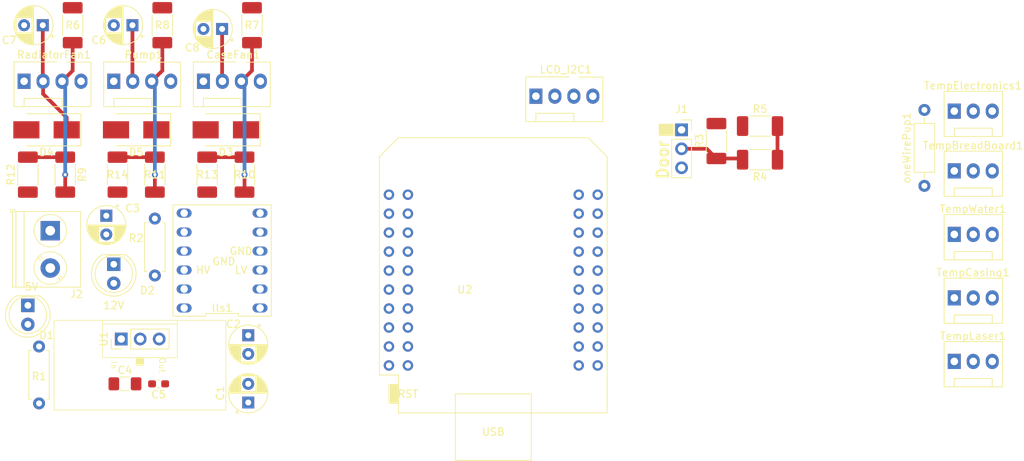
<source format=kicad_pcb>
(kicad_pcb (version 20171130) (host pcbnew "(5.1.4)-1")

  (general
    (thickness 1.6002)
    (drawings 13)
    (tracks 37)
    (zones 0)
    (modules 42)
    (nets 53)
  )

  (page A4)
  (layers
    (0 Front signal)
    (31 Back signal)
    (34 B.Paste user)
    (35 F.Paste user)
    (36 B.SilkS user)
    (37 F.SilkS user)
    (38 B.Mask user)
    (39 F.Mask user)
    (44 Edge.Cuts user)
    (45 Margin user)
    (46 B.CrtYd user)
    (47 F.CrtYd user)
    (49 F.Fab user hide)
  )

  (setup
    (last_trace_width 0.5)
    (user_trace_width 0.1)
    (user_trace_width 0.2)
    (user_trace_width 0.5)
    (trace_clearance 0.2)
    (zone_clearance 0.508)
    (zone_45_only no)
    (trace_min 0.1)
    (via_size 0.8)
    (via_drill 0.4)
    (via_min_size 0.45)
    (via_min_drill 0.2)
    (user_via 0.45 0.2)
    (user_via 0.8 0.4)
    (uvia_size 0.3)
    (uvia_drill 0.1)
    (uvias_allowed no)
    (uvia_min_size 0.2)
    (uvia_min_drill 0.1)
    (edge_width 0.1)
    (segment_width 0.1)
    (pcb_text_width 0.3)
    (pcb_text_size 1.5 1.5)
    (mod_edge_width 0.1)
    (mod_text_size 0.8 0.8)
    (mod_text_width 0.1)
    (pad_size 1.524 1.524)
    (pad_drill 0.762)
    (pad_to_mask_clearance 0)
    (solder_mask_min_width 0.1)
    (aux_axis_origin 0 0)
    (grid_origin 65 166.5)
    (visible_elements 7FFFFFFF)
    (pcbplotparams
      (layerselection 0x010fc_ffffffff)
      (usegerberextensions false)
      (usegerberattributes false)
      (usegerberadvancedattributes false)
      (creategerberjobfile false)
      (excludeedgelayer true)
      (linewidth 0.100000)
      (plotframeref false)
      (viasonmask false)
      (mode 1)
      (useauxorigin false)
      (hpglpennumber 1)
      (hpglpenspeed 20)
      (hpglpendiameter 15.000000)
      (psnegative false)
      (psa4output false)
      (plotreference true)
      (plotvalue true)
      (plotinvisibletext false)
      (padsonsilk false)
      (subtractmaskfromsilk false)
      (outputformat 1)
      (mirror false)
      (drillshape 1)
      (scaleselection 1)
      (outputdirectory ""))
  )

  (net 0 "")
  (net 1 GND)
  (net 2 +5V)
  (net 3 +12V)
  (net 4 "Net-(D1-Pad2)")
  (net 5 "Net-(D2-Pad2)")
  (net 6 +3V3)
  (net 7 SDA)
  (net 8 SCL)
  (net 9 VCC)
  (net 10 "Net-(lls1-Pad12)")
  (net 11 "Net-(lls1-Pad1)")
  (net 12 OneWireBus)
  (net 13 "Net-(TempElectronics1-Pad1)")
  (net 14 "Net-(U2-Pad40)")
  (net 15 "Net-(U2-Pad39)")
  (net 16 "Net-(U2-Pad38)")
  (net 17 "Net-(U2-Pad37)")
  (net 18 "Net-(U2-Pad36)")
  (net 19 "Net-(U2-Pad34)")
  (net 20 "Net-(U2-Pad32)")
  (net 21 "Net-(U2-Pad31)")
  (net 22 "Net-(U2-Pad30)")
  (net 23 "Net-(U2-Pad29)")
  (net 24 "Net-(U2-Pad28)")
  (net 25 "Net-(U2-Pad24)")
  (net 26 "Net-(U2-Pad23)")
  (net 27 "Net-(U2-Pad21)")
  (net 28 "Net-(U2-Pad20)")
  (net 29 "Net-(U2-Pad19)")
  (net 30 "Net-(U2-Pad18)")
  (net 31 "Net-(U2-Pad17)")
  (net 32 "Net-(U2-Pad15)")
  (net 33 "Net-(U2-Pad14)")
  (net 34 "Net-(U2-Pad13)")
  (net 35 "Net-(U2-Pad11)")
  (net 36 "Net-(U2-Pad4)")
  (net 37 "Net-(U2-Pad3)")
  (net 38 "Net-(U2-Pad2)")
  (net 39 CaseFanTach)
  (net 40 CaseFanPWM)
  (net 41 Door_5V)
  (net 42 PumpPWM_3V)
  (net 43 CaseFanPWM_3V)
  (net 44 RadFanPWM_3V)
  (net 45 PumpPWM)
  (net 46 PumpTach)
  (net 47 Door_3V)
  (net 48 RadFanTach)
  (net 49 RadFanPWM)
  (net 50 RadFanTach_3V)
  (net 51 CaseFanTach_3V)
  (net 52 PumpTach_3V)

  (net_class Default "This is the default net class."
    (clearance 0.2)
    (trace_width 0.25)
    (via_dia 0.8)
    (via_drill 0.4)
    (uvia_dia 0.3)
    (uvia_drill 0.1)
    (add_net +12V)
    (add_net +3V3)
    (add_net +5V)
    (add_net CaseFanPWM)
    (add_net CaseFanPWM_3V)
    (add_net CaseFanTach)
    (add_net CaseFanTach_3V)
    (add_net Door_3V)
    (add_net Door_5V)
    (add_net GND)
    (add_net "Net-(D1-Pad2)")
    (add_net "Net-(D2-Pad2)")
    (add_net "Net-(TempElectronics1-Pad1)")
    (add_net "Net-(U2-Pad11)")
    (add_net "Net-(U2-Pad13)")
    (add_net "Net-(U2-Pad14)")
    (add_net "Net-(U2-Pad15)")
    (add_net "Net-(U2-Pad17)")
    (add_net "Net-(U2-Pad18)")
    (add_net "Net-(U2-Pad19)")
    (add_net "Net-(U2-Pad2)")
    (add_net "Net-(U2-Pad20)")
    (add_net "Net-(U2-Pad21)")
    (add_net "Net-(U2-Pad23)")
    (add_net "Net-(U2-Pad24)")
    (add_net "Net-(U2-Pad28)")
    (add_net "Net-(U2-Pad29)")
    (add_net "Net-(U2-Pad3)")
    (add_net "Net-(U2-Pad30)")
    (add_net "Net-(U2-Pad31)")
    (add_net "Net-(U2-Pad32)")
    (add_net "Net-(U2-Pad34)")
    (add_net "Net-(U2-Pad36)")
    (add_net "Net-(U2-Pad37)")
    (add_net "Net-(U2-Pad38)")
    (add_net "Net-(U2-Pad39)")
    (add_net "Net-(U2-Pad4)")
    (add_net "Net-(U2-Pad40)")
    (add_net "Net-(lls1-Pad1)")
    (add_net "Net-(lls1-Pad12)")
    (add_net OneWireBus)
    (add_net PumpPWM)
    (add_net PumpPWM_3V)
    (add_net PumpTach)
    (add_net PumpTach_3V)
    (add_net RadFanPWM)
    (add_net RadFanPWM_3V)
    (add_net RadFanTach)
    (add_net RadFanTach_3V)
    (add_net SCL)
    (add_net SDA)
    (add_net VCC)
  )

  (module Resistor_THT:R_Axial_DIN0207_L6.3mm_D2.5mm_P7.62mm_Horizontal (layer Front) (tedit 5AE5139B) (tstamp 5F53D04A)
    (at 61.5 119 90)
    (descr "Resistor, Axial_DIN0207 series, Axial, Horizontal, pin pitch=7.62mm, 0.25W = 1/4W, length*diameter=6.3*2.5mm^2, http://cdn-reichelt.de/documents/datenblatt/B400/1_4W%23YAG.pdf")
    (tags "Resistor Axial_DIN0207 series Axial Horizontal pin pitch 7.62mm 0.25W = 1/4W length 6.3mm diameter 2.5mm")
    (path /5F540BC0)
    (fp_text reference R2 (at 5 -2.5 180) (layer F.SilkS)
      (effects (font (size 1 1) (thickness 0.15)))
    )
    (fp_text value 560 (at 3.81 2.37 90) (layer F.Fab)
      (effects (font (size 1 1) (thickness 0.15)))
    )
    (fp_text user %R (at 3.81 0 90) (layer F.Fab)
      (effects (font (size 1 1) (thickness 0.15)))
    )
    (fp_line (start 8.67 -1.5) (end -1.05 -1.5) (layer F.CrtYd) (width 0.05))
    (fp_line (start 8.67 1.5) (end 8.67 -1.5) (layer F.CrtYd) (width 0.05))
    (fp_line (start -1.05 1.5) (end 8.67 1.5) (layer F.CrtYd) (width 0.05))
    (fp_line (start -1.05 -1.5) (end -1.05 1.5) (layer F.CrtYd) (width 0.05))
    (fp_line (start 7.08 1.37) (end 7.08 1.04) (layer F.SilkS) (width 0.12))
    (fp_line (start 0.54 1.37) (end 7.08 1.37) (layer F.SilkS) (width 0.12))
    (fp_line (start 0.54 1.04) (end 0.54 1.37) (layer F.SilkS) (width 0.12))
    (fp_line (start 7.08 -1.37) (end 7.08 -1.04) (layer F.SilkS) (width 0.12))
    (fp_line (start 0.54 -1.37) (end 7.08 -1.37) (layer F.SilkS) (width 0.12))
    (fp_line (start 0.54 -1.04) (end 0.54 -1.37) (layer F.SilkS) (width 0.12))
    (fp_line (start 7.62 0) (end 6.96 0) (layer F.Fab) (width 0.1))
    (fp_line (start 0 0) (end 0.66 0) (layer F.Fab) (width 0.1))
    (fp_line (start 6.96 -1.25) (end 0.66 -1.25) (layer F.Fab) (width 0.1))
    (fp_line (start 6.96 1.25) (end 6.96 -1.25) (layer F.Fab) (width 0.1))
    (fp_line (start 0.66 1.25) (end 6.96 1.25) (layer F.Fab) (width 0.1))
    (fp_line (start 0.66 -1.25) (end 0.66 1.25) (layer F.Fab) (width 0.1))
    (pad 2 thru_hole oval (at 7.62 0 90) (size 1.6 1.6) (drill 0.8) (layers *.Cu *.Mask)
      (net 3 +12V))
    (pad 1 thru_hole circle (at 0 0 90) (size 1.6 1.6) (drill 0.8) (layers *.Cu *.Mask)
      (net 5 "Net-(D2-Pad2)"))
    (model ${KISYS3DMOD}/Resistor_THT.3dshapes/R_Axial_DIN0207_L6.3mm_D2.5mm_P7.62mm_Horizontal.wrl
      (at (xyz 0 0 0))
      (scale (xyz 1 1 1))
      (rotate (xyz 0 0 0))
    )
  )

  (module Resistor_THT:R_Axial_DIN0207_L6.3mm_D2.5mm_P7.62mm_Horizontal (layer Front) (tedit 5AE5139B) (tstamp 5F6129AA)
    (at 46 128.5 270)
    (descr "Resistor, Axial_DIN0207 series, Axial, Horizontal, pin pitch=7.62mm, 0.25W = 1/4W, length*diameter=6.3*2.5mm^2, http://cdn-reichelt.de/documents/datenblatt/B400/1_4W%23YAG.pdf")
    (tags "Resistor Axial_DIN0207 series Axial Horizontal pin pitch 7.62mm 0.25W = 1/4W length 6.3mm diameter 2.5mm")
    (path /5F540BAD)
    (fp_text reference R1 (at 4 0 180) (layer F.SilkS)
      (effects (font (size 1 1) (thickness 0.15)))
    )
    (fp_text value 150 (at 3.81 2.37 90) (layer F.Fab)
      (effects (font (size 1 1) (thickness 0.15)))
    )
    (fp_text user %R (at 3.81 0 90) (layer F.Fab)
      (effects (font (size 1 1) (thickness 0.15)))
    )
    (fp_line (start 8.67 -1.5) (end -1.05 -1.5) (layer F.CrtYd) (width 0.05))
    (fp_line (start 8.67 1.5) (end 8.67 -1.5) (layer F.CrtYd) (width 0.05))
    (fp_line (start -1.05 1.5) (end 8.67 1.5) (layer F.CrtYd) (width 0.05))
    (fp_line (start -1.05 -1.5) (end -1.05 1.5) (layer F.CrtYd) (width 0.05))
    (fp_line (start 7.08 1.37) (end 7.08 1.04) (layer F.SilkS) (width 0.12))
    (fp_line (start 0.54 1.37) (end 7.08 1.37) (layer F.SilkS) (width 0.12))
    (fp_line (start 0.54 1.04) (end 0.54 1.37) (layer F.SilkS) (width 0.12))
    (fp_line (start 7.08 -1.37) (end 7.08 -1.04) (layer F.SilkS) (width 0.12))
    (fp_line (start 0.54 -1.37) (end 7.08 -1.37) (layer F.SilkS) (width 0.12))
    (fp_line (start 0.54 -1.04) (end 0.54 -1.37) (layer F.SilkS) (width 0.12))
    (fp_line (start 7.62 0) (end 6.96 0) (layer F.Fab) (width 0.1))
    (fp_line (start 0 0) (end 0.66 0) (layer F.Fab) (width 0.1))
    (fp_line (start 6.96 -1.25) (end 0.66 -1.25) (layer F.Fab) (width 0.1))
    (fp_line (start 6.96 1.25) (end 6.96 -1.25) (layer F.Fab) (width 0.1))
    (fp_line (start 0.66 1.25) (end 6.96 1.25) (layer F.Fab) (width 0.1))
    (fp_line (start 0.66 -1.25) (end 0.66 1.25) (layer F.Fab) (width 0.1))
    (pad 2 thru_hole oval (at 7.62 0 270) (size 1.6 1.6) (drill 0.8) (layers *.Cu *.Mask)
      (net 2 +5V))
    (pad 1 thru_hole circle (at 0 0 270) (size 1.6 1.6) (drill 0.8) (layers *.Cu *.Mask)
      (net 4 "Net-(D1-Pad2)"))
    (model ${KISYS3DMOD}/Resistor_THT.3dshapes/R_Axial_DIN0207_L6.3mm_D2.5mm_P7.62mm_Horizontal.wrl
      (at (xyz 0 0 0))
      (scale (xyz 1 1 1))
      (rotate (xyz 0 0 0))
    )
  )

  (module Capacitor_THT:CP_Radial_D5.0mm_P2.50mm (layer Front) (tedit 5AE50EF0) (tstamp 5F53CD92)
    (at 74 136 90)
    (descr "CP, Radial series, Radial, pin pitch=2.50mm, , diameter=5mm, Electrolytic Capacitor")
    (tags "CP Radial series Radial pin pitch 2.50mm  diameter 5mm Electrolytic Capacitor")
    (path /5F54CF6A)
    (fp_text reference C1 (at 1.25 -3.75 90) (layer F.SilkS)
      (effects (font (size 1 1) (thickness 0.15)))
    )
    (fp_text value 22u (at 1.25 3.75 90) (layer F.Fab)
      (effects (font (size 1 1) (thickness 0.15)))
    )
    (fp_circle (center 1.25 0) (end 3.75 0) (layer F.Fab) (width 0.1))
    (fp_circle (center 1.25 0) (end 3.87 0) (layer F.SilkS) (width 0.12))
    (fp_circle (center 1.25 0) (end 4 0) (layer F.CrtYd) (width 0.05))
    (fp_line (start -0.883605 -1.0875) (end -0.383605 -1.0875) (layer F.Fab) (width 0.1))
    (fp_line (start -0.633605 -1.3375) (end -0.633605 -0.8375) (layer F.Fab) (width 0.1))
    (fp_line (start 1.25 -2.58) (end 1.25 2.58) (layer F.SilkS) (width 0.12))
    (fp_line (start 1.29 -2.58) (end 1.29 2.58) (layer F.SilkS) (width 0.12))
    (fp_line (start 1.33 -2.579) (end 1.33 2.579) (layer F.SilkS) (width 0.12))
    (fp_line (start 1.37 -2.578) (end 1.37 2.578) (layer F.SilkS) (width 0.12))
    (fp_line (start 1.41 -2.576) (end 1.41 2.576) (layer F.SilkS) (width 0.12))
    (fp_line (start 1.45 -2.573) (end 1.45 2.573) (layer F.SilkS) (width 0.12))
    (fp_line (start 1.49 -2.569) (end 1.49 -1.04) (layer F.SilkS) (width 0.12))
    (fp_line (start 1.49 1.04) (end 1.49 2.569) (layer F.SilkS) (width 0.12))
    (fp_line (start 1.53 -2.565) (end 1.53 -1.04) (layer F.SilkS) (width 0.12))
    (fp_line (start 1.53 1.04) (end 1.53 2.565) (layer F.SilkS) (width 0.12))
    (fp_line (start 1.57 -2.561) (end 1.57 -1.04) (layer F.SilkS) (width 0.12))
    (fp_line (start 1.57 1.04) (end 1.57 2.561) (layer F.SilkS) (width 0.12))
    (fp_line (start 1.61 -2.556) (end 1.61 -1.04) (layer F.SilkS) (width 0.12))
    (fp_line (start 1.61 1.04) (end 1.61 2.556) (layer F.SilkS) (width 0.12))
    (fp_line (start 1.65 -2.55) (end 1.65 -1.04) (layer F.SilkS) (width 0.12))
    (fp_line (start 1.65 1.04) (end 1.65 2.55) (layer F.SilkS) (width 0.12))
    (fp_line (start 1.69 -2.543) (end 1.69 -1.04) (layer F.SilkS) (width 0.12))
    (fp_line (start 1.69 1.04) (end 1.69 2.543) (layer F.SilkS) (width 0.12))
    (fp_line (start 1.73 -2.536) (end 1.73 -1.04) (layer F.SilkS) (width 0.12))
    (fp_line (start 1.73 1.04) (end 1.73 2.536) (layer F.SilkS) (width 0.12))
    (fp_line (start 1.77 -2.528) (end 1.77 -1.04) (layer F.SilkS) (width 0.12))
    (fp_line (start 1.77 1.04) (end 1.77 2.528) (layer F.SilkS) (width 0.12))
    (fp_line (start 1.81 -2.52) (end 1.81 -1.04) (layer F.SilkS) (width 0.12))
    (fp_line (start 1.81 1.04) (end 1.81 2.52) (layer F.SilkS) (width 0.12))
    (fp_line (start 1.85 -2.511) (end 1.85 -1.04) (layer F.SilkS) (width 0.12))
    (fp_line (start 1.85 1.04) (end 1.85 2.511) (layer F.SilkS) (width 0.12))
    (fp_line (start 1.89 -2.501) (end 1.89 -1.04) (layer F.SilkS) (width 0.12))
    (fp_line (start 1.89 1.04) (end 1.89 2.501) (layer F.SilkS) (width 0.12))
    (fp_line (start 1.93 -2.491) (end 1.93 -1.04) (layer F.SilkS) (width 0.12))
    (fp_line (start 1.93 1.04) (end 1.93 2.491) (layer F.SilkS) (width 0.12))
    (fp_line (start 1.971 -2.48) (end 1.971 -1.04) (layer F.SilkS) (width 0.12))
    (fp_line (start 1.971 1.04) (end 1.971 2.48) (layer F.SilkS) (width 0.12))
    (fp_line (start 2.011 -2.468) (end 2.011 -1.04) (layer F.SilkS) (width 0.12))
    (fp_line (start 2.011 1.04) (end 2.011 2.468) (layer F.SilkS) (width 0.12))
    (fp_line (start 2.051 -2.455) (end 2.051 -1.04) (layer F.SilkS) (width 0.12))
    (fp_line (start 2.051 1.04) (end 2.051 2.455) (layer F.SilkS) (width 0.12))
    (fp_line (start 2.091 -2.442) (end 2.091 -1.04) (layer F.SilkS) (width 0.12))
    (fp_line (start 2.091 1.04) (end 2.091 2.442) (layer F.SilkS) (width 0.12))
    (fp_line (start 2.131 -2.428) (end 2.131 -1.04) (layer F.SilkS) (width 0.12))
    (fp_line (start 2.131 1.04) (end 2.131 2.428) (layer F.SilkS) (width 0.12))
    (fp_line (start 2.171 -2.414) (end 2.171 -1.04) (layer F.SilkS) (width 0.12))
    (fp_line (start 2.171 1.04) (end 2.171 2.414) (layer F.SilkS) (width 0.12))
    (fp_line (start 2.211 -2.398) (end 2.211 -1.04) (layer F.SilkS) (width 0.12))
    (fp_line (start 2.211 1.04) (end 2.211 2.398) (layer F.SilkS) (width 0.12))
    (fp_line (start 2.251 -2.382) (end 2.251 -1.04) (layer F.SilkS) (width 0.12))
    (fp_line (start 2.251 1.04) (end 2.251 2.382) (layer F.SilkS) (width 0.12))
    (fp_line (start 2.291 -2.365) (end 2.291 -1.04) (layer F.SilkS) (width 0.12))
    (fp_line (start 2.291 1.04) (end 2.291 2.365) (layer F.SilkS) (width 0.12))
    (fp_line (start 2.331 -2.348) (end 2.331 -1.04) (layer F.SilkS) (width 0.12))
    (fp_line (start 2.331 1.04) (end 2.331 2.348) (layer F.SilkS) (width 0.12))
    (fp_line (start 2.371 -2.329) (end 2.371 -1.04) (layer F.SilkS) (width 0.12))
    (fp_line (start 2.371 1.04) (end 2.371 2.329) (layer F.SilkS) (width 0.12))
    (fp_line (start 2.411 -2.31) (end 2.411 -1.04) (layer F.SilkS) (width 0.12))
    (fp_line (start 2.411 1.04) (end 2.411 2.31) (layer F.SilkS) (width 0.12))
    (fp_line (start 2.451 -2.29) (end 2.451 -1.04) (layer F.SilkS) (width 0.12))
    (fp_line (start 2.451 1.04) (end 2.451 2.29) (layer F.SilkS) (width 0.12))
    (fp_line (start 2.491 -2.268) (end 2.491 -1.04) (layer F.SilkS) (width 0.12))
    (fp_line (start 2.491 1.04) (end 2.491 2.268) (layer F.SilkS) (width 0.12))
    (fp_line (start 2.531 -2.247) (end 2.531 -1.04) (layer F.SilkS) (width 0.12))
    (fp_line (start 2.531 1.04) (end 2.531 2.247) (layer F.SilkS) (width 0.12))
    (fp_line (start 2.571 -2.224) (end 2.571 -1.04) (layer F.SilkS) (width 0.12))
    (fp_line (start 2.571 1.04) (end 2.571 2.224) (layer F.SilkS) (width 0.12))
    (fp_line (start 2.611 -2.2) (end 2.611 -1.04) (layer F.SilkS) (width 0.12))
    (fp_line (start 2.611 1.04) (end 2.611 2.2) (layer F.SilkS) (width 0.12))
    (fp_line (start 2.651 -2.175) (end 2.651 -1.04) (layer F.SilkS) (width 0.12))
    (fp_line (start 2.651 1.04) (end 2.651 2.175) (layer F.SilkS) (width 0.12))
    (fp_line (start 2.691 -2.149) (end 2.691 -1.04) (layer F.SilkS) (width 0.12))
    (fp_line (start 2.691 1.04) (end 2.691 2.149) (layer F.SilkS) (width 0.12))
    (fp_line (start 2.731 -2.122) (end 2.731 -1.04) (layer F.SilkS) (width 0.12))
    (fp_line (start 2.731 1.04) (end 2.731 2.122) (layer F.SilkS) (width 0.12))
    (fp_line (start 2.771 -2.095) (end 2.771 -1.04) (layer F.SilkS) (width 0.12))
    (fp_line (start 2.771 1.04) (end 2.771 2.095) (layer F.SilkS) (width 0.12))
    (fp_line (start 2.811 -2.065) (end 2.811 -1.04) (layer F.SilkS) (width 0.12))
    (fp_line (start 2.811 1.04) (end 2.811 2.065) (layer F.SilkS) (width 0.12))
    (fp_line (start 2.851 -2.035) (end 2.851 -1.04) (layer F.SilkS) (width 0.12))
    (fp_line (start 2.851 1.04) (end 2.851 2.035) (layer F.SilkS) (width 0.12))
    (fp_line (start 2.891 -2.004) (end 2.891 -1.04) (layer F.SilkS) (width 0.12))
    (fp_line (start 2.891 1.04) (end 2.891 2.004) (layer F.SilkS) (width 0.12))
    (fp_line (start 2.931 -1.971) (end 2.931 -1.04) (layer F.SilkS) (width 0.12))
    (fp_line (start 2.931 1.04) (end 2.931 1.971) (layer F.SilkS) (width 0.12))
    (fp_line (start 2.971 -1.937) (end 2.971 -1.04) (layer F.SilkS) (width 0.12))
    (fp_line (start 2.971 1.04) (end 2.971 1.937) (layer F.SilkS) (width 0.12))
    (fp_line (start 3.011 -1.901) (end 3.011 -1.04) (layer F.SilkS) (width 0.12))
    (fp_line (start 3.011 1.04) (end 3.011 1.901) (layer F.SilkS) (width 0.12))
    (fp_line (start 3.051 -1.864) (end 3.051 -1.04) (layer F.SilkS) (width 0.12))
    (fp_line (start 3.051 1.04) (end 3.051 1.864) (layer F.SilkS) (width 0.12))
    (fp_line (start 3.091 -1.826) (end 3.091 -1.04) (layer F.SilkS) (width 0.12))
    (fp_line (start 3.091 1.04) (end 3.091 1.826) (layer F.SilkS) (width 0.12))
    (fp_line (start 3.131 -1.785) (end 3.131 -1.04) (layer F.SilkS) (width 0.12))
    (fp_line (start 3.131 1.04) (end 3.131 1.785) (layer F.SilkS) (width 0.12))
    (fp_line (start 3.171 -1.743) (end 3.171 -1.04) (layer F.SilkS) (width 0.12))
    (fp_line (start 3.171 1.04) (end 3.171 1.743) (layer F.SilkS) (width 0.12))
    (fp_line (start 3.211 -1.699) (end 3.211 -1.04) (layer F.SilkS) (width 0.12))
    (fp_line (start 3.211 1.04) (end 3.211 1.699) (layer F.SilkS) (width 0.12))
    (fp_line (start 3.251 -1.653) (end 3.251 -1.04) (layer F.SilkS) (width 0.12))
    (fp_line (start 3.251 1.04) (end 3.251 1.653) (layer F.SilkS) (width 0.12))
    (fp_line (start 3.291 -1.605) (end 3.291 -1.04) (layer F.SilkS) (width 0.12))
    (fp_line (start 3.291 1.04) (end 3.291 1.605) (layer F.SilkS) (width 0.12))
    (fp_line (start 3.331 -1.554) (end 3.331 -1.04) (layer F.SilkS) (width 0.12))
    (fp_line (start 3.331 1.04) (end 3.331 1.554) (layer F.SilkS) (width 0.12))
    (fp_line (start 3.371 -1.5) (end 3.371 -1.04) (layer F.SilkS) (width 0.12))
    (fp_line (start 3.371 1.04) (end 3.371 1.5) (layer F.SilkS) (width 0.12))
    (fp_line (start 3.411 -1.443) (end 3.411 -1.04) (layer F.SilkS) (width 0.12))
    (fp_line (start 3.411 1.04) (end 3.411 1.443) (layer F.SilkS) (width 0.12))
    (fp_line (start 3.451 -1.383) (end 3.451 -1.04) (layer F.SilkS) (width 0.12))
    (fp_line (start 3.451 1.04) (end 3.451 1.383) (layer F.SilkS) (width 0.12))
    (fp_line (start 3.491 -1.319) (end 3.491 -1.04) (layer F.SilkS) (width 0.12))
    (fp_line (start 3.491 1.04) (end 3.491 1.319) (layer F.SilkS) (width 0.12))
    (fp_line (start 3.531 -1.251) (end 3.531 -1.04) (layer F.SilkS) (width 0.12))
    (fp_line (start 3.531 1.04) (end 3.531 1.251) (layer F.SilkS) (width 0.12))
    (fp_line (start 3.571 -1.178) (end 3.571 1.178) (layer F.SilkS) (width 0.12))
    (fp_line (start 3.611 -1.098) (end 3.611 1.098) (layer F.SilkS) (width 0.12))
    (fp_line (start 3.651 -1.011) (end 3.651 1.011) (layer F.SilkS) (width 0.12))
    (fp_line (start 3.691 -0.915) (end 3.691 0.915) (layer F.SilkS) (width 0.12))
    (fp_line (start 3.731 -0.805) (end 3.731 0.805) (layer F.SilkS) (width 0.12))
    (fp_line (start 3.771 -0.677) (end 3.771 0.677) (layer F.SilkS) (width 0.12))
    (fp_line (start 3.811 -0.518) (end 3.811 0.518) (layer F.SilkS) (width 0.12))
    (fp_line (start 3.851 -0.284) (end 3.851 0.284) (layer F.SilkS) (width 0.12))
    (fp_line (start -1.554775 -1.475) (end -1.054775 -1.475) (layer F.SilkS) (width 0.12))
    (fp_line (start -1.304775 -1.725) (end -1.304775 -1.225) (layer F.SilkS) (width 0.12))
    (fp_text user %R (at 1.25 0 90) (layer F.Fab)
      (effects (font (size 1 1) (thickness 0.15)))
    )
    (pad 2 thru_hole circle (at 2.5 0 90) (size 1.6 1.6) (drill 0.8) (layers *.Cu *.Mask)
      (net 1 GND))
    (pad 1 thru_hole rect (at 0 0 90) (size 1.6 1.6) (drill 0.8) (layers *.Cu *.Mask)
      (net 6 +3V3))
    (model ${KISYS3DMOD}/Capacitor_THT.3dshapes/CP_Radial_D5.0mm_P2.50mm.wrl
      (at (xyz 0 0 0))
      (scale (xyz 1 1 1))
      (rotate (xyz 0 0 0))
    )
  )

  (module Capacitor_THT:CP_Radial_D5.0mm_P2.50mm (layer Front) (tedit 5AE50EF0) (tstamp 5F612AB9)
    (at 74 127 270)
    (descr "CP, Radial series, Radial, pin pitch=2.50mm, , diameter=5mm, Electrolytic Capacitor")
    (tags "CP Radial series Radial pin pitch 2.50mm  diameter 5mm Electrolytic Capacitor")
    (path /5F540BA6)
    (fp_text reference C2 (at -1.5 2 180) (layer F.SilkS)
      (effects (font (size 1 1) (thickness 0.15)))
    )
    (fp_text value 22u (at 1.25 3.75 90) (layer F.Fab)
      (effects (font (size 1 1) (thickness 0.15)))
    )
    (fp_circle (center 1.25 0) (end 3.75 0) (layer F.Fab) (width 0.1))
    (fp_circle (center 1.25 0) (end 3.87 0) (layer F.SilkS) (width 0.12))
    (fp_circle (center 1.25 0) (end 4 0) (layer F.CrtYd) (width 0.05))
    (fp_line (start -0.883605 -1.0875) (end -0.383605 -1.0875) (layer F.Fab) (width 0.1))
    (fp_line (start -0.633605 -1.3375) (end -0.633605 -0.8375) (layer F.Fab) (width 0.1))
    (fp_line (start 1.25 -2.58) (end 1.25 2.58) (layer F.SilkS) (width 0.12))
    (fp_line (start 1.29 -2.58) (end 1.29 2.58) (layer F.SilkS) (width 0.12))
    (fp_line (start 1.33 -2.579) (end 1.33 2.579) (layer F.SilkS) (width 0.12))
    (fp_line (start 1.37 -2.578) (end 1.37 2.578) (layer F.SilkS) (width 0.12))
    (fp_line (start 1.41 -2.576) (end 1.41 2.576) (layer F.SilkS) (width 0.12))
    (fp_line (start 1.45 -2.573) (end 1.45 2.573) (layer F.SilkS) (width 0.12))
    (fp_line (start 1.49 -2.569) (end 1.49 -1.04) (layer F.SilkS) (width 0.12))
    (fp_line (start 1.49 1.04) (end 1.49 2.569) (layer F.SilkS) (width 0.12))
    (fp_line (start 1.53 -2.565) (end 1.53 -1.04) (layer F.SilkS) (width 0.12))
    (fp_line (start 1.53 1.04) (end 1.53 2.565) (layer F.SilkS) (width 0.12))
    (fp_line (start 1.57 -2.561) (end 1.57 -1.04) (layer F.SilkS) (width 0.12))
    (fp_line (start 1.57 1.04) (end 1.57 2.561) (layer F.SilkS) (width 0.12))
    (fp_line (start 1.61 -2.556) (end 1.61 -1.04) (layer F.SilkS) (width 0.12))
    (fp_line (start 1.61 1.04) (end 1.61 2.556) (layer F.SilkS) (width 0.12))
    (fp_line (start 1.65 -2.55) (end 1.65 -1.04) (layer F.SilkS) (width 0.12))
    (fp_line (start 1.65 1.04) (end 1.65 2.55) (layer F.SilkS) (width 0.12))
    (fp_line (start 1.69 -2.543) (end 1.69 -1.04) (layer F.SilkS) (width 0.12))
    (fp_line (start 1.69 1.04) (end 1.69 2.543) (layer F.SilkS) (width 0.12))
    (fp_line (start 1.73 -2.536) (end 1.73 -1.04) (layer F.SilkS) (width 0.12))
    (fp_line (start 1.73 1.04) (end 1.73 2.536) (layer F.SilkS) (width 0.12))
    (fp_line (start 1.77 -2.528) (end 1.77 -1.04) (layer F.SilkS) (width 0.12))
    (fp_line (start 1.77 1.04) (end 1.77 2.528) (layer F.SilkS) (width 0.12))
    (fp_line (start 1.81 -2.52) (end 1.81 -1.04) (layer F.SilkS) (width 0.12))
    (fp_line (start 1.81 1.04) (end 1.81 2.52) (layer F.SilkS) (width 0.12))
    (fp_line (start 1.85 -2.511) (end 1.85 -1.04) (layer F.SilkS) (width 0.12))
    (fp_line (start 1.85 1.04) (end 1.85 2.511) (layer F.SilkS) (width 0.12))
    (fp_line (start 1.89 -2.501) (end 1.89 -1.04) (layer F.SilkS) (width 0.12))
    (fp_line (start 1.89 1.04) (end 1.89 2.501) (layer F.SilkS) (width 0.12))
    (fp_line (start 1.93 -2.491) (end 1.93 -1.04) (layer F.SilkS) (width 0.12))
    (fp_line (start 1.93 1.04) (end 1.93 2.491) (layer F.SilkS) (width 0.12))
    (fp_line (start 1.971 -2.48) (end 1.971 -1.04) (layer F.SilkS) (width 0.12))
    (fp_line (start 1.971 1.04) (end 1.971 2.48) (layer F.SilkS) (width 0.12))
    (fp_line (start 2.011 -2.468) (end 2.011 -1.04) (layer F.SilkS) (width 0.12))
    (fp_line (start 2.011 1.04) (end 2.011 2.468) (layer F.SilkS) (width 0.12))
    (fp_line (start 2.051 -2.455) (end 2.051 -1.04) (layer F.SilkS) (width 0.12))
    (fp_line (start 2.051 1.04) (end 2.051 2.455) (layer F.SilkS) (width 0.12))
    (fp_line (start 2.091 -2.442) (end 2.091 -1.04) (layer F.SilkS) (width 0.12))
    (fp_line (start 2.091 1.04) (end 2.091 2.442) (layer F.SilkS) (width 0.12))
    (fp_line (start 2.131 -2.428) (end 2.131 -1.04) (layer F.SilkS) (width 0.12))
    (fp_line (start 2.131 1.04) (end 2.131 2.428) (layer F.SilkS) (width 0.12))
    (fp_line (start 2.171 -2.414) (end 2.171 -1.04) (layer F.SilkS) (width 0.12))
    (fp_line (start 2.171 1.04) (end 2.171 2.414) (layer F.SilkS) (width 0.12))
    (fp_line (start 2.211 -2.398) (end 2.211 -1.04) (layer F.SilkS) (width 0.12))
    (fp_line (start 2.211 1.04) (end 2.211 2.398) (layer F.SilkS) (width 0.12))
    (fp_line (start 2.251 -2.382) (end 2.251 -1.04) (layer F.SilkS) (width 0.12))
    (fp_line (start 2.251 1.04) (end 2.251 2.382) (layer F.SilkS) (width 0.12))
    (fp_line (start 2.291 -2.365) (end 2.291 -1.04) (layer F.SilkS) (width 0.12))
    (fp_line (start 2.291 1.04) (end 2.291 2.365) (layer F.SilkS) (width 0.12))
    (fp_line (start 2.331 -2.348) (end 2.331 -1.04) (layer F.SilkS) (width 0.12))
    (fp_line (start 2.331 1.04) (end 2.331 2.348) (layer F.SilkS) (width 0.12))
    (fp_line (start 2.371 -2.329) (end 2.371 -1.04) (layer F.SilkS) (width 0.12))
    (fp_line (start 2.371 1.04) (end 2.371 2.329) (layer F.SilkS) (width 0.12))
    (fp_line (start 2.411 -2.31) (end 2.411 -1.04) (layer F.SilkS) (width 0.12))
    (fp_line (start 2.411 1.04) (end 2.411 2.31) (layer F.SilkS) (width 0.12))
    (fp_line (start 2.451 -2.29) (end 2.451 -1.04) (layer F.SilkS) (width 0.12))
    (fp_line (start 2.451 1.04) (end 2.451 2.29) (layer F.SilkS) (width 0.12))
    (fp_line (start 2.491 -2.268) (end 2.491 -1.04) (layer F.SilkS) (width 0.12))
    (fp_line (start 2.491 1.04) (end 2.491 2.268) (layer F.SilkS) (width 0.12))
    (fp_line (start 2.531 -2.247) (end 2.531 -1.04) (layer F.SilkS) (width 0.12))
    (fp_line (start 2.531 1.04) (end 2.531 2.247) (layer F.SilkS) (width 0.12))
    (fp_line (start 2.571 -2.224) (end 2.571 -1.04) (layer F.SilkS) (width 0.12))
    (fp_line (start 2.571 1.04) (end 2.571 2.224) (layer F.SilkS) (width 0.12))
    (fp_line (start 2.611 -2.2) (end 2.611 -1.04) (layer F.SilkS) (width 0.12))
    (fp_line (start 2.611 1.04) (end 2.611 2.2) (layer F.SilkS) (width 0.12))
    (fp_line (start 2.651 -2.175) (end 2.651 -1.04) (layer F.SilkS) (width 0.12))
    (fp_line (start 2.651 1.04) (end 2.651 2.175) (layer F.SilkS) (width 0.12))
    (fp_line (start 2.691 -2.149) (end 2.691 -1.04) (layer F.SilkS) (width 0.12))
    (fp_line (start 2.691 1.04) (end 2.691 2.149) (layer F.SilkS) (width 0.12))
    (fp_line (start 2.731 -2.122) (end 2.731 -1.04) (layer F.SilkS) (width 0.12))
    (fp_line (start 2.731 1.04) (end 2.731 2.122) (layer F.SilkS) (width 0.12))
    (fp_line (start 2.771 -2.095) (end 2.771 -1.04) (layer F.SilkS) (width 0.12))
    (fp_line (start 2.771 1.04) (end 2.771 2.095) (layer F.SilkS) (width 0.12))
    (fp_line (start 2.811 -2.065) (end 2.811 -1.04) (layer F.SilkS) (width 0.12))
    (fp_line (start 2.811 1.04) (end 2.811 2.065) (layer F.SilkS) (width 0.12))
    (fp_line (start 2.851 -2.035) (end 2.851 -1.04) (layer F.SilkS) (width 0.12))
    (fp_line (start 2.851 1.04) (end 2.851 2.035) (layer F.SilkS) (width 0.12))
    (fp_line (start 2.891 -2.004) (end 2.891 -1.04) (layer F.SilkS) (width 0.12))
    (fp_line (start 2.891 1.04) (end 2.891 2.004) (layer F.SilkS) (width 0.12))
    (fp_line (start 2.931 -1.971) (end 2.931 -1.04) (layer F.SilkS) (width 0.12))
    (fp_line (start 2.931 1.04) (end 2.931 1.971) (layer F.SilkS) (width 0.12))
    (fp_line (start 2.971 -1.937) (end 2.971 -1.04) (layer F.SilkS) (width 0.12))
    (fp_line (start 2.971 1.04) (end 2.971 1.937) (layer F.SilkS) (width 0.12))
    (fp_line (start 3.011 -1.901) (end 3.011 -1.04) (layer F.SilkS) (width 0.12))
    (fp_line (start 3.011 1.04) (end 3.011 1.901) (layer F.SilkS) (width 0.12))
    (fp_line (start 3.051 -1.864) (end 3.051 -1.04) (layer F.SilkS) (width 0.12))
    (fp_line (start 3.051 1.04) (end 3.051 1.864) (layer F.SilkS) (width 0.12))
    (fp_line (start 3.091 -1.826) (end 3.091 -1.04) (layer F.SilkS) (width 0.12))
    (fp_line (start 3.091 1.04) (end 3.091 1.826) (layer F.SilkS) (width 0.12))
    (fp_line (start 3.131 -1.785) (end 3.131 -1.04) (layer F.SilkS) (width 0.12))
    (fp_line (start 3.131 1.04) (end 3.131 1.785) (layer F.SilkS) (width 0.12))
    (fp_line (start 3.171 -1.743) (end 3.171 -1.04) (layer F.SilkS) (width 0.12))
    (fp_line (start 3.171 1.04) (end 3.171 1.743) (layer F.SilkS) (width 0.12))
    (fp_line (start 3.211 -1.699) (end 3.211 -1.04) (layer F.SilkS) (width 0.12))
    (fp_line (start 3.211 1.04) (end 3.211 1.699) (layer F.SilkS) (width 0.12))
    (fp_line (start 3.251 -1.653) (end 3.251 -1.04) (layer F.SilkS) (width 0.12))
    (fp_line (start 3.251 1.04) (end 3.251 1.653) (layer F.SilkS) (width 0.12))
    (fp_line (start 3.291 -1.605) (end 3.291 -1.04) (layer F.SilkS) (width 0.12))
    (fp_line (start 3.291 1.04) (end 3.291 1.605) (layer F.SilkS) (width 0.12))
    (fp_line (start 3.331 -1.554) (end 3.331 -1.04) (layer F.SilkS) (width 0.12))
    (fp_line (start 3.331 1.04) (end 3.331 1.554) (layer F.SilkS) (width 0.12))
    (fp_line (start 3.371 -1.5) (end 3.371 -1.04) (layer F.SilkS) (width 0.12))
    (fp_line (start 3.371 1.04) (end 3.371 1.5) (layer F.SilkS) (width 0.12))
    (fp_line (start 3.411 -1.443) (end 3.411 -1.04) (layer F.SilkS) (width 0.12))
    (fp_line (start 3.411 1.04) (end 3.411 1.443) (layer F.SilkS) (width 0.12))
    (fp_line (start 3.451 -1.383) (end 3.451 -1.04) (layer F.SilkS) (width 0.12))
    (fp_line (start 3.451 1.04) (end 3.451 1.383) (layer F.SilkS) (width 0.12))
    (fp_line (start 3.491 -1.319) (end 3.491 -1.04) (layer F.SilkS) (width 0.12))
    (fp_line (start 3.491 1.04) (end 3.491 1.319) (layer F.SilkS) (width 0.12))
    (fp_line (start 3.531 -1.251) (end 3.531 -1.04) (layer F.SilkS) (width 0.12))
    (fp_line (start 3.531 1.04) (end 3.531 1.251) (layer F.SilkS) (width 0.12))
    (fp_line (start 3.571 -1.178) (end 3.571 1.178) (layer F.SilkS) (width 0.12))
    (fp_line (start 3.611 -1.098) (end 3.611 1.098) (layer F.SilkS) (width 0.12))
    (fp_line (start 3.651 -1.011) (end 3.651 1.011) (layer F.SilkS) (width 0.12))
    (fp_line (start 3.691 -0.915) (end 3.691 0.915) (layer F.SilkS) (width 0.12))
    (fp_line (start 3.731 -0.805) (end 3.731 0.805) (layer F.SilkS) (width 0.12))
    (fp_line (start 3.771 -0.677) (end 3.771 0.677) (layer F.SilkS) (width 0.12))
    (fp_line (start 3.811 -0.518) (end 3.811 0.518) (layer F.SilkS) (width 0.12))
    (fp_line (start 3.851 -0.284) (end 3.851 0.284) (layer F.SilkS) (width 0.12))
    (fp_line (start -1.554775 -1.475) (end -1.054775 -1.475) (layer F.SilkS) (width 0.12))
    (fp_line (start -1.304775 -1.725) (end -1.304775 -1.225) (layer F.SilkS) (width 0.12))
    (fp_text user %R (at 1.25 0 90) (layer F.Fab)
      (effects (font (size 1 1) (thickness 0.15)))
    )
    (pad 2 thru_hole circle (at 2.5 0 270) (size 1.6 1.6) (drill 0.8) (layers *.Cu *.Mask)
      (net 1 GND))
    (pad 1 thru_hole rect (at 0 0 270) (size 1.6 1.6) (drill 0.8) (layers *.Cu *.Mask)
      (net 2 +5V))
    (model ${KISYS3DMOD}/Capacitor_THT.3dshapes/CP_Radial_D5.0mm_P2.50mm.wrl
      (at (xyz 0 0 0))
      (scale (xyz 1 1 1))
      (rotate (xyz 0 0 0))
    )
  )

  (module Capacitor_THT:CP_Radial_D5.0mm_P2.50mm (layer Front) (tedit 5AE50EF0) (tstamp 5F53CE9A)
    (at 55 111 270)
    (descr "CP, Radial series, Radial, pin pitch=2.50mm, , diameter=5mm, Electrolytic Capacitor")
    (tags "CP Radial series Radial pin pitch 2.50mm  diameter 5mm Electrolytic Capacitor")
    (path /5F540BD3)
    (fp_text reference C3 (at -1 -3.5 180) (layer F.SilkS)
      (effects (font (size 1 1) (thickness 0.15)))
    )
    (fp_text value 22u (at 1.25 3.75 90) (layer F.Fab)
      (effects (font (size 1 1) (thickness 0.15)))
    )
    (fp_line (start -1.304775 -1.725) (end -1.304775 -1.225) (layer F.SilkS) (width 0.12))
    (fp_line (start -1.554775 -1.475) (end -1.054775 -1.475) (layer F.SilkS) (width 0.12))
    (fp_line (start 3.851 -0.284) (end 3.851 0.284) (layer F.SilkS) (width 0.12))
    (fp_line (start 3.811 -0.518) (end 3.811 0.518) (layer F.SilkS) (width 0.12))
    (fp_line (start 3.771 -0.677) (end 3.771 0.677) (layer F.SilkS) (width 0.12))
    (fp_line (start 3.731 -0.805) (end 3.731 0.805) (layer F.SilkS) (width 0.12))
    (fp_line (start 3.691 -0.915) (end 3.691 0.915) (layer F.SilkS) (width 0.12))
    (fp_line (start 3.651 -1.011) (end 3.651 1.011) (layer F.SilkS) (width 0.12))
    (fp_line (start 3.611 -1.098) (end 3.611 1.098) (layer F.SilkS) (width 0.12))
    (fp_line (start 3.571 -1.178) (end 3.571 1.178) (layer F.SilkS) (width 0.12))
    (fp_line (start 3.531 1.04) (end 3.531 1.251) (layer F.SilkS) (width 0.12))
    (fp_line (start 3.531 -1.251) (end 3.531 -1.04) (layer F.SilkS) (width 0.12))
    (fp_line (start 3.491 1.04) (end 3.491 1.319) (layer F.SilkS) (width 0.12))
    (fp_line (start 3.491 -1.319) (end 3.491 -1.04) (layer F.SilkS) (width 0.12))
    (fp_line (start 3.451 1.04) (end 3.451 1.383) (layer F.SilkS) (width 0.12))
    (fp_line (start 3.451 -1.383) (end 3.451 -1.04) (layer F.SilkS) (width 0.12))
    (fp_line (start 3.411 1.04) (end 3.411 1.443) (layer F.SilkS) (width 0.12))
    (fp_line (start 3.411 -1.443) (end 3.411 -1.04) (layer F.SilkS) (width 0.12))
    (fp_line (start 3.371 1.04) (end 3.371 1.5) (layer F.SilkS) (width 0.12))
    (fp_line (start 3.371 -1.5) (end 3.371 -1.04) (layer F.SilkS) (width 0.12))
    (fp_line (start 3.331 1.04) (end 3.331 1.554) (layer F.SilkS) (width 0.12))
    (fp_line (start 3.331 -1.554) (end 3.331 -1.04) (layer F.SilkS) (width 0.12))
    (fp_line (start 3.291 1.04) (end 3.291 1.605) (layer F.SilkS) (width 0.12))
    (fp_line (start 3.291 -1.605) (end 3.291 -1.04) (layer F.SilkS) (width 0.12))
    (fp_line (start 3.251 1.04) (end 3.251 1.653) (layer F.SilkS) (width 0.12))
    (fp_line (start 3.251 -1.653) (end 3.251 -1.04) (layer F.SilkS) (width 0.12))
    (fp_line (start 3.211 1.04) (end 3.211 1.699) (layer F.SilkS) (width 0.12))
    (fp_line (start 3.211 -1.699) (end 3.211 -1.04) (layer F.SilkS) (width 0.12))
    (fp_line (start 3.171 1.04) (end 3.171 1.743) (layer F.SilkS) (width 0.12))
    (fp_line (start 3.171 -1.743) (end 3.171 -1.04) (layer F.SilkS) (width 0.12))
    (fp_line (start 3.131 1.04) (end 3.131 1.785) (layer F.SilkS) (width 0.12))
    (fp_line (start 3.131 -1.785) (end 3.131 -1.04) (layer F.SilkS) (width 0.12))
    (fp_line (start 3.091 1.04) (end 3.091 1.826) (layer F.SilkS) (width 0.12))
    (fp_line (start 3.091 -1.826) (end 3.091 -1.04) (layer F.SilkS) (width 0.12))
    (fp_line (start 3.051 1.04) (end 3.051 1.864) (layer F.SilkS) (width 0.12))
    (fp_line (start 3.051 -1.864) (end 3.051 -1.04) (layer F.SilkS) (width 0.12))
    (fp_line (start 3.011 1.04) (end 3.011 1.901) (layer F.SilkS) (width 0.12))
    (fp_line (start 3.011 -1.901) (end 3.011 -1.04) (layer F.SilkS) (width 0.12))
    (fp_line (start 2.971 1.04) (end 2.971 1.937) (layer F.SilkS) (width 0.12))
    (fp_line (start 2.971 -1.937) (end 2.971 -1.04) (layer F.SilkS) (width 0.12))
    (fp_line (start 2.931 1.04) (end 2.931 1.971) (layer F.SilkS) (width 0.12))
    (fp_line (start 2.931 -1.971) (end 2.931 -1.04) (layer F.SilkS) (width 0.12))
    (fp_line (start 2.891 1.04) (end 2.891 2.004) (layer F.SilkS) (width 0.12))
    (fp_line (start 2.891 -2.004) (end 2.891 -1.04) (layer F.SilkS) (width 0.12))
    (fp_line (start 2.851 1.04) (end 2.851 2.035) (layer F.SilkS) (width 0.12))
    (fp_line (start 2.851 -2.035) (end 2.851 -1.04) (layer F.SilkS) (width 0.12))
    (fp_line (start 2.811 1.04) (end 2.811 2.065) (layer F.SilkS) (width 0.12))
    (fp_line (start 2.811 -2.065) (end 2.811 -1.04) (layer F.SilkS) (width 0.12))
    (fp_line (start 2.771 1.04) (end 2.771 2.095) (layer F.SilkS) (width 0.12))
    (fp_line (start 2.771 -2.095) (end 2.771 -1.04) (layer F.SilkS) (width 0.12))
    (fp_line (start 2.731 1.04) (end 2.731 2.122) (layer F.SilkS) (width 0.12))
    (fp_line (start 2.731 -2.122) (end 2.731 -1.04) (layer F.SilkS) (width 0.12))
    (fp_line (start 2.691 1.04) (end 2.691 2.149) (layer F.SilkS) (width 0.12))
    (fp_line (start 2.691 -2.149) (end 2.691 -1.04) (layer F.SilkS) (width 0.12))
    (fp_line (start 2.651 1.04) (end 2.651 2.175) (layer F.SilkS) (width 0.12))
    (fp_line (start 2.651 -2.175) (end 2.651 -1.04) (layer F.SilkS) (width 0.12))
    (fp_line (start 2.611 1.04) (end 2.611 2.2) (layer F.SilkS) (width 0.12))
    (fp_line (start 2.611 -2.2) (end 2.611 -1.04) (layer F.SilkS) (width 0.12))
    (fp_line (start 2.571 1.04) (end 2.571 2.224) (layer F.SilkS) (width 0.12))
    (fp_line (start 2.571 -2.224) (end 2.571 -1.04) (layer F.SilkS) (width 0.12))
    (fp_line (start 2.531 1.04) (end 2.531 2.247) (layer F.SilkS) (width 0.12))
    (fp_line (start 2.531 -2.247) (end 2.531 -1.04) (layer F.SilkS) (width 0.12))
    (fp_line (start 2.491 1.04) (end 2.491 2.268) (layer F.SilkS) (width 0.12))
    (fp_line (start 2.491 -2.268) (end 2.491 -1.04) (layer F.SilkS) (width 0.12))
    (fp_line (start 2.451 1.04) (end 2.451 2.29) (layer F.SilkS) (width 0.12))
    (fp_line (start 2.451 -2.29) (end 2.451 -1.04) (layer F.SilkS) (width 0.12))
    (fp_line (start 2.411 1.04) (end 2.411 2.31) (layer F.SilkS) (width 0.12))
    (fp_line (start 2.411 -2.31) (end 2.411 -1.04) (layer F.SilkS) (width 0.12))
    (fp_line (start 2.371 1.04) (end 2.371 2.329) (layer F.SilkS) (width 0.12))
    (fp_line (start 2.371 -2.329) (end 2.371 -1.04) (layer F.SilkS) (width 0.12))
    (fp_line (start 2.331 1.04) (end 2.331 2.348) (layer F.SilkS) (width 0.12))
    (fp_line (start 2.331 -2.348) (end 2.331 -1.04) (layer F.SilkS) (width 0.12))
    (fp_line (start 2.291 1.04) (end 2.291 2.365) (layer F.SilkS) (width 0.12))
    (fp_line (start 2.291 -2.365) (end 2.291 -1.04) (layer F.SilkS) (width 0.12))
    (fp_line (start 2.251 1.04) (end 2.251 2.382) (layer F.SilkS) (width 0.12))
    (fp_line (start 2.251 -2.382) (end 2.251 -1.04) (layer F.SilkS) (width 0.12))
    (fp_line (start 2.211 1.04) (end 2.211 2.398) (layer F.SilkS) (width 0.12))
    (fp_line (start 2.211 -2.398) (end 2.211 -1.04) (layer F.SilkS) (width 0.12))
    (fp_line (start 2.171 1.04) (end 2.171 2.414) (layer F.SilkS) (width 0.12))
    (fp_line (start 2.171 -2.414) (end 2.171 -1.04) (layer F.SilkS) (width 0.12))
    (fp_line (start 2.131 1.04) (end 2.131 2.428) (layer F.SilkS) (width 0.12))
    (fp_line (start 2.131 -2.428) (end 2.131 -1.04) (layer F.SilkS) (width 0.12))
    (fp_line (start 2.091 1.04) (end 2.091 2.442) (layer F.SilkS) (width 0.12))
    (fp_line (start 2.091 -2.442) (end 2.091 -1.04) (layer F.SilkS) (width 0.12))
    (fp_line (start 2.051 1.04) (end 2.051 2.455) (layer F.SilkS) (width 0.12))
    (fp_line (start 2.051 -2.455) (end 2.051 -1.04) (layer F.SilkS) (width 0.12))
    (fp_line (start 2.011 1.04) (end 2.011 2.468) (layer F.SilkS) (width 0.12))
    (fp_line (start 2.011 -2.468) (end 2.011 -1.04) (layer F.SilkS) (width 0.12))
    (fp_line (start 1.971 1.04) (end 1.971 2.48) (layer F.SilkS) (width 0.12))
    (fp_line (start 1.971 -2.48) (end 1.971 -1.04) (layer F.SilkS) (width 0.12))
    (fp_line (start 1.93 1.04) (end 1.93 2.491) (layer F.SilkS) (width 0.12))
    (fp_line (start 1.93 -2.491) (end 1.93 -1.04) (layer F.SilkS) (width 0.12))
    (fp_line (start 1.89 1.04) (end 1.89 2.501) (layer F.SilkS) (width 0.12))
    (fp_line (start 1.89 -2.501) (end 1.89 -1.04) (layer F.SilkS) (width 0.12))
    (fp_line (start 1.85 1.04) (end 1.85 2.511) (layer F.SilkS) (width 0.12))
    (fp_line (start 1.85 -2.511) (end 1.85 -1.04) (layer F.SilkS) (width 0.12))
    (fp_line (start 1.81 1.04) (end 1.81 2.52) (layer F.SilkS) (width 0.12))
    (fp_line (start 1.81 -2.52) (end 1.81 -1.04) (layer F.SilkS) (width 0.12))
    (fp_line (start 1.77 1.04) (end 1.77 2.528) (layer F.SilkS) (width 0.12))
    (fp_line (start 1.77 -2.528) (end 1.77 -1.04) (layer F.SilkS) (width 0.12))
    (fp_line (start 1.73 1.04) (end 1.73 2.536) (layer F.SilkS) (width 0.12))
    (fp_line (start 1.73 -2.536) (end 1.73 -1.04) (layer F.SilkS) (width 0.12))
    (fp_line (start 1.69 1.04) (end 1.69 2.543) (layer F.SilkS) (width 0.12))
    (fp_line (start 1.69 -2.543) (end 1.69 -1.04) (layer F.SilkS) (width 0.12))
    (fp_line (start 1.65 1.04) (end 1.65 2.55) (layer F.SilkS) (width 0.12))
    (fp_line (start 1.65 -2.55) (end 1.65 -1.04) (layer F.SilkS) (width 0.12))
    (fp_line (start 1.61 1.04) (end 1.61 2.556) (layer F.SilkS) (width 0.12))
    (fp_line (start 1.61 -2.556) (end 1.61 -1.04) (layer F.SilkS) (width 0.12))
    (fp_line (start 1.57 1.04) (end 1.57 2.561) (layer F.SilkS) (width 0.12))
    (fp_line (start 1.57 -2.561) (end 1.57 -1.04) (layer F.SilkS) (width 0.12))
    (fp_line (start 1.53 1.04) (end 1.53 2.565) (layer F.SilkS) (width 0.12))
    (fp_line (start 1.53 -2.565) (end 1.53 -1.04) (layer F.SilkS) (width 0.12))
    (fp_line (start 1.49 1.04) (end 1.49 2.569) (layer F.SilkS) (width 0.12))
    (fp_line (start 1.49 -2.569) (end 1.49 -1.04) (layer F.SilkS) (width 0.12))
    (fp_line (start 1.45 -2.573) (end 1.45 2.573) (layer F.SilkS) (width 0.12))
    (fp_line (start 1.41 -2.576) (end 1.41 2.576) (layer F.SilkS) (width 0.12))
    (fp_line (start 1.37 -2.578) (end 1.37 2.578) (layer F.SilkS) (width 0.12))
    (fp_line (start 1.33 -2.579) (end 1.33 2.579) (layer F.SilkS) (width 0.12))
    (fp_line (start 1.29 -2.58) (end 1.29 2.58) (layer F.SilkS) (width 0.12))
    (fp_line (start 1.25 -2.58) (end 1.25 2.58) (layer F.SilkS) (width 0.12))
    (fp_line (start -0.633605 -1.3375) (end -0.633605 -0.8375) (layer F.Fab) (width 0.1))
    (fp_line (start -0.883605 -1.0875) (end -0.383605 -1.0875) (layer F.Fab) (width 0.1))
    (fp_circle (center 1.25 0) (end 4 0) (layer F.CrtYd) (width 0.05))
    (fp_circle (center 1.25 0) (end 3.87 0) (layer F.SilkS) (width 0.12))
    (fp_circle (center 1.25 0) (end 3.75 0) (layer F.Fab) (width 0.1))
    (fp_text user %R (at 1.25 0 90) (layer F.Fab)
      (effects (font (size 1 1) (thickness 0.15)))
    )
    (pad 1 thru_hole rect (at 0 0 270) (size 1.6 1.6) (drill 0.8) (layers *.Cu *.Mask)
      (net 3 +12V))
    (pad 2 thru_hole circle (at 2.5 0 270) (size 1.6 1.6) (drill 0.8) (layers *.Cu *.Mask)
      (net 1 GND))
    (model ${KISYS3DMOD}/Capacitor_THT.3dshapes/CP_Radial_D5.0mm_P2.50mm.wrl
      (at (xyz 0 0 0))
      (scale (xyz 1 1 1))
      (rotate (xyz 0 0 0))
    )
  )

  (module LED_THT:LED_D5.0mm (layer Front) (tedit 5995936A) (tstamp 5F612BD0)
    (at 44.5 123 270)
    (descr "LED, diameter 5.0mm, 2 pins, http://cdn-reichelt.de/documents/datenblatt/A500/LL-504BC2E-009.pdf")
    (tags "LED diameter 5.0mm 2 pins")
    (path /5F540BBA)
    (fp_text reference D1 (at 4 -2.5 180) (layer F.SilkS)
      (effects (font (size 1 1) (thickness 0.15)))
    )
    (fp_text value 5V (at -2.5 -0.5 180) (layer F.SilkS)
      (effects (font (size 1 1) (thickness 0.15)))
    )
    (fp_line (start 4.5 -3.25) (end -1.95 -3.25) (layer F.CrtYd) (width 0.05))
    (fp_line (start 4.5 3.25) (end 4.5 -3.25) (layer F.CrtYd) (width 0.05))
    (fp_line (start -1.95 3.25) (end 4.5 3.25) (layer F.CrtYd) (width 0.05))
    (fp_line (start -1.95 -3.25) (end -1.95 3.25) (layer F.CrtYd) (width 0.05))
    (fp_line (start -1.29 -1.545) (end -1.29 1.545) (layer F.SilkS) (width 0.12))
    (fp_line (start -1.23 -1.469694) (end -1.23 1.469694) (layer F.Fab) (width 0.1))
    (fp_circle (center 1.27 0) (end 3.77 0) (layer F.SilkS) (width 0.12))
    (fp_circle (center 1.27 0) (end 3.77 0) (layer F.Fab) (width 0.1))
    (fp_arc (start 1.27 0) (end -1.23 -1.469694) (angle 299.1) (layer F.Fab) (width 0.1))
    (fp_arc (start 1.27 0) (end -1.29 -1.54483) (angle 148.9) (layer F.SilkS) (width 0.12))
    (fp_arc (start 1.27 0) (end -1.29 1.54483) (angle -148.9) (layer F.SilkS) (width 0.12))
    (fp_text user %R (at 1.25 0 90) (layer F.Fab)
      (effects (font (size 0.8 0.8) (thickness 0.2)))
    )
    (pad 1 thru_hole rect (at 0 0 270) (size 1.8 1.8) (drill 0.9) (layers *.Cu *.Mask)
      (net 1 GND))
    (pad 2 thru_hole circle (at 2.54 0 270) (size 1.8 1.8) (drill 0.9) (layers *.Cu *.Mask)
      (net 4 "Net-(D1-Pad2)"))
    (model ${KISYS3DMOD}/LED_THT.3dshapes/LED_D5.0mm.wrl
      (at (xyz 0 0 0))
      (scale (xyz 1 1 1))
      (rotate (xyz 0 0 0))
    )
  )

  (module LED_THT:LED_D5.0mm (layer Front) (tedit 5995936A) (tstamp 5F53CFC6)
    (at 56 117.5 270)
    (descr "LED, diameter 5.0mm, 2 pins, http://cdn-reichelt.de/documents/datenblatt/A500/LL-504BC2E-009.pdf")
    (tags "LED diameter 5.0mm 2 pins")
    (path /5F540BC7)
    (fp_text reference D2 (at 3.5 -4.5 180) (layer F.SilkS)
      (effects (font (size 1 1) (thickness 0.15)))
    )
    (fp_text value 12V (at 5.5 0 180) (layer F.SilkS)
      (effects (font (size 1 1) (thickness 0.15)))
    )
    (fp_circle (center 1.27 0) (end 3.77 0) (layer F.Fab) (width 0.1))
    (fp_circle (center 1.27 0) (end 3.77 0) (layer F.SilkS) (width 0.12))
    (fp_line (start -1.23 -1.469694) (end -1.23 1.469694) (layer F.Fab) (width 0.1))
    (fp_line (start -1.29 -1.545) (end -1.29 1.545) (layer F.SilkS) (width 0.12))
    (fp_line (start -1.95 -3.25) (end -1.95 3.25) (layer F.CrtYd) (width 0.05))
    (fp_line (start -1.95 3.25) (end 4.5 3.25) (layer F.CrtYd) (width 0.05))
    (fp_line (start 4.5 3.25) (end 4.5 -3.25) (layer F.CrtYd) (width 0.05))
    (fp_line (start 4.5 -3.25) (end -1.95 -3.25) (layer F.CrtYd) (width 0.05))
    (fp_text user %R (at 1.25 0 90) (layer F.Fab)
      (effects (font (size 0.8 0.8) (thickness 0.2)))
    )
    (fp_arc (start 1.27 0) (end -1.29 1.54483) (angle -148.9) (layer F.SilkS) (width 0.12))
    (fp_arc (start 1.27 0) (end -1.29 -1.54483) (angle 148.9) (layer F.SilkS) (width 0.12))
    (fp_arc (start 1.27 0) (end -1.23 -1.469694) (angle 299.1) (layer F.Fab) (width 0.1))
    (pad 2 thru_hole circle (at 2.54 0 270) (size 1.8 1.8) (drill 0.9) (layers *.Cu *.Mask)
      (net 5 "Net-(D2-Pad2)"))
    (pad 1 thru_hole rect (at 0 0 270) (size 1.8 1.8) (drill 0.9) (layers *.Cu *.Mask)
      (net 1 GND))
    (model ${KISYS3DMOD}/LED_THT.3dshapes/LED_D5.0mm.wrl
      (at (xyz 0 0 0))
      (scale (xyz 1 1 1))
      (rotate (xyz 0 0 0))
    )
  )

  (module Connector:FanPinHeader_1x04_P2.54mm_Vertical (layer Front) (tedit 5A19DE55) (tstamp 5F53CFE5)
    (at 112.5 95)
    (descr "4-pin CPU fan Through hole pin header, e.g. for Wieson part number 2366C888-007 Molex 47053-1000, Foxconn HF27040-M1, Tyco 1470947-1 or equivalent, see http://www.formfactors.org/developer%5Cspecs%5Crev1_2_public.pdf")
    (tags "pin header 4-pin CPU fan")
    (path /5F5A1687)
    (fp_text reference LCD_I2C1 (at 4 -3.55) (layer F.SilkS)
      (effects (font (size 1 1) (thickness 0.15)))
    )
    (fp_text value LCD_I2C (at 4.05 4.35) (layer F.Fab)
      (effects (font (size 1 1) (thickness 0.15)))
    )
    (fp_line (start 9.35 -3.2) (end 9.35 3.8) (layer F.CrtYd) (width 0.05))
    (fp_line (start 9.35 -3.2) (end -1.75 -3.2) (layer F.CrtYd) (width 0.05))
    (fp_line (start -1.75 3.8) (end 9.35 3.8) (layer F.CrtYd) (width 0.05))
    (fp_line (start -1.75 3.8) (end -1.75 -3.2) (layer F.CrtYd) (width 0.05))
    (fp_line (start 5.08 2.29) (end 5.08 3.3) (layer F.SilkS) (width 0.12))
    (fp_line (start 0 2.29) (end 5.08 2.29) (layer F.SilkS) (width 0.12))
    (fp_line (start 0 3.3) (end 0 2.29) (layer F.SilkS) (width 0.12))
    (fp_line (start -1.25 -2.5) (end 4.4 -2.5) (layer F.Fab) (width 0.1))
    (fp_line (start -1.25 3.3) (end -1.25 -2.5) (layer F.Fab) (width 0.1))
    (fp_line (start -1.2 3.3) (end -1.25 3.3) (layer F.Fab) (width 0.1))
    (fp_line (start 8.85 3.3) (end -1.2 3.3) (layer F.Fab) (width 0.1))
    (fp_line (start 8.85 -2.5) (end 8.85 3.3) (layer F.Fab) (width 0.1))
    (fp_line (start 5.75 -2.5) (end 8.85 -2.5) (layer F.Fab) (width 0.1))
    (fp_line (start 0 2.3) (end 0 3.3) (layer F.Fab) (width 0.1))
    (fp_line (start 5.1 2.3) (end 0 2.3) (layer F.Fab) (width 0.1))
    (fp_line (start 5.1 3.3) (end 5.1 2.3) (layer F.Fab) (width 0.1))
    (fp_line (start -1.35 3.4) (end -1.35 -2.6) (layer F.SilkS) (width 0.12))
    (fp_line (start 8.95 3.4) (end -1.35 3.4) (layer F.SilkS) (width 0.12))
    (fp_line (start 8.95 -2.55) (end 8.95 3.4) (layer F.SilkS) (width 0.12))
    (fp_line (start 5.75 -2.55) (end 8.95 -2.55) (layer F.SilkS) (width 0.12))
    (fp_line (start -1.35 -2.6) (end 4.4 -2.6) (layer F.SilkS) (width 0.12))
    (fp_text user %R (at 1.85 -1.75) (layer F.Fab)
      (effects (font (size 1 1) (thickness 0.15)))
    )
    (pad 1 thru_hole rect (at 0 0 90) (size 2.03 1.73) (drill 1.02) (layers *.Cu *.Mask)
      (net 1 GND))
    (pad 2 thru_hole oval (at 2.54 0 90) (size 2.03 1.73) (drill 1.02) (layers *.Cu *.Mask)
      (net 7 SDA))
    (pad 3 thru_hole oval (at 5.08 0 90) (size 2.03 1.73) (drill 1.02) (layers *.Cu *.Mask)
      (net 8 SCL))
    (pad 4 thru_hole oval (at 7.62 0 90) (size 2.03 1.73) (drill 1.02) (layers *.Cu *.Mask)
      (net 9 VCC))
    (pad "" np_thru_hole circle (at 5.08 -2.16 90) (size 1.1 1.1) (drill 1.1) (layers *.Cu *.Mask))
    (model ${KISYS3DMOD}/Connector.3dshapes/FanPinHeader_1x04_P2.54mm_Vertical.wrl
      (at (xyz 0 0 0))
      (scale (xyz 1 1 1))
      (rotate (xyz 0 0 0))
    )
  )

  (module laserhannes_custom:level_shifte (layer Front) (tedit 5F539F88) (tstamp 5F53D005)
    (at 70.5 117 180)
    (path /5F53B58D)
    (fp_text reference lls1 (at 0 -6.35) (layer F.SilkS)
      (effects (font (size 1 1) (thickness 0.15)))
    )
    (fp_text value level_shifter (at 0 0 270) (layer F.Fab)
      (effects (font (size 1 1) (thickness 0.15)))
    )
    (fp_line (start -6.33 -7.2) (end 6.33 -7.2) (layer F.CrtYd) (width 0.05))
    (fp_line (start -6.33 7.2) (end -6.33 -7.2) (layer F.CrtYd) (width 0.05))
    (fp_line (start 6.33 7.2) (end -6.33 7.2) (layer F.CrtYd) (width 0.05))
    (fp_line (start 6.33 -7.2) (end 6.33 7.2) (layer F.CrtYd) (width 0.05))
    (fp_line (start -2.193333 -7.45) (end -6.58 -7.45) (layer F.SilkS) (width 0.12))
    (fp_line (start -2.193333 -7.09) (end -2.193333 -7.45) (layer F.SilkS) (width 0.12))
    (fp_line (start 2.193333 -7.09) (end -2.193333 -7.09) (layer F.SilkS) (width 0.12))
    (fp_line (start 2.193333 -7.45) (end 2.193333 -7.09) (layer F.SilkS) (width 0.12))
    (fp_line (start 6.58 -7.45) (end 2.193333 -7.45) (layer F.SilkS) (width 0.12))
    (fp_line (start 6.58 7.45) (end 6.58 -7.45) (layer F.SilkS) (width 0.12))
    (fp_line (start -6.58 7.45) (end 6.58 7.45) (layer F.SilkS) (width 0.12))
    (fp_line (start -6.58 -7.45) (end -6.58 7.45) (layer F.SilkS) (width 0.12))
    (fp_text user GND (at -2.54 1.27) (layer F.SilkS)
      (effects (font (size 1 1) (thickness 0.15)))
    )
    (fp_text user GND (at -0.240001 -0.110001) (layer F.SilkS)
      (effects (font (size 1 1) (thickness 0.15)))
    )
    (fp_text user HV (at 2.54 -1.27) (layer F.SilkS)
      (effects (font (size 1 1) (thickness 0.15)))
    )
    (fp_text user LV (at -2.54 -1.27) (layer F.SilkS)
      (effects (font (size 1 1) (thickness 0.15)))
    )
    (pad 12 thru_hole oval (at 5.08 -6.35 90) (size 1.2 2) (drill 1) (layers *.Cu *.Mask)
      (net 10 "Net-(lls1-Pad12)"))
    (pad 1 thru_hole oval (at -5.08 -6.35 90) (size 1.2 2) (drill 1) (layers *.Cu *.Mask)
      (net 11 "Net-(lls1-Pad1)"))
    (pad 11 thru_hole oval (at 5.08 -3.81 90) (size 1.2 2) (drill 1) (layers *.Cu *.Mask)
      (net 45 PumpPWM))
    (pad 2 thru_hole oval (at -5.08 -3.81 90) (size 1.2 2) (drill 1) (layers *.Cu *.Mask)
      (net 42 PumpPWM_3V))
    (pad 10 thru_hole oval (at 5.08 -1.27 90) (size 1.2 2) (drill 1) (layers *.Cu *.Mask)
      (net 2 +5V))
    (pad 3 thru_hole oval (at -5.08 -1.27 90) (size 1.2 2) (drill 1) (layers *.Cu *.Mask)
      (net 6 +3V3))
    (pad 9 thru_hole oval (at 5.08 1.27 90) (size 1.2 2) (drill 1) (layers *.Cu *.Mask)
      (net 1 GND))
    (pad 4 thru_hole oval (at -5.08 1.27 90) (size 1.2 2) (drill 1) (layers *.Cu *.Mask)
      (net 1 GND))
    (pad 8 thru_hole oval (at 5.08 3.81 90) (size 1.2 2) (drill 1) (layers *.Cu *.Mask)
      (net 40 CaseFanPWM))
    (pad 5 thru_hole oval (at -5.08 3.81 90) (size 1.2 2) (drill 1) (layers *.Cu *.Mask)
      (net 43 CaseFanPWM_3V))
    (pad 7 thru_hole oval (at 5.08 6.35 90) (size 1.2 2) (drill 1) (layers *.Cu *.Mask)
      (net 49 RadFanPWM))
    (pad 6 thru_hole oval (at -5.08 6.35 90) (size 1.2 2) (drill 1) (layers *.Cu *.Mask)
      (net 44 RadFanPWM_3V))
  )

  (module Resistor_THT:R_Axial_DIN0207_L6.3mm_D2.5mm_P10.16mm_Horizontal (layer Front) (tedit 5AE5139B) (tstamp 5F53D01C)
    (at 164.5 107 90)
    (descr "Resistor, Axial_DIN0207 series, Axial, Horizontal, pin pitch=10.16mm, 0.25W = 1/4W, length*diameter=6.3*2.5mm^2, http://cdn-reichelt.de/documents/datenblatt/B400/1_4W%23YAG.pdf")
    (tags "Resistor Axial_DIN0207 series Axial Horizontal pin pitch 10.16mm 0.25W = 1/4W length 6.3mm diameter 2.5mm")
    (path /5F5A1745)
    (fp_text reference oneWirePup1 (at 5.08 -2.37 90) (layer F.SilkS)
      (effects (font (size 1 1) (thickness 0.15)))
    )
    (fp_text value 4.7k (at 5.08 2.37 90) (layer F.Fab)
      (effects (font (size 1 1) (thickness 0.15)))
    )
    (fp_line (start 11.21 -1.5) (end -1.05 -1.5) (layer F.CrtYd) (width 0.05))
    (fp_line (start 11.21 1.5) (end 11.21 -1.5) (layer F.CrtYd) (width 0.05))
    (fp_line (start -1.05 1.5) (end 11.21 1.5) (layer F.CrtYd) (width 0.05))
    (fp_line (start -1.05 -1.5) (end -1.05 1.5) (layer F.CrtYd) (width 0.05))
    (fp_line (start 9.12 0) (end 8.35 0) (layer F.SilkS) (width 0.12))
    (fp_line (start 1.04 0) (end 1.81 0) (layer F.SilkS) (width 0.12))
    (fp_line (start 8.35 -1.37) (end 1.81 -1.37) (layer F.SilkS) (width 0.12))
    (fp_line (start 8.35 1.37) (end 8.35 -1.37) (layer F.SilkS) (width 0.12))
    (fp_line (start 1.81 1.37) (end 8.35 1.37) (layer F.SilkS) (width 0.12))
    (fp_line (start 1.81 -1.37) (end 1.81 1.37) (layer F.SilkS) (width 0.12))
    (fp_line (start 10.16 0) (end 8.23 0) (layer F.Fab) (width 0.1))
    (fp_line (start 0 0) (end 1.93 0) (layer F.Fab) (width 0.1))
    (fp_line (start 8.23 -1.25) (end 1.93 -1.25) (layer F.Fab) (width 0.1))
    (fp_line (start 8.23 1.25) (end 8.23 -1.25) (layer F.Fab) (width 0.1))
    (fp_line (start 1.93 1.25) (end 8.23 1.25) (layer F.Fab) (width 0.1))
    (fp_line (start 1.93 -1.25) (end 1.93 1.25) (layer F.Fab) (width 0.1))
    (fp_text user %R (at 5.634999 0 90) (layer F.Fab)
      (effects (font (size 1 1) (thickness 0.15)))
    )
    (pad 1 thru_hole circle (at 0 0 90) (size 1.6 1.6) (drill 0.8) (layers *.Cu *.Mask)
      (net 6 +3V3))
    (pad 2 thru_hole oval (at 10.16 0 90) (size 1.6 1.6) (drill 0.8) (layers *.Cu *.Mask)
      (net 12 OneWireBus))
    (model ${KISYS3DMOD}/Resistor_THT.3dshapes/R_Axial_DIN0207_L6.3mm_D2.5mm_P10.16mm_Horizontal.wrl
      (at (xyz 0 0 0))
      (scale (xyz 1 1 1))
      (rotate (xyz 0 0 0))
    )
  )

  (module Connector:FanPinHeader_1x03_P2.54mm_Vertical (layer Front) (tedit 5A19DCDF) (tstamp 5F53D064)
    (at 168.5 105)
    (descr "3-pin CPU fan Through hole pin header, see http://www.formfactors.org/developer%5Cspecs%5Crev1_2_public.pdf")
    (tags "pin header 3-pin CPU fan")
    (path /5F68CFDD)
    (fp_text reference TempBreadBoard1 (at 2.5 -3.4) (layer F.SilkS)
      (effects (font (size 1 1) (thickness 0.15)))
    )
    (fp_text value DigiTempSens1 (at 2.55 4.5) (layer F.Fab)
      (effects (font (size 1 1) (thickness 0.15)))
    )
    (fp_line (start 6.85 -3.05) (end 6.85 3.8) (layer F.CrtYd) (width 0.05))
    (fp_line (start 6.85 -3.05) (end -1.75 -3.05) (layer F.CrtYd) (width 0.05))
    (fp_line (start -1.75 3.8) (end 6.85 3.8) (layer F.CrtYd) (width 0.05))
    (fp_line (start -1.75 3.8) (end -1.75 -3.05) (layer F.CrtYd) (width 0.05))
    (fp_line (start 5.08 2.29) (end 5.08 3.3) (layer F.SilkS) (width 0.12))
    (fp_line (start 0 2.29) (end 5.08 2.29) (layer F.SilkS) (width 0.12))
    (fp_line (start 0 3.3) (end 0 2.29) (layer F.SilkS) (width 0.12))
    (fp_line (start 6.35 3.3) (end -1.25 3.3) (layer F.Fab) (width 0.1))
    (fp_line (start 6.35 -2.55) (end 6.35 3.3) (layer F.Fab) (width 0.1))
    (fp_line (start -1.25 -2.55) (end 6.35 -2.55) (layer F.Fab) (width 0.1))
    (fp_line (start -1.25 3.3) (end -1.25 -2.55) (layer F.Fab) (width 0.1))
    (fp_line (start 0 2.3) (end 0 3.3) (layer F.Fab) (width 0.1))
    (fp_line (start 5.05 2.3) (end 0 2.3) (layer F.Fab) (width 0.1))
    (fp_line (start 5.05 3.3) (end 5.05 2.3) (layer F.Fab) (width 0.1))
    (fp_line (start 6.45 3.4) (end -1.35 3.4) (layer F.SilkS) (width 0.12))
    (fp_line (start 6.45 -2.65) (end 6.45 3.4) (layer F.SilkS) (width 0.12))
    (fp_line (start -1.35 -2.65) (end 6.45 -2.65) (layer F.SilkS) (width 0.12))
    (fp_line (start -1.35 3.4) (end -1.35 -2.65) (layer F.SilkS) (width 0.12))
    (fp_text user %R (at 2.45 1.8) (layer F.Fab)
      (effects (font (size 1 1) (thickness 0.15)))
    )
    (pad 1 thru_hole rect (at 0 0 90) (size 2.03 1.73) (drill 1.02) (layers *.Cu *.Mask)
      (net 1 GND))
    (pad 2 thru_hole oval (at 2.54 0 90) (size 2.03 1.73) (drill 1.02) (layers *.Cu *.Mask)
      (net 12 OneWireBus))
    (pad 3 thru_hole oval (at 5.08 0 90) (size 2.03 1.73) (drill 1.02) (layers *.Cu *.Mask)
      (net 6 +3V3))
    (model ${KISYS3DMOD}/Connector.3dshapes/FanPinHeader_1x03_P2.54mm_Vertical.wrl
      (at (xyz 0 0 0))
      (scale (xyz 1 1 1))
      (rotate (xyz 0 0 0))
    )
  )

  (module Connector:FanPinHeader_1x03_P2.54mm_Vertical (layer Front) (tedit 5A19DCDF) (tstamp 5F53D07E)
    (at 168.5 122)
    (descr "3-pin CPU fan Through hole pin header, see http://www.formfactors.org/developer%5Cspecs%5Crev1_2_public.pdf")
    (tags "pin header 3-pin CPU fan")
    (path /5F65A7BF)
    (fp_text reference TempCasing1 (at 2.5 -3.4) (layer F.SilkS)
      (effects (font (size 1 1) (thickness 0.15)))
    )
    (fp_text value DigiTempSens1 (at 2.55 4.5) (layer F.Fab)
      (effects (font (size 1 1) (thickness 0.15)))
    )
    (fp_line (start 6.85 -3.05) (end 6.85 3.8) (layer F.CrtYd) (width 0.05))
    (fp_line (start 6.85 -3.05) (end -1.75 -3.05) (layer F.CrtYd) (width 0.05))
    (fp_line (start -1.75 3.8) (end 6.85 3.8) (layer F.CrtYd) (width 0.05))
    (fp_line (start -1.75 3.8) (end -1.75 -3.05) (layer F.CrtYd) (width 0.05))
    (fp_line (start 5.08 2.29) (end 5.08 3.3) (layer F.SilkS) (width 0.12))
    (fp_line (start 0 2.29) (end 5.08 2.29) (layer F.SilkS) (width 0.12))
    (fp_line (start 0 3.3) (end 0 2.29) (layer F.SilkS) (width 0.12))
    (fp_line (start 6.35 3.3) (end -1.25 3.3) (layer F.Fab) (width 0.1))
    (fp_line (start 6.35 -2.55) (end 6.35 3.3) (layer F.Fab) (width 0.1))
    (fp_line (start -1.25 -2.55) (end 6.35 -2.55) (layer F.Fab) (width 0.1))
    (fp_line (start -1.25 3.3) (end -1.25 -2.55) (layer F.Fab) (width 0.1))
    (fp_line (start 0 2.3) (end 0 3.3) (layer F.Fab) (width 0.1))
    (fp_line (start 5.05 2.3) (end 0 2.3) (layer F.Fab) (width 0.1))
    (fp_line (start 5.05 3.3) (end 5.05 2.3) (layer F.Fab) (width 0.1))
    (fp_line (start 6.45 3.4) (end -1.35 3.4) (layer F.SilkS) (width 0.12))
    (fp_line (start 6.45 -2.65) (end 6.45 3.4) (layer F.SilkS) (width 0.12))
    (fp_line (start -1.35 -2.65) (end 6.45 -2.65) (layer F.SilkS) (width 0.12))
    (fp_line (start -1.35 3.4) (end -1.35 -2.65) (layer F.SilkS) (width 0.12))
    (fp_text user %R (at 2.45 1.8) (layer F.Fab)
      (effects (font (size 1 1) (thickness 0.15)))
    )
    (pad 1 thru_hole rect (at 0 0 90) (size 2.03 1.73) (drill 1.02) (layers *.Cu *.Mask)
      (net 1 GND))
    (pad 2 thru_hole oval (at 2.54 0 90) (size 2.03 1.73) (drill 1.02) (layers *.Cu *.Mask)
      (net 12 OneWireBus))
    (pad 3 thru_hole oval (at 5.08 0 90) (size 2.03 1.73) (drill 1.02) (layers *.Cu *.Mask)
      (net 6 +3V3))
    (model ${KISYS3DMOD}/Connector.3dshapes/FanPinHeader_1x03_P2.54mm_Vertical.wrl
      (at (xyz 0 0 0))
      (scale (xyz 1 1 1))
      (rotate (xyz 0 0 0))
    )
  )

  (module Connector:FanPinHeader_1x03_P2.54mm_Vertical (layer Front) (tedit 5A19DCDF) (tstamp 5F53D098)
    (at 168.5 97)
    (descr "3-pin CPU fan Through hole pin header, see http://www.formfactors.org/developer%5Cspecs%5Crev1_2_public.pdf")
    (tags "pin header 3-pin CPU fan")
    (path /5F65AD77)
    (fp_text reference TempElectronics1 (at 2.5 -3.4) (layer F.SilkS)
      (effects (font (size 1 1) (thickness 0.15)))
    )
    (fp_text value DigiTempSens1 (at 2.55 4.5) (layer F.Fab)
      (effects (font (size 1 1) (thickness 0.15)))
    )
    (fp_line (start -1.35 3.4) (end -1.35 -2.65) (layer F.SilkS) (width 0.12))
    (fp_line (start -1.35 -2.65) (end 6.45 -2.65) (layer F.SilkS) (width 0.12))
    (fp_line (start 6.45 -2.65) (end 6.45 3.4) (layer F.SilkS) (width 0.12))
    (fp_line (start 6.45 3.4) (end -1.35 3.4) (layer F.SilkS) (width 0.12))
    (fp_line (start 5.05 3.3) (end 5.05 2.3) (layer F.Fab) (width 0.1))
    (fp_line (start 5.05 2.3) (end 0 2.3) (layer F.Fab) (width 0.1))
    (fp_line (start 0 2.3) (end 0 3.3) (layer F.Fab) (width 0.1))
    (fp_line (start -1.25 3.3) (end -1.25 -2.55) (layer F.Fab) (width 0.1))
    (fp_line (start -1.25 -2.55) (end 6.35 -2.55) (layer F.Fab) (width 0.1))
    (fp_line (start 6.35 -2.55) (end 6.35 3.3) (layer F.Fab) (width 0.1))
    (fp_line (start 6.35 3.3) (end -1.25 3.3) (layer F.Fab) (width 0.1))
    (fp_line (start 0 3.3) (end 0 2.29) (layer F.SilkS) (width 0.12))
    (fp_line (start 0 2.29) (end 5.08 2.29) (layer F.SilkS) (width 0.12))
    (fp_line (start 5.08 2.29) (end 5.08 3.3) (layer F.SilkS) (width 0.12))
    (fp_line (start -1.75 3.8) (end -1.75 -3.05) (layer F.CrtYd) (width 0.05))
    (fp_line (start -1.75 3.8) (end 6.85 3.8) (layer F.CrtYd) (width 0.05))
    (fp_line (start 6.85 -3.05) (end -1.75 -3.05) (layer F.CrtYd) (width 0.05))
    (fp_line (start 6.85 -3.05) (end 6.85 3.8) (layer F.CrtYd) (width 0.05))
    (fp_text user %R (at 2.45 1.8) (layer F.Fab)
      (effects (font (size 1 1) (thickness 0.15)))
    )
    (pad 3 thru_hole oval (at 5.08 0 90) (size 2.03 1.73) (drill 1.02) (layers *.Cu *.Mask)
      (net 6 +3V3))
    (pad 2 thru_hole oval (at 2.54 0 90) (size 2.03 1.73) (drill 1.02) (layers *.Cu *.Mask)
      (net 12 OneWireBus))
    (pad 1 thru_hole rect (at 0 0 90) (size 2.03 1.73) (drill 1.02) (layers *.Cu *.Mask)
      (net 13 "Net-(TempElectronics1-Pad1)"))
    (model ${KISYS3DMOD}/Connector.3dshapes/FanPinHeader_1x03_P2.54mm_Vertical.wrl
      (at (xyz 0 0 0))
      (scale (xyz 1 1 1))
      (rotate (xyz 0 0 0))
    )
  )

  (module Connector:FanPinHeader_1x03_P2.54mm_Vertical (layer Front) (tedit 5A19DCDF) (tstamp 5F53D0B2)
    (at 168.5 130.5)
    (descr "3-pin CPU fan Through hole pin header, see http://www.formfactors.org/developer%5Cspecs%5Crev1_2_public.pdf")
    (tags "pin header 3-pin CPU fan")
    (path /5F5A16BA)
    (fp_text reference TempLaser1 (at 2.5 -3.4) (layer F.SilkS)
      (effects (font (size 1 1) (thickness 0.15)))
    )
    (fp_text value DigiTempSens1 (at 2.55 4.5) (layer F.Fab)
      (effects (font (size 1 1) (thickness 0.15)))
    )
    (fp_line (start 6.85 -3.05) (end 6.85 3.8) (layer F.CrtYd) (width 0.05))
    (fp_line (start 6.85 -3.05) (end -1.75 -3.05) (layer F.CrtYd) (width 0.05))
    (fp_line (start -1.75 3.8) (end 6.85 3.8) (layer F.CrtYd) (width 0.05))
    (fp_line (start -1.75 3.8) (end -1.75 -3.05) (layer F.CrtYd) (width 0.05))
    (fp_line (start 5.08 2.29) (end 5.08 3.3) (layer F.SilkS) (width 0.12))
    (fp_line (start 0 2.29) (end 5.08 2.29) (layer F.SilkS) (width 0.12))
    (fp_line (start 0 3.3) (end 0 2.29) (layer F.SilkS) (width 0.12))
    (fp_line (start 6.35 3.3) (end -1.25 3.3) (layer F.Fab) (width 0.1))
    (fp_line (start 6.35 -2.55) (end 6.35 3.3) (layer F.Fab) (width 0.1))
    (fp_line (start -1.25 -2.55) (end 6.35 -2.55) (layer F.Fab) (width 0.1))
    (fp_line (start -1.25 3.3) (end -1.25 -2.55) (layer F.Fab) (width 0.1))
    (fp_line (start 0 2.3) (end 0 3.3) (layer F.Fab) (width 0.1))
    (fp_line (start 5.05 2.3) (end 0 2.3) (layer F.Fab) (width 0.1))
    (fp_line (start 5.05 3.3) (end 5.05 2.3) (layer F.Fab) (width 0.1))
    (fp_line (start 6.45 3.4) (end -1.35 3.4) (layer F.SilkS) (width 0.12))
    (fp_line (start 6.45 -2.65) (end 6.45 3.4) (layer F.SilkS) (width 0.12))
    (fp_line (start -1.35 -2.65) (end 6.45 -2.65) (layer F.SilkS) (width 0.12))
    (fp_line (start -1.35 3.4) (end -1.35 -2.65) (layer F.SilkS) (width 0.12))
    (fp_text user %R (at 2.45 1.8) (layer F.Fab)
      (effects (font (size 1 1) (thickness 0.15)))
    )
    (pad 1 thru_hole rect (at 0 0 90) (size 2.03 1.73) (drill 1.02) (layers *.Cu *.Mask)
      (net 1 GND))
    (pad 2 thru_hole oval (at 2.54 0 90) (size 2.03 1.73) (drill 1.02) (layers *.Cu *.Mask)
      (net 12 OneWireBus))
    (pad 3 thru_hole oval (at 5.08 0 90) (size 2.03 1.73) (drill 1.02) (layers *.Cu *.Mask)
      (net 6 +3V3))
    (model ${KISYS3DMOD}/Connector.3dshapes/FanPinHeader_1x03_P2.54mm_Vertical.wrl
      (at (xyz 0 0 0))
      (scale (xyz 1 1 1))
      (rotate (xyz 0 0 0))
    )
  )

  (module Connector:FanPinHeader_1x03_P2.54mm_Vertical (layer Front) (tedit 5A19DCDF) (tstamp 5F53D0CC)
    (at 168.5 113.5)
    (descr "3-pin CPU fan Through hole pin header, see http://www.formfactors.org/developer%5Cspecs%5Crev1_2_public.pdf")
    (tags "pin header 3-pin CPU fan")
    (path /5F637CDD)
    (fp_text reference TempWater1 (at 2.5 -3.4) (layer F.SilkS)
      (effects (font (size 1 1) (thickness 0.15)))
    )
    (fp_text value DigiTempSens1 (at 2.55 4.5) (layer F.Fab)
      (effects (font (size 1 1) (thickness 0.15)))
    )
    (fp_line (start -1.35 3.4) (end -1.35 -2.65) (layer F.SilkS) (width 0.12))
    (fp_line (start -1.35 -2.65) (end 6.45 -2.65) (layer F.SilkS) (width 0.12))
    (fp_line (start 6.45 -2.65) (end 6.45 3.4) (layer F.SilkS) (width 0.12))
    (fp_line (start 6.45 3.4) (end -1.35 3.4) (layer F.SilkS) (width 0.12))
    (fp_line (start 5.05 3.3) (end 5.05 2.3) (layer F.Fab) (width 0.1))
    (fp_line (start 5.05 2.3) (end 0 2.3) (layer F.Fab) (width 0.1))
    (fp_line (start 0 2.3) (end 0 3.3) (layer F.Fab) (width 0.1))
    (fp_line (start -1.25 3.3) (end -1.25 -2.55) (layer F.Fab) (width 0.1))
    (fp_line (start -1.25 -2.55) (end 6.35 -2.55) (layer F.Fab) (width 0.1))
    (fp_line (start 6.35 -2.55) (end 6.35 3.3) (layer F.Fab) (width 0.1))
    (fp_line (start 6.35 3.3) (end -1.25 3.3) (layer F.Fab) (width 0.1))
    (fp_line (start 0 3.3) (end 0 2.29) (layer F.SilkS) (width 0.12))
    (fp_line (start 0 2.29) (end 5.08 2.29) (layer F.SilkS) (width 0.12))
    (fp_line (start 5.08 2.29) (end 5.08 3.3) (layer F.SilkS) (width 0.12))
    (fp_line (start -1.75 3.8) (end -1.75 -3.05) (layer F.CrtYd) (width 0.05))
    (fp_line (start -1.75 3.8) (end 6.85 3.8) (layer F.CrtYd) (width 0.05))
    (fp_line (start 6.85 -3.05) (end -1.75 -3.05) (layer F.CrtYd) (width 0.05))
    (fp_line (start 6.85 -3.05) (end 6.85 3.8) (layer F.CrtYd) (width 0.05))
    (fp_text user %R (at 2.45 1.8) (layer F.Fab)
      (effects (font (size 1 1) (thickness 0.15)))
    )
    (pad 3 thru_hole oval (at 5.08 0 90) (size 2.03 1.73) (drill 1.02) (layers *.Cu *.Mask)
      (net 6 +3V3))
    (pad 2 thru_hole oval (at 2.54 0 90) (size 2.03 1.73) (drill 1.02) (layers *.Cu *.Mask)
      (net 12 OneWireBus))
    (pad 1 thru_hole rect (at 0 0 90) (size 2.03 1.73) (drill 1.02) (layers *.Cu *.Mask)
      (net 1 GND))
    (model ${KISYS3DMOD}/Connector.3dshapes/FanPinHeader_1x03_P2.54mm_Vertical.wrl
      (at (xyz 0 0 0))
      (scale (xyz 1 1 1))
      (rotate (xyz 0 0 0))
    )
  )

  (module Connector_PinHeader_2.54mm:PinHeader_1x03_P2.54mm_Vertical (layer Front) (tedit 59FED5CC) (tstamp 5F612C08)
    (at 57 127.5 90)
    (descr "Through hole straight pin header, 1x03, 2.54mm pitch, single row")
    (tags "Through hole pin header THT 1x03 2.54mm single row")
    (path /5F540B6E)
    (fp_text reference U1 (at 0 -2.33 90) (layer F.SilkS)
      (effects (font (size 1 1) (thickness 0.15)))
    )
    (fp_text value L7805 (at 0 7.41 90) (layer F.Fab)
      (effects (font (size 1 1) (thickness 0.15)))
    )
    (fp_line (start 1.8 -1.8) (end -1.8 -1.8) (layer F.CrtYd) (width 0.05))
    (fp_line (start 1.8 6.85) (end 1.8 -1.8) (layer F.CrtYd) (width 0.05))
    (fp_line (start -1.8 6.85) (end 1.8 6.85) (layer F.CrtYd) (width 0.05))
    (fp_line (start -1.8 -1.8) (end -1.8 6.85) (layer F.CrtYd) (width 0.05))
    (fp_line (start -1.33 -1.33) (end 0 -1.33) (layer F.SilkS) (width 0.12))
    (fp_line (start -1.33 0) (end -1.33 -1.33) (layer F.SilkS) (width 0.12))
    (fp_line (start -1.33 1.27) (end 1.33 1.27) (layer F.SilkS) (width 0.12))
    (fp_line (start 1.33 1.27) (end 1.33 6.41) (layer F.SilkS) (width 0.12))
    (fp_line (start -1.33 1.27) (end -1.33 6.41) (layer F.SilkS) (width 0.12))
    (fp_line (start -1.33 6.41) (end 1.33 6.41) (layer F.SilkS) (width 0.12))
    (fp_line (start -1.27 -0.635) (end -0.635 -1.27) (layer F.Fab) (width 0.1))
    (fp_line (start -1.27 6.35) (end -1.27 -0.635) (layer F.Fab) (width 0.1))
    (fp_line (start 1.27 6.35) (end -1.27 6.35) (layer F.Fab) (width 0.1))
    (fp_line (start 1.27 -1.27) (end 1.27 6.35) (layer F.Fab) (width 0.1))
    (fp_line (start -0.635 -1.27) (end 1.27 -1.27) (layer F.Fab) (width 0.1))
    (fp_text user %R (at 0 2.54) (layer F.Fab)
      (effects (font (size 1 1) (thickness 0.15)))
    )
    (pad 1 thru_hole rect (at 0 0 90) (size 1.7 1.7) (drill 1) (layers *.Cu *.Mask)
      (net 3 +12V))
    (pad 2 thru_hole oval (at 0 2.54 90) (size 1.7 1.7) (drill 1) (layers *.Cu *.Mask)
      (net 1 GND))
    (pad 3 thru_hole oval (at 0 5.08 90) (size 1.7 1.7) (drill 1) (layers *.Cu *.Mask)
      (net 2 +5V))
    (model ${KISYS3DMOD}/Connector_PinHeader_2.54mm.3dshapes/PinHeader_1x03_P2.54mm_Vertical.wrl
      (at (xyz 0 0 0))
      (scale (xyz 1 1 1))
      (rotate (xyz 0 0 0))
    )
  )

  (module laserhannes_custom:mini_esp32 (layer Front) (tedit 5F536902) (tstamp 5F53D138)
    (at 106.800001 119.610001)
    (path /5F53A6B0)
    (fp_text reference U2 (at -3.81 1.27) (layer F.SilkS)
      (effects (font (size 1 1) (thickness 0.15)))
    )
    (fp_text value mini_esp32 (at 0 -1.27) (layer F.Fab)
      (effects (font (size 1 1) (thickness 0.15)))
    )
    (fp_line (start -12.7 12.7) (end -12.7 17.78) (layer F.SilkS) (width 0.12))
    (fp_line (start 12.7 -19.05) (end -11.43 -19.05) (layer F.SilkS) (width 0.12))
    (fp_line (start 12.7 -19.05) (end 15.24 -16.51) (layer F.SilkS) (width 0.12))
    (fp_line (start -12.7 -19.05) (end -15.24 -16.51) (layer F.SilkS) (width 0.12))
    (fp_line (start -12.7 -19.05) (end -11.43 -19.05) (layer F.SilkS) (width 0.12))
    (fp_line (start 15.24 -16.51) (end 15.24 17.78) (layer F.SilkS) (width 0.12))
    (fp_line (start -15.24 -16.51) (end -15.24 12.7) (layer F.SilkS) (width 0.12))
    (fp_line (start -15.24 12.7) (end -12.7 12.7) (layer F.SilkS) (width 0.12))
    (fp_poly (pts (xy -13.97 16.51) (xy -13.97 13.97) (xy -12.7 13.97) (xy -12.7 16.51)) (layer F.SilkS) (width 0.1))
    (fp_line (start -15.24 -12.7) (end 15.24 -12.7) (layer Dwgs.User) (width 0.12))
    (fp_line (start 15.24 -12.7) (end 15.24 -19.05) (layer Dwgs.User) (width 0.12))
    (fp_line (start 15.24 -19.05) (end -15.24 -19.05) (layer Dwgs.User) (width 0.12))
    (fp_line (start -15.24 -19.05) (end -15.24 -12.7) (layer Dwgs.User) (width 0.12))
    (fp_line (start -10.16 -19.05) (end -15.24 -13.97) (layer Dwgs.User) (width 0.12))
    (fp_line (start -6.35 -19.05) (end -12.7 -12.7) (layer Dwgs.User) (width 0.12))
    (fp_line (start -2.54 -19.05) (end -8.89 -12.7) (layer Dwgs.User) (width 0.12))
    (fp_line (start 1.27 -19.05) (end -5.08 -12.7) (layer Dwgs.User) (width 0.12))
    (fp_line (start 5.08 -19.05) (end -1.27 -12.7) (layer Dwgs.User) (width 0.12))
    (fp_line (start 8.89 -19.05) (end 2.54 -12.7) (layer Dwgs.User) (width 0.12))
    (fp_line (start 12.7 -19.05) (end 6.35 -12.7) (layer Dwgs.User) (width 0.12))
    (fp_line (start 15.24 -16.51) (end 11.43 -12.7) (layer Dwgs.User) (width 0.12))
    (fp_line (start -12.7 17.78) (end 15.24 17.78) (layer F.SilkS) (width 0.12))
    (fp_line (start -5.08 17.78) (end -5.08 24.13) (layer F.SilkS) (width 0.12))
    (fp_line (start -5.08 24.13) (end 5.08 24.13) (layer F.SilkS) (width 0.12))
    (fp_line (start 5.08 24.13) (end 5.08 17.78) (layer F.SilkS) (width 0.12))
    (fp_line (start -5.08 17.78) (end -5.08 15.24) (layer F.SilkS) (width 0.12))
    (fp_line (start -5.08 15.24) (end 5.08 15.24) (layer F.SilkS) (width 0.12))
    (fp_line (start 5.08 15.24) (end 5.08 17.78) (layer F.SilkS) (width 0.12))
    (fp_line (start 13.97 16.51) (end 11.43 16.51) (layer Dwgs.User) (width 0.12))
    (fp_line (start 11.43 16.51) (end 11.43 15.24) (layer Dwgs.User) (width 0.12))
    (fp_line (start 11.43 15.24) (end 13.97 15.24) (layer Dwgs.User) (width 0.12))
    (fp_line (start 13.97 15.24) (end 13.97 16.51) (layer Dwgs.User) (width 0.12))
    (fp_line (start 11.43 12.7) (end 11.43 13.97) (layer Dwgs.User) (width 0.12))
    (fp_line (start 11.43 13.97) (end 13.97 13.97) (layer Dwgs.User) (width 0.12))
    (fp_line (start 13.97 13.97) (end 13.97 12.7) (layer Dwgs.User) (width 0.12))
    (fp_line (start 13.97 12.7) (end 11.43 12.7) (layer Dwgs.User) (width 0.12))
    (fp_text user IO_02 (at 12.7 13.335) (layer Dwgs.User)
      (effects (font (size 0.5 0.5) (thickness 0.125)))
    )
    (fp_text user PWR (at 12.573 15.875) (layer Dwgs.User)
      (effects (font (size 0.5 0.5) (thickness 0.125)))
    )
    (fp_text user USB (at 0 20.32) (layer F.SilkS)
      (effects (font (size 1 1) (thickness 0.15)))
    )
    (fp_text user "NO COPPER - KEEP OUT" (at 0 -15.24) (layer Dwgs.User)
      (effects (font (size 1 1) (thickness 0.15)))
    )
    (fp_text user RST (at -11.43 15.24) (layer F.SilkS)
      (effects (font (size 1 1) (thickness 0.15)))
    )
    (pad 40 thru_hole circle (at 13.97 11.43 270) (size 1.4 1.4) (drill 0.8) (layers *.Cu *.Mask)
      (net 14 "Net-(U2-Pad40)"))
    (pad 39 thru_hole circle (at 11.43 11.43 270) (size 1.4 1.4) (drill 0.8) (layers *.Cu *.Mask)
      (net 15 "Net-(U2-Pad39)"))
    (pad 38 thru_hole circle (at 13.97 8.89 270) (size 1.4 1.4) (drill 0.8) (layers *.Cu *.Mask)
      (net 16 "Net-(U2-Pad38)"))
    (pad 37 thru_hole circle (at 11.43 8.89 270) (size 1.4 1.4) (drill 0.8) (layers *.Cu *.Mask)
      (net 17 "Net-(U2-Pad37)"))
    (pad 36 thru_hole circle (at 13.97 6.35 270) (size 1.4 1.4) (drill 0.8) (layers *.Cu *.Mask)
      (net 18 "Net-(U2-Pad36)"))
    (pad 35 thru_hole circle (at 11.43 6.35 270) (size 1.4 1.4) (drill 0.8) (layers *.Cu *.Mask)
      (net 2 +5V))
    (pad 34 thru_hole circle (at 13.97 3.81 270) (size 1.4 1.4) (drill 0.8) (layers *.Cu *.Mask)
      (net 19 "Net-(U2-Pad34)"))
    (pad 33 thru_hole circle (at 11.43 3.81 270) (size 1.4 1.4) (drill 0.8) (layers *.Cu *.Mask)
      (net 1 GND))
    (pad 32 thru_hole circle (at 13.97 1.27 270) (size 1.4 1.4) (drill 0.8) (layers *.Cu *.Mask)
      (net 20 "Net-(U2-Pad32)"))
    (pad 31 thru_hole circle (at 11.43 1.27 270) (size 1.4 1.4) (drill 0.8) (layers *.Cu *.Mask)
      (net 21 "Net-(U2-Pad31)"))
    (pad 30 thru_hole circle (at 13.97 -1.27 270) (size 1.4 1.4) (drill 0.8) (layers *.Cu *.Mask)
      (net 22 "Net-(U2-Pad30)"))
    (pad 29 thru_hole circle (at 11.43 -1.27 270) (size 1.4 1.4) (drill 0.8) (layers *.Cu *.Mask)
      (net 23 "Net-(U2-Pad29)"))
    (pad 28 thru_hole circle (at 13.97 -3.81 270) (size 1.4 1.4) (drill 0.8) (layers *.Cu *.Mask)
      (net 24 "Net-(U2-Pad28)"))
    (pad 27 thru_hole circle (at 11.43 -3.81 270) (size 1.4 1.4) (drill 0.8) (layers *.Cu *.Mask)
      (net 7 SDA))
    (pad 26 thru_hole circle (at 13.97 -6.35 270) (size 1.4 1.4) (drill 0.8) (layers *.Cu *.Mask)
      (net 47 Door_3V))
    (pad 25 thru_hole circle (at 11.43 -6.35 270) (size 1.4 1.4) (drill 0.8) (layers *.Cu *.Mask)
      (net 8 SCL))
    (pad 24 thru_hole circle (at 13.97 -8.89 270) (size 1.4 1.4) (drill 0.8) (layers *.Cu *.Mask)
      (net 25 "Net-(U2-Pad24)"))
    (pad 23 thru_hole circle (at 11.43 -8.89 270) (size 1.4 1.4) (drill 0.8) (layers *.Cu *.Mask)
      (net 26 "Net-(U2-Pad23)"))
    (pad 22 thru_hole circle (at 13.97 -11.43 270) (size 1.4 1.4) (drill 0.8) (layers *.Cu *.Mask)
      (net 1 GND))
    (pad 21 thru_hole circle (at 11.43 -11.43 270) (size 1.4 1.4) (drill 0.8) (layers *.Cu *.Mask)
      (net 27 "Net-(U2-Pad21)"))
    (pad 20 thru_hole circle (at -11.43 11.43 270) (size 1.4 1.4) (drill 0.8) (layers *.Cu *.Mask)
      (net 28 "Net-(U2-Pad20)"))
    (pad 19 thru_hole circle (at -13.97 11.43 270) (size 1.4 1.4) (drill 0.8) (layers *.Cu *.Mask)
      (net 29 "Net-(U2-Pad19)"))
    (pad 18 thru_hole circle (at -11.43 8.89 270) (size 1.4 1.4) (drill 0.8) (layers *.Cu *.Mask)
      (net 30 "Net-(U2-Pad18)"))
    (pad 17 thru_hole circle (at -13.97 8.89 270) (size 1.4 1.4) (drill 0.8) (layers *.Cu *.Mask)
      (net 31 "Net-(U2-Pad17)"))
    (pad 16 thru_hole circle (at -11.43 6.35 270) (size 1.4 1.4) (drill 0.8) (layers *.Cu *.Mask)
      (net 6 +3V3))
    (pad 15 thru_hole circle (at -13.97 6.35 270) (size 1.4 1.4) (drill 0.8) (layers *.Cu *.Mask)
      (net 32 "Net-(U2-Pad15)"))
    (pad 14 thru_hole circle (at -11.43 3.81 270) (size 1.4 1.4) (drill 0.8) (layers *.Cu *.Mask)
      (net 33 "Net-(U2-Pad14)"))
    (pad 13 thru_hole circle (at -13.97 3.81 270) (size 1.4 1.4) (drill 0.8) (layers *.Cu *.Mask)
      (net 34 "Net-(U2-Pad13)"))
    (pad 12 thru_hole circle (at -11.43 1.27 270) (size 1.4 1.4) (drill 0.8) (layers *.Cu *.Mask)
      (net 12 OneWireBus))
    (pad 11 thru_hole circle (at -13.97 1.27 270) (size 1.4 1.4) (drill 0.8) (layers *.Cu *.Mask)
      (net 35 "Net-(U2-Pad11)"))
    (pad 10 thru_hole circle (at -11.43 -1.27 270) (size 1.4 1.4) (drill 0.8) (layers *.Cu *.Mask)
      (net 44 RadFanPWM_3V))
    (pad 9 thru_hole circle (at -13.97 -1.27 270) (size 1.4 1.4) (drill 0.8) (layers *.Cu *.Mask)
      (net 50 RadFanTach_3V))
    (pad 8 thru_hole circle (at -11.43 -3.81 270) (size 1.4 1.4) (drill 0.8) (layers *.Cu *.Mask)
      (net 43 CaseFanPWM_3V))
    (pad 7 thru_hole circle (at -13.97 -3.81 270) (size 1.4 1.4) (drill 0.8) (layers *.Cu *.Mask)
      (net 51 CaseFanTach_3V))
    (pad 6 thru_hole circle (at -11.43 -6.35 270) (size 1.4 1.4) (drill 0.8) (layers *.Cu *.Mask)
      (net 42 PumpPWM_3V))
    (pad 5 thru_hole circle (at -13.97 -6.35 270) (size 1.4 1.4) (drill 0.8) (layers *.Cu *.Mask)
      (net 52 PumpTach_3V))
    (pad 4 thru_hole circle (at -11.43 -8.89 270) (size 1.4 1.4) (drill 0.8) (layers *.Cu *.Mask)
      (net 36 "Net-(U2-Pad4)"))
    (pad 3 thru_hole circle (at -13.97 -8.89 270) (size 1.4 1.4) (drill 0.8) (layers *.Cu *.Mask)
      (net 37 "Net-(U2-Pad3)"))
    (pad 1 thru_hole circle (at -13.97 -11.43 270) (size 1.4 1.4) (drill 0.8) (layers *.Cu *.Mask)
      (net 1 GND))
    (pad 2 thru_hole circle (at -11.43 -11.43 270) (size 1.4 1.4) (drill 0.8) (layers *.Cu *.Mask)
      (net 38 "Net-(U2-Pad2)"))
  )

  (module Capacitor_THT:CP_Radial_D5.0mm_P2.50mm (layer Front) (tedit 5AE50EF0) (tstamp 5F5F4CCC)
    (at 58.5 85.5 180)
    (descr "CP, Radial series, Radial, pin pitch=2.50mm, , diameter=5mm, Electrolytic Capacitor")
    (tags "CP Radial series Radial pin pitch 2.50mm  diameter 5mm Electrolytic Capacitor")
    (path /5F60D405)
    (fp_text reference C6 (at 4.5 -2) (layer F.SilkS)
      (effects (font (size 1 1) (thickness 0.15)))
    )
    (fp_text value 22u (at 1.25 3.75) (layer F.Fab)
      (effects (font (size 1 1) (thickness 0.15)))
    )
    (fp_text user %R (at 1.25 0) (layer F.Fab)
      (effects (font (size 1 1) (thickness 0.15)))
    )
    (fp_line (start -1.304775 -1.725) (end -1.304775 -1.225) (layer F.SilkS) (width 0.12))
    (fp_line (start -1.554775 -1.475) (end -1.054775 -1.475) (layer F.SilkS) (width 0.12))
    (fp_line (start 3.851 -0.284) (end 3.851 0.284) (layer F.SilkS) (width 0.12))
    (fp_line (start 3.811 -0.518) (end 3.811 0.518) (layer F.SilkS) (width 0.12))
    (fp_line (start 3.771 -0.677) (end 3.771 0.677) (layer F.SilkS) (width 0.12))
    (fp_line (start 3.731 -0.805) (end 3.731 0.805) (layer F.SilkS) (width 0.12))
    (fp_line (start 3.691 -0.915) (end 3.691 0.915) (layer F.SilkS) (width 0.12))
    (fp_line (start 3.651 -1.011) (end 3.651 1.011) (layer F.SilkS) (width 0.12))
    (fp_line (start 3.611 -1.098) (end 3.611 1.098) (layer F.SilkS) (width 0.12))
    (fp_line (start 3.571 -1.178) (end 3.571 1.178) (layer F.SilkS) (width 0.12))
    (fp_line (start 3.531 1.04) (end 3.531 1.251) (layer F.SilkS) (width 0.12))
    (fp_line (start 3.531 -1.251) (end 3.531 -1.04) (layer F.SilkS) (width 0.12))
    (fp_line (start 3.491 1.04) (end 3.491 1.319) (layer F.SilkS) (width 0.12))
    (fp_line (start 3.491 -1.319) (end 3.491 -1.04) (layer F.SilkS) (width 0.12))
    (fp_line (start 3.451 1.04) (end 3.451 1.383) (layer F.SilkS) (width 0.12))
    (fp_line (start 3.451 -1.383) (end 3.451 -1.04) (layer F.SilkS) (width 0.12))
    (fp_line (start 3.411 1.04) (end 3.411 1.443) (layer F.SilkS) (width 0.12))
    (fp_line (start 3.411 -1.443) (end 3.411 -1.04) (layer F.SilkS) (width 0.12))
    (fp_line (start 3.371 1.04) (end 3.371 1.5) (layer F.SilkS) (width 0.12))
    (fp_line (start 3.371 -1.5) (end 3.371 -1.04) (layer F.SilkS) (width 0.12))
    (fp_line (start 3.331 1.04) (end 3.331 1.554) (layer F.SilkS) (width 0.12))
    (fp_line (start 3.331 -1.554) (end 3.331 -1.04) (layer F.SilkS) (width 0.12))
    (fp_line (start 3.291 1.04) (end 3.291 1.605) (layer F.SilkS) (width 0.12))
    (fp_line (start 3.291 -1.605) (end 3.291 -1.04) (layer F.SilkS) (width 0.12))
    (fp_line (start 3.251 1.04) (end 3.251 1.653) (layer F.SilkS) (width 0.12))
    (fp_line (start 3.251 -1.653) (end 3.251 -1.04) (layer F.SilkS) (width 0.12))
    (fp_line (start 3.211 1.04) (end 3.211 1.699) (layer F.SilkS) (width 0.12))
    (fp_line (start 3.211 -1.699) (end 3.211 -1.04) (layer F.SilkS) (width 0.12))
    (fp_line (start 3.171 1.04) (end 3.171 1.743) (layer F.SilkS) (width 0.12))
    (fp_line (start 3.171 -1.743) (end 3.171 -1.04) (layer F.SilkS) (width 0.12))
    (fp_line (start 3.131 1.04) (end 3.131 1.785) (layer F.SilkS) (width 0.12))
    (fp_line (start 3.131 -1.785) (end 3.131 -1.04) (layer F.SilkS) (width 0.12))
    (fp_line (start 3.091 1.04) (end 3.091 1.826) (layer F.SilkS) (width 0.12))
    (fp_line (start 3.091 -1.826) (end 3.091 -1.04) (layer F.SilkS) (width 0.12))
    (fp_line (start 3.051 1.04) (end 3.051 1.864) (layer F.SilkS) (width 0.12))
    (fp_line (start 3.051 -1.864) (end 3.051 -1.04) (layer F.SilkS) (width 0.12))
    (fp_line (start 3.011 1.04) (end 3.011 1.901) (layer F.SilkS) (width 0.12))
    (fp_line (start 3.011 -1.901) (end 3.011 -1.04) (layer F.SilkS) (width 0.12))
    (fp_line (start 2.971 1.04) (end 2.971 1.937) (layer F.SilkS) (width 0.12))
    (fp_line (start 2.971 -1.937) (end 2.971 -1.04) (layer F.SilkS) (width 0.12))
    (fp_line (start 2.931 1.04) (end 2.931 1.971) (layer F.SilkS) (width 0.12))
    (fp_line (start 2.931 -1.971) (end 2.931 -1.04) (layer F.SilkS) (width 0.12))
    (fp_line (start 2.891 1.04) (end 2.891 2.004) (layer F.SilkS) (width 0.12))
    (fp_line (start 2.891 -2.004) (end 2.891 -1.04) (layer F.SilkS) (width 0.12))
    (fp_line (start 2.851 1.04) (end 2.851 2.035) (layer F.SilkS) (width 0.12))
    (fp_line (start 2.851 -2.035) (end 2.851 -1.04) (layer F.SilkS) (width 0.12))
    (fp_line (start 2.811 1.04) (end 2.811 2.065) (layer F.SilkS) (width 0.12))
    (fp_line (start 2.811 -2.065) (end 2.811 -1.04) (layer F.SilkS) (width 0.12))
    (fp_line (start 2.771 1.04) (end 2.771 2.095) (layer F.SilkS) (width 0.12))
    (fp_line (start 2.771 -2.095) (end 2.771 -1.04) (layer F.SilkS) (width 0.12))
    (fp_line (start 2.731 1.04) (end 2.731 2.122) (layer F.SilkS) (width 0.12))
    (fp_line (start 2.731 -2.122) (end 2.731 -1.04) (layer F.SilkS) (width 0.12))
    (fp_line (start 2.691 1.04) (end 2.691 2.149) (layer F.SilkS) (width 0.12))
    (fp_line (start 2.691 -2.149) (end 2.691 -1.04) (layer F.SilkS) (width 0.12))
    (fp_line (start 2.651 1.04) (end 2.651 2.175) (layer F.SilkS) (width 0.12))
    (fp_line (start 2.651 -2.175) (end 2.651 -1.04) (layer F.SilkS) (width 0.12))
    (fp_line (start 2.611 1.04) (end 2.611 2.2) (layer F.SilkS) (width 0.12))
    (fp_line (start 2.611 -2.2) (end 2.611 -1.04) (layer F.SilkS) (width 0.12))
    (fp_line (start 2.571 1.04) (end 2.571 2.224) (layer F.SilkS) (width 0.12))
    (fp_line (start 2.571 -2.224) (end 2.571 -1.04) (layer F.SilkS) (width 0.12))
    (fp_line (start 2.531 1.04) (end 2.531 2.247) (layer F.SilkS) (width 0.12))
    (fp_line (start 2.531 -2.247) (end 2.531 -1.04) (layer F.SilkS) (width 0.12))
    (fp_line (start 2.491 1.04) (end 2.491 2.268) (layer F.SilkS) (width 0.12))
    (fp_line (start 2.491 -2.268) (end 2.491 -1.04) (layer F.SilkS) (width 0.12))
    (fp_line (start 2.451 1.04) (end 2.451 2.29) (layer F.SilkS) (width 0.12))
    (fp_line (start 2.451 -2.29) (end 2.451 -1.04) (layer F.SilkS) (width 0.12))
    (fp_line (start 2.411 1.04) (end 2.411 2.31) (layer F.SilkS) (width 0.12))
    (fp_line (start 2.411 -2.31) (end 2.411 -1.04) (layer F.SilkS) (width 0.12))
    (fp_line (start 2.371 1.04) (end 2.371 2.329) (layer F.SilkS) (width 0.12))
    (fp_line (start 2.371 -2.329) (end 2.371 -1.04) (layer F.SilkS) (width 0.12))
    (fp_line (start 2.331 1.04) (end 2.331 2.348) (layer F.SilkS) (width 0.12))
    (fp_line (start 2.331 -2.348) (end 2.331 -1.04) (layer F.SilkS) (width 0.12))
    (fp_line (start 2.291 1.04) (end 2.291 2.365) (layer F.SilkS) (width 0.12))
    (fp_line (start 2.291 -2.365) (end 2.291 -1.04) (layer F.SilkS) (width 0.12))
    (fp_line (start 2.251 1.04) (end 2.251 2.382) (layer F.SilkS) (width 0.12))
    (fp_line (start 2.251 -2.382) (end 2.251 -1.04) (layer F.SilkS) (width 0.12))
    (fp_line (start 2.211 1.04) (end 2.211 2.398) (layer F.SilkS) (width 0.12))
    (fp_line (start 2.211 -2.398) (end 2.211 -1.04) (layer F.SilkS) (width 0.12))
    (fp_line (start 2.171 1.04) (end 2.171 2.414) (layer F.SilkS) (width 0.12))
    (fp_line (start 2.171 -2.414) (end 2.171 -1.04) (layer F.SilkS) (width 0.12))
    (fp_line (start 2.131 1.04) (end 2.131 2.428) (layer F.SilkS) (width 0.12))
    (fp_line (start 2.131 -2.428) (end 2.131 -1.04) (layer F.SilkS) (width 0.12))
    (fp_line (start 2.091 1.04) (end 2.091 2.442) (layer F.SilkS) (width 0.12))
    (fp_line (start 2.091 -2.442) (end 2.091 -1.04) (layer F.SilkS) (width 0.12))
    (fp_line (start 2.051 1.04) (end 2.051 2.455) (layer F.SilkS) (width 0.12))
    (fp_line (start 2.051 -2.455) (end 2.051 -1.04) (layer F.SilkS) (width 0.12))
    (fp_line (start 2.011 1.04) (end 2.011 2.468) (layer F.SilkS) (width 0.12))
    (fp_line (start 2.011 -2.468) (end 2.011 -1.04) (layer F.SilkS) (width 0.12))
    (fp_line (start 1.971 1.04) (end 1.971 2.48) (layer F.SilkS) (width 0.12))
    (fp_line (start 1.971 -2.48) (end 1.971 -1.04) (layer F.SilkS) (width 0.12))
    (fp_line (start 1.93 1.04) (end 1.93 2.491) (layer F.SilkS) (width 0.12))
    (fp_line (start 1.93 -2.491) (end 1.93 -1.04) (layer F.SilkS) (width 0.12))
    (fp_line (start 1.89 1.04) (end 1.89 2.501) (layer F.SilkS) (width 0.12))
    (fp_line (start 1.89 -2.501) (end 1.89 -1.04) (layer F.SilkS) (width 0.12))
    (fp_line (start 1.85 1.04) (end 1.85 2.511) (layer F.SilkS) (width 0.12))
    (fp_line (start 1.85 -2.511) (end 1.85 -1.04) (layer F.SilkS) (width 0.12))
    (fp_line (start 1.81 1.04) (end 1.81 2.52) (layer F.SilkS) (width 0.12))
    (fp_line (start 1.81 -2.52) (end 1.81 -1.04) (layer F.SilkS) (width 0.12))
    (fp_line (start 1.77 1.04) (end 1.77 2.528) (layer F.SilkS) (width 0.12))
    (fp_line (start 1.77 -2.528) (end 1.77 -1.04) (layer F.SilkS) (width 0.12))
    (fp_line (start 1.73 1.04) (end 1.73 2.536) (layer F.SilkS) (width 0.12))
    (fp_line (start 1.73 -2.536) (end 1.73 -1.04) (layer F.SilkS) (width 0.12))
    (fp_line (start 1.69 1.04) (end 1.69 2.543) (layer F.SilkS) (width 0.12))
    (fp_line (start 1.69 -2.543) (end 1.69 -1.04) (layer F.SilkS) (width 0.12))
    (fp_line (start 1.65 1.04) (end 1.65 2.55) (layer F.SilkS) (width 0.12))
    (fp_line (start 1.65 -2.55) (end 1.65 -1.04) (layer F.SilkS) (width 0.12))
    (fp_line (start 1.61 1.04) (end 1.61 2.556) (layer F.SilkS) (width 0.12))
    (fp_line (start 1.61 -2.556) (end 1.61 -1.04) (layer F.SilkS) (width 0.12))
    (fp_line (start 1.57 1.04) (end 1.57 2.561) (layer F.SilkS) (width 0.12))
    (fp_line (start 1.57 -2.561) (end 1.57 -1.04) (layer F.SilkS) (width 0.12))
    (fp_line (start 1.53 1.04) (end 1.53 2.565) (layer F.SilkS) (width 0.12))
    (fp_line (start 1.53 -2.565) (end 1.53 -1.04) (layer F.SilkS) (width 0.12))
    (fp_line (start 1.49 1.04) (end 1.49 2.569) (layer F.SilkS) (width 0.12))
    (fp_line (start 1.49 -2.569) (end 1.49 -1.04) (layer F.SilkS) (width 0.12))
    (fp_line (start 1.45 -2.573) (end 1.45 2.573) (layer F.SilkS) (width 0.12))
    (fp_line (start 1.41 -2.576) (end 1.41 2.576) (layer F.SilkS) (width 0.12))
    (fp_line (start 1.37 -2.578) (end 1.37 2.578) (layer F.SilkS) (width 0.12))
    (fp_line (start 1.33 -2.579) (end 1.33 2.579) (layer F.SilkS) (width 0.12))
    (fp_line (start 1.29 -2.58) (end 1.29 2.58) (layer F.SilkS) (width 0.12))
    (fp_line (start 1.25 -2.58) (end 1.25 2.58) (layer F.SilkS) (width 0.12))
    (fp_line (start -0.633605 -1.3375) (end -0.633605 -0.8375) (layer F.Fab) (width 0.1))
    (fp_line (start -0.883605 -1.0875) (end -0.383605 -1.0875) (layer F.Fab) (width 0.1))
    (fp_circle (center 1.25 0) (end 4 0) (layer F.CrtYd) (width 0.05))
    (fp_circle (center 1.25 0) (end 3.87 0) (layer F.SilkS) (width 0.12))
    (fp_circle (center 1.25 0) (end 3.75 0) (layer F.Fab) (width 0.1))
    (pad 2 thru_hole circle (at 2.5 0 180) (size 1.6 1.6) (drill 0.8) (layers *.Cu *.Mask)
      (net 1 GND))
    (pad 1 thru_hole rect (at 0 0 180) (size 1.6 1.6) (drill 0.8) (layers *.Cu *.Mask)
      (net 3 +12V))
    (model ${KISYS3DMOD}/Capacitor_THT.3dshapes/CP_Radial_D5.0mm_P2.50mm.wrl
      (at (xyz 0 0 0))
      (scale (xyz 1 1 1))
      (rotate (xyz 0 0 0))
    )
  )

  (module Capacitor_THT:CP_Radial_D5.0mm_P2.50mm (layer Front) (tedit 5AE50EF0) (tstamp 5F5F4D50)
    (at 46.5 85.5 180)
    (descr "CP, Radial series, Radial, pin pitch=2.50mm, , diameter=5mm, Electrolytic Capacitor")
    (tags "CP Radial series Radial pin pitch 2.50mm  diameter 5mm Electrolytic Capacitor")
    (path /5F64770A)
    (fp_text reference C7 (at 4.5 -2) (layer F.SilkS)
      (effects (font (size 1 1) (thickness 0.15)))
    )
    (fp_text value 22u (at 1.25 3.75) (layer F.Fab)
      (effects (font (size 1 1) (thickness 0.15)))
    )
    (fp_circle (center 1.25 0) (end 3.75 0) (layer F.Fab) (width 0.1))
    (fp_circle (center 1.25 0) (end 3.87 0) (layer F.SilkS) (width 0.12))
    (fp_circle (center 1.25 0) (end 4 0) (layer F.CrtYd) (width 0.05))
    (fp_line (start -0.883605 -1.0875) (end -0.383605 -1.0875) (layer F.Fab) (width 0.1))
    (fp_line (start -0.633605 -1.3375) (end -0.633605 -0.8375) (layer F.Fab) (width 0.1))
    (fp_line (start 1.25 -2.58) (end 1.25 2.58) (layer F.SilkS) (width 0.12))
    (fp_line (start 1.29 -2.58) (end 1.29 2.58) (layer F.SilkS) (width 0.12))
    (fp_line (start 1.33 -2.579) (end 1.33 2.579) (layer F.SilkS) (width 0.12))
    (fp_line (start 1.37 -2.578) (end 1.37 2.578) (layer F.SilkS) (width 0.12))
    (fp_line (start 1.41 -2.576) (end 1.41 2.576) (layer F.SilkS) (width 0.12))
    (fp_line (start 1.45 -2.573) (end 1.45 2.573) (layer F.SilkS) (width 0.12))
    (fp_line (start 1.49 -2.569) (end 1.49 -1.04) (layer F.SilkS) (width 0.12))
    (fp_line (start 1.49 1.04) (end 1.49 2.569) (layer F.SilkS) (width 0.12))
    (fp_line (start 1.53 -2.565) (end 1.53 -1.04) (layer F.SilkS) (width 0.12))
    (fp_line (start 1.53 1.04) (end 1.53 2.565) (layer F.SilkS) (width 0.12))
    (fp_line (start 1.57 -2.561) (end 1.57 -1.04) (layer F.SilkS) (width 0.12))
    (fp_line (start 1.57 1.04) (end 1.57 2.561) (layer F.SilkS) (width 0.12))
    (fp_line (start 1.61 -2.556) (end 1.61 -1.04) (layer F.SilkS) (width 0.12))
    (fp_line (start 1.61 1.04) (end 1.61 2.556) (layer F.SilkS) (width 0.12))
    (fp_line (start 1.65 -2.55) (end 1.65 -1.04) (layer F.SilkS) (width 0.12))
    (fp_line (start 1.65 1.04) (end 1.65 2.55) (layer F.SilkS) (width 0.12))
    (fp_line (start 1.69 -2.543) (end 1.69 -1.04) (layer F.SilkS) (width 0.12))
    (fp_line (start 1.69 1.04) (end 1.69 2.543) (layer F.SilkS) (width 0.12))
    (fp_line (start 1.73 -2.536) (end 1.73 -1.04) (layer F.SilkS) (width 0.12))
    (fp_line (start 1.73 1.04) (end 1.73 2.536) (layer F.SilkS) (width 0.12))
    (fp_line (start 1.77 -2.528) (end 1.77 -1.04) (layer F.SilkS) (width 0.12))
    (fp_line (start 1.77 1.04) (end 1.77 2.528) (layer F.SilkS) (width 0.12))
    (fp_line (start 1.81 -2.52) (end 1.81 -1.04) (layer F.SilkS) (width 0.12))
    (fp_line (start 1.81 1.04) (end 1.81 2.52) (layer F.SilkS) (width 0.12))
    (fp_line (start 1.85 -2.511) (end 1.85 -1.04) (layer F.SilkS) (width 0.12))
    (fp_line (start 1.85 1.04) (end 1.85 2.511) (layer F.SilkS) (width 0.12))
    (fp_line (start 1.89 -2.501) (end 1.89 -1.04) (layer F.SilkS) (width 0.12))
    (fp_line (start 1.89 1.04) (end 1.89 2.501) (layer F.SilkS) (width 0.12))
    (fp_line (start 1.93 -2.491) (end 1.93 -1.04) (layer F.SilkS) (width 0.12))
    (fp_line (start 1.93 1.04) (end 1.93 2.491) (layer F.SilkS) (width 0.12))
    (fp_line (start 1.971 -2.48) (end 1.971 -1.04) (layer F.SilkS) (width 0.12))
    (fp_line (start 1.971 1.04) (end 1.971 2.48) (layer F.SilkS) (width 0.12))
    (fp_line (start 2.011 -2.468) (end 2.011 -1.04) (layer F.SilkS) (width 0.12))
    (fp_line (start 2.011 1.04) (end 2.011 2.468) (layer F.SilkS) (width 0.12))
    (fp_line (start 2.051 -2.455) (end 2.051 -1.04) (layer F.SilkS) (width 0.12))
    (fp_line (start 2.051 1.04) (end 2.051 2.455) (layer F.SilkS) (width 0.12))
    (fp_line (start 2.091 -2.442) (end 2.091 -1.04) (layer F.SilkS) (width 0.12))
    (fp_line (start 2.091 1.04) (end 2.091 2.442) (layer F.SilkS) (width 0.12))
    (fp_line (start 2.131 -2.428) (end 2.131 -1.04) (layer F.SilkS) (width 0.12))
    (fp_line (start 2.131 1.04) (end 2.131 2.428) (layer F.SilkS) (width 0.12))
    (fp_line (start 2.171 -2.414) (end 2.171 -1.04) (layer F.SilkS) (width 0.12))
    (fp_line (start 2.171 1.04) (end 2.171 2.414) (layer F.SilkS) (width 0.12))
    (fp_line (start 2.211 -2.398) (end 2.211 -1.04) (layer F.SilkS) (width 0.12))
    (fp_line (start 2.211 1.04) (end 2.211 2.398) (layer F.SilkS) (width 0.12))
    (fp_line (start 2.251 -2.382) (end 2.251 -1.04) (layer F.SilkS) (width 0.12))
    (fp_line (start 2.251 1.04) (end 2.251 2.382) (layer F.SilkS) (width 0.12))
    (fp_line (start 2.291 -2.365) (end 2.291 -1.04) (layer F.SilkS) (width 0.12))
    (fp_line (start 2.291 1.04) (end 2.291 2.365) (layer F.SilkS) (width 0.12))
    (fp_line (start 2.331 -2.348) (end 2.331 -1.04) (layer F.SilkS) (width 0.12))
    (fp_line (start 2.331 1.04) (end 2.331 2.348) (layer F.SilkS) (width 0.12))
    (fp_line (start 2.371 -2.329) (end 2.371 -1.04) (layer F.SilkS) (width 0.12))
    (fp_line (start 2.371 1.04) (end 2.371 2.329) (layer F.SilkS) (width 0.12))
    (fp_line (start 2.411 -2.31) (end 2.411 -1.04) (layer F.SilkS) (width 0.12))
    (fp_line (start 2.411 1.04) (end 2.411 2.31) (layer F.SilkS) (width 0.12))
    (fp_line (start 2.451 -2.29) (end 2.451 -1.04) (layer F.SilkS) (width 0.12))
    (fp_line (start 2.451 1.04) (end 2.451 2.29) (layer F.SilkS) (width 0.12))
    (fp_line (start 2.491 -2.268) (end 2.491 -1.04) (layer F.SilkS) (width 0.12))
    (fp_line (start 2.491 1.04) (end 2.491 2.268) (layer F.SilkS) (width 0.12))
    (fp_line (start 2.531 -2.247) (end 2.531 -1.04) (layer F.SilkS) (width 0.12))
    (fp_line (start 2.531 1.04) (end 2.531 2.247) (layer F.SilkS) (width 0.12))
    (fp_line (start 2.571 -2.224) (end 2.571 -1.04) (layer F.SilkS) (width 0.12))
    (fp_line (start 2.571 1.04) (end 2.571 2.224) (layer F.SilkS) (width 0.12))
    (fp_line (start 2.611 -2.2) (end 2.611 -1.04) (layer F.SilkS) (width 0.12))
    (fp_line (start 2.611 1.04) (end 2.611 2.2) (layer F.SilkS) (width 0.12))
    (fp_line (start 2.651 -2.175) (end 2.651 -1.04) (layer F.SilkS) (width 0.12))
    (fp_line (start 2.651 1.04) (end 2.651 2.175) (layer F.SilkS) (width 0.12))
    (fp_line (start 2.691 -2.149) (end 2.691 -1.04) (layer F.SilkS) (width 0.12))
    (fp_line (start 2.691 1.04) (end 2.691 2.149) (layer F.SilkS) (width 0.12))
    (fp_line (start 2.731 -2.122) (end 2.731 -1.04) (layer F.SilkS) (width 0.12))
    (fp_line (start 2.731 1.04) (end 2.731 2.122) (layer F.SilkS) (width 0.12))
    (fp_line (start 2.771 -2.095) (end 2.771 -1.04) (layer F.SilkS) (width 0.12))
    (fp_line (start 2.771 1.04) (end 2.771 2.095) (layer F.SilkS) (width 0.12))
    (fp_line (start 2.811 -2.065) (end 2.811 -1.04) (layer F.SilkS) (width 0.12))
    (fp_line (start 2.811 1.04) (end 2.811 2.065) (layer F.SilkS) (width 0.12))
    (fp_line (start 2.851 -2.035) (end 2.851 -1.04) (layer F.SilkS) (width 0.12))
    (fp_line (start 2.851 1.04) (end 2.851 2.035) (layer F.SilkS) (width 0.12))
    (fp_line (start 2.891 -2.004) (end 2.891 -1.04) (layer F.SilkS) (width 0.12))
    (fp_line (start 2.891 1.04) (end 2.891 2.004) (layer F.SilkS) (width 0.12))
    (fp_line (start 2.931 -1.971) (end 2.931 -1.04) (layer F.SilkS) (width 0.12))
    (fp_line (start 2.931 1.04) (end 2.931 1.971) (layer F.SilkS) (width 0.12))
    (fp_line (start 2.971 -1.937) (end 2.971 -1.04) (layer F.SilkS) (width 0.12))
    (fp_line (start 2.971 1.04) (end 2.971 1.937) (layer F.SilkS) (width 0.12))
    (fp_line (start 3.011 -1.901) (end 3.011 -1.04) (layer F.SilkS) (width 0.12))
    (fp_line (start 3.011 1.04) (end 3.011 1.901) (layer F.SilkS) (width 0.12))
    (fp_line (start 3.051 -1.864) (end 3.051 -1.04) (layer F.SilkS) (width 0.12))
    (fp_line (start 3.051 1.04) (end 3.051 1.864) (layer F.SilkS) (width 0.12))
    (fp_line (start 3.091 -1.826) (end 3.091 -1.04) (layer F.SilkS) (width 0.12))
    (fp_line (start 3.091 1.04) (end 3.091 1.826) (layer F.SilkS) (width 0.12))
    (fp_line (start 3.131 -1.785) (end 3.131 -1.04) (layer F.SilkS) (width 0.12))
    (fp_line (start 3.131 1.04) (end 3.131 1.785) (layer F.SilkS) (width 0.12))
    (fp_line (start 3.171 -1.743) (end 3.171 -1.04) (layer F.SilkS) (width 0.12))
    (fp_line (start 3.171 1.04) (end 3.171 1.743) (layer F.SilkS) (width 0.12))
    (fp_line (start 3.211 -1.699) (end 3.211 -1.04) (layer F.SilkS) (width 0.12))
    (fp_line (start 3.211 1.04) (end 3.211 1.699) (layer F.SilkS) (width 0.12))
    (fp_line (start 3.251 -1.653) (end 3.251 -1.04) (layer F.SilkS) (width 0.12))
    (fp_line (start 3.251 1.04) (end 3.251 1.653) (layer F.SilkS) (width 0.12))
    (fp_line (start 3.291 -1.605) (end 3.291 -1.04) (layer F.SilkS) (width 0.12))
    (fp_line (start 3.291 1.04) (end 3.291 1.605) (layer F.SilkS) (width 0.12))
    (fp_line (start 3.331 -1.554) (end 3.331 -1.04) (layer F.SilkS) (width 0.12))
    (fp_line (start 3.331 1.04) (end 3.331 1.554) (layer F.SilkS) (width 0.12))
    (fp_line (start 3.371 -1.5) (end 3.371 -1.04) (layer F.SilkS) (width 0.12))
    (fp_line (start 3.371 1.04) (end 3.371 1.5) (layer F.SilkS) (width 0.12))
    (fp_line (start 3.411 -1.443) (end 3.411 -1.04) (layer F.SilkS) (width 0.12))
    (fp_line (start 3.411 1.04) (end 3.411 1.443) (layer F.SilkS) (width 0.12))
    (fp_line (start 3.451 -1.383) (end 3.451 -1.04) (layer F.SilkS) (width 0.12))
    (fp_line (start 3.451 1.04) (end 3.451 1.383) (layer F.SilkS) (width 0.12))
    (fp_line (start 3.491 -1.319) (end 3.491 -1.04) (layer F.SilkS) (width 0.12))
    (fp_line (start 3.491 1.04) (end 3.491 1.319) (layer F.SilkS) (width 0.12))
    (fp_line (start 3.531 -1.251) (end 3.531 -1.04) (layer F.SilkS) (width 0.12))
    (fp_line (start 3.531 1.04) (end 3.531 1.251) (layer F.SilkS) (width 0.12))
    (fp_line (start 3.571 -1.178) (end 3.571 1.178) (layer F.SilkS) (width 0.12))
    (fp_line (start 3.611 -1.098) (end 3.611 1.098) (layer F.SilkS) (width 0.12))
    (fp_line (start 3.651 -1.011) (end 3.651 1.011) (layer F.SilkS) (width 0.12))
    (fp_line (start 3.691 -0.915) (end 3.691 0.915) (layer F.SilkS) (width 0.12))
    (fp_line (start 3.731 -0.805) (end 3.731 0.805) (layer F.SilkS) (width 0.12))
    (fp_line (start 3.771 -0.677) (end 3.771 0.677) (layer F.SilkS) (width 0.12))
    (fp_line (start 3.811 -0.518) (end 3.811 0.518) (layer F.SilkS) (width 0.12))
    (fp_line (start 3.851 -0.284) (end 3.851 0.284) (layer F.SilkS) (width 0.12))
    (fp_line (start -1.554775 -1.475) (end -1.054775 -1.475) (layer F.SilkS) (width 0.12))
    (fp_line (start -1.304775 -1.725) (end -1.304775 -1.225) (layer F.SilkS) (width 0.12))
    (fp_text user %R (at 1.25 0) (layer F.Fab)
      (effects (font (size 1 1) (thickness 0.15)))
    )
    (pad 1 thru_hole rect (at 0 0 180) (size 1.6 1.6) (drill 0.8) (layers *.Cu *.Mask)
      (net 3 +12V))
    (pad 2 thru_hole circle (at 2.5 0 180) (size 1.6 1.6) (drill 0.8) (layers *.Cu *.Mask)
      (net 1 GND))
    (model ${KISYS3DMOD}/Capacitor_THT.3dshapes/CP_Radial_D5.0mm_P2.50mm.wrl
      (at (xyz 0 0 0))
      (scale (xyz 1 1 1))
      (rotate (xyz 0 0 0))
    )
  )

  (module Capacitor_THT:CP_Radial_D5.0mm_P2.50mm (layer Front) (tedit 5AE50EF0) (tstamp 5F5F4DD4)
    (at 70.5 86 180)
    (descr "CP, Radial series, Radial, pin pitch=2.50mm, , diameter=5mm, Electrolytic Capacitor")
    (tags "CP Radial series Radial pin pitch 2.50mm  diameter 5mm Electrolytic Capacitor")
    (path /5F60CAAE)
    (fp_text reference C8 (at 4 -2.5) (layer F.SilkS)
      (effects (font (size 1 1) (thickness 0.15)))
    )
    (fp_text value 22u (at 1.25 3.75) (layer F.Fab)
      (effects (font (size 1 1) (thickness 0.15)))
    )
    (fp_circle (center 1.25 0) (end 3.75 0) (layer F.Fab) (width 0.1))
    (fp_circle (center 1.25 0) (end 3.87 0) (layer F.SilkS) (width 0.12))
    (fp_circle (center 1.25 0) (end 4 0) (layer F.CrtYd) (width 0.05))
    (fp_line (start -0.883605 -1.0875) (end -0.383605 -1.0875) (layer F.Fab) (width 0.1))
    (fp_line (start -0.633605 -1.3375) (end -0.633605 -0.8375) (layer F.Fab) (width 0.1))
    (fp_line (start 1.25 -2.58) (end 1.25 2.58) (layer F.SilkS) (width 0.12))
    (fp_line (start 1.29 -2.58) (end 1.29 2.58) (layer F.SilkS) (width 0.12))
    (fp_line (start 1.33 -2.579) (end 1.33 2.579) (layer F.SilkS) (width 0.12))
    (fp_line (start 1.37 -2.578) (end 1.37 2.578) (layer F.SilkS) (width 0.12))
    (fp_line (start 1.41 -2.576) (end 1.41 2.576) (layer F.SilkS) (width 0.12))
    (fp_line (start 1.45 -2.573) (end 1.45 2.573) (layer F.SilkS) (width 0.12))
    (fp_line (start 1.49 -2.569) (end 1.49 -1.04) (layer F.SilkS) (width 0.12))
    (fp_line (start 1.49 1.04) (end 1.49 2.569) (layer F.SilkS) (width 0.12))
    (fp_line (start 1.53 -2.565) (end 1.53 -1.04) (layer F.SilkS) (width 0.12))
    (fp_line (start 1.53 1.04) (end 1.53 2.565) (layer F.SilkS) (width 0.12))
    (fp_line (start 1.57 -2.561) (end 1.57 -1.04) (layer F.SilkS) (width 0.12))
    (fp_line (start 1.57 1.04) (end 1.57 2.561) (layer F.SilkS) (width 0.12))
    (fp_line (start 1.61 -2.556) (end 1.61 -1.04) (layer F.SilkS) (width 0.12))
    (fp_line (start 1.61 1.04) (end 1.61 2.556) (layer F.SilkS) (width 0.12))
    (fp_line (start 1.65 -2.55) (end 1.65 -1.04) (layer F.SilkS) (width 0.12))
    (fp_line (start 1.65 1.04) (end 1.65 2.55) (layer F.SilkS) (width 0.12))
    (fp_line (start 1.69 -2.543) (end 1.69 -1.04) (layer F.SilkS) (width 0.12))
    (fp_line (start 1.69 1.04) (end 1.69 2.543) (layer F.SilkS) (width 0.12))
    (fp_line (start 1.73 -2.536) (end 1.73 -1.04) (layer F.SilkS) (width 0.12))
    (fp_line (start 1.73 1.04) (end 1.73 2.536) (layer F.SilkS) (width 0.12))
    (fp_line (start 1.77 -2.528) (end 1.77 -1.04) (layer F.SilkS) (width 0.12))
    (fp_line (start 1.77 1.04) (end 1.77 2.528) (layer F.SilkS) (width 0.12))
    (fp_line (start 1.81 -2.52) (end 1.81 -1.04) (layer F.SilkS) (width 0.12))
    (fp_line (start 1.81 1.04) (end 1.81 2.52) (layer F.SilkS) (width 0.12))
    (fp_line (start 1.85 -2.511) (end 1.85 -1.04) (layer F.SilkS) (width 0.12))
    (fp_line (start 1.85 1.04) (end 1.85 2.511) (layer F.SilkS) (width 0.12))
    (fp_line (start 1.89 -2.501) (end 1.89 -1.04) (layer F.SilkS) (width 0.12))
    (fp_line (start 1.89 1.04) (end 1.89 2.501) (layer F.SilkS) (width 0.12))
    (fp_line (start 1.93 -2.491) (end 1.93 -1.04) (layer F.SilkS) (width 0.12))
    (fp_line (start 1.93 1.04) (end 1.93 2.491) (layer F.SilkS) (width 0.12))
    (fp_line (start 1.971 -2.48) (end 1.971 -1.04) (layer F.SilkS) (width 0.12))
    (fp_line (start 1.971 1.04) (end 1.971 2.48) (layer F.SilkS) (width 0.12))
    (fp_line (start 2.011 -2.468) (end 2.011 -1.04) (layer F.SilkS) (width 0.12))
    (fp_line (start 2.011 1.04) (end 2.011 2.468) (layer F.SilkS) (width 0.12))
    (fp_line (start 2.051 -2.455) (end 2.051 -1.04) (layer F.SilkS) (width 0.12))
    (fp_line (start 2.051 1.04) (end 2.051 2.455) (layer F.SilkS) (width 0.12))
    (fp_line (start 2.091 -2.442) (end 2.091 -1.04) (layer F.SilkS) (width 0.12))
    (fp_line (start 2.091 1.04) (end 2.091 2.442) (layer F.SilkS) (width 0.12))
    (fp_line (start 2.131 -2.428) (end 2.131 -1.04) (layer F.SilkS) (width 0.12))
    (fp_line (start 2.131 1.04) (end 2.131 2.428) (layer F.SilkS) (width 0.12))
    (fp_line (start 2.171 -2.414) (end 2.171 -1.04) (layer F.SilkS) (width 0.12))
    (fp_line (start 2.171 1.04) (end 2.171 2.414) (layer F.SilkS) (width 0.12))
    (fp_line (start 2.211 -2.398) (end 2.211 -1.04) (layer F.SilkS) (width 0.12))
    (fp_line (start 2.211 1.04) (end 2.211 2.398) (layer F.SilkS) (width 0.12))
    (fp_line (start 2.251 -2.382) (end 2.251 -1.04) (layer F.SilkS) (width 0.12))
    (fp_line (start 2.251 1.04) (end 2.251 2.382) (layer F.SilkS) (width 0.12))
    (fp_line (start 2.291 -2.365) (end 2.291 -1.04) (layer F.SilkS) (width 0.12))
    (fp_line (start 2.291 1.04) (end 2.291 2.365) (layer F.SilkS) (width 0.12))
    (fp_line (start 2.331 -2.348) (end 2.331 -1.04) (layer F.SilkS) (width 0.12))
    (fp_line (start 2.331 1.04) (end 2.331 2.348) (layer F.SilkS) (width 0.12))
    (fp_line (start 2.371 -2.329) (end 2.371 -1.04) (layer F.SilkS) (width 0.12))
    (fp_line (start 2.371 1.04) (end 2.371 2.329) (layer F.SilkS) (width 0.12))
    (fp_line (start 2.411 -2.31) (end 2.411 -1.04) (layer F.SilkS) (width 0.12))
    (fp_line (start 2.411 1.04) (end 2.411 2.31) (layer F.SilkS) (width 0.12))
    (fp_line (start 2.451 -2.29) (end 2.451 -1.04) (layer F.SilkS) (width 0.12))
    (fp_line (start 2.451 1.04) (end 2.451 2.29) (layer F.SilkS) (width 0.12))
    (fp_line (start 2.491 -2.268) (end 2.491 -1.04) (layer F.SilkS) (width 0.12))
    (fp_line (start 2.491 1.04) (end 2.491 2.268) (layer F.SilkS) (width 0.12))
    (fp_line (start 2.531 -2.247) (end 2.531 -1.04) (layer F.SilkS) (width 0.12))
    (fp_line (start 2.531 1.04) (end 2.531 2.247) (layer F.SilkS) (width 0.12))
    (fp_line (start 2.571 -2.224) (end 2.571 -1.04) (layer F.SilkS) (width 0.12))
    (fp_line (start 2.571 1.04) (end 2.571 2.224) (layer F.SilkS) (width 0.12))
    (fp_line (start 2.611 -2.2) (end 2.611 -1.04) (layer F.SilkS) (width 0.12))
    (fp_line (start 2.611 1.04) (end 2.611 2.2) (layer F.SilkS) (width 0.12))
    (fp_line (start 2.651 -2.175) (end 2.651 -1.04) (layer F.SilkS) (width 0.12))
    (fp_line (start 2.651 1.04) (end 2.651 2.175) (layer F.SilkS) (width 0.12))
    (fp_line (start 2.691 -2.149) (end 2.691 -1.04) (layer F.SilkS) (width 0.12))
    (fp_line (start 2.691 1.04) (end 2.691 2.149) (layer F.SilkS) (width 0.12))
    (fp_line (start 2.731 -2.122) (end 2.731 -1.04) (layer F.SilkS) (width 0.12))
    (fp_line (start 2.731 1.04) (end 2.731 2.122) (layer F.SilkS) (width 0.12))
    (fp_line (start 2.771 -2.095) (end 2.771 -1.04) (layer F.SilkS) (width 0.12))
    (fp_line (start 2.771 1.04) (end 2.771 2.095) (layer F.SilkS) (width 0.12))
    (fp_line (start 2.811 -2.065) (end 2.811 -1.04) (layer F.SilkS) (width 0.12))
    (fp_line (start 2.811 1.04) (end 2.811 2.065) (layer F.SilkS) (width 0.12))
    (fp_line (start 2.851 -2.035) (end 2.851 -1.04) (layer F.SilkS) (width 0.12))
    (fp_line (start 2.851 1.04) (end 2.851 2.035) (layer F.SilkS) (width 0.12))
    (fp_line (start 2.891 -2.004) (end 2.891 -1.04) (layer F.SilkS) (width 0.12))
    (fp_line (start 2.891 1.04) (end 2.891 2.004) (layer F.SilkS) (width 0.12))
    (fp_line (start 2.931 -1.971) (end 2.931 -1.04) (layer F.SilkS) (width 0.12))
    (fp_line (start 2.931 1.04) (end 2.931 1.971) (layer F.SilkS) (width 0.12))
    (fp_line (start 2.971 -1.937) (end 2.971 -1.04) (layer F.SilkS) (width 0.12))
    (fp_line (start 2.971 1.04) (end 2.971 1.937) (layer F.SilkS) (width 0.12))
    (fp_line (start 3.011 -1.901) (end 3.011 -1.04) (layer F.SilkS) (width 0.12))
    (fp_line (start 3.011 1.04) (end 3.011 1.901) (layer F.SilkS) (width 0.12))
    (fp_line (start 3.051 -1.864) (end 3.051 -1.04) (layer F.SilkS) (width 0.12))
    (fp_line (start 3.051 1.04) (end 3.051 1.864) (layer F.SilkS) (width 0.12))
    (fp_line (start 3.091 -1.826) (end 3.091 -1.04) (layer F.SilkS) (width 0.12))
    (fp_line (start 3.091 1.04) (end 3.091 1.826) (layer F.SilkS) (width 0.12))
    (fp_line (start 3.131 -1.785) (end 3.131 -1.04) (layer F.SilkS) (width 0.12))
    (fp_line (start 3.131 1.04) (end 3.131 1.785) (layer F.SilkS) (width 0.12))
    (fp_line (start 3.171 -1.743) (end 3.171 -1.04) (layer F.SilkS) (width 0.12))
    (fp_line (start 3.171 1.04) (end 3.171 1.743) (layer F.SilkS) (width 0.12))
    (fp_line (start 3.211 -1.699) (end 3.211 -1.04) (layer F.SilkS) (width 0.12))
    (fp_line (start 3.211 1.04) (end 3.211 1.699) (layer F.SilkS) (width 0.12))
    (fp_line (start 3.251 -1.653) (end 3.251 -1.04) (layer F.SilkS) (width 0.12))
    (fp_line (start 3.251 1.04) (end 3.251 1.653) (layer F.SilkS) (width 0.12))
    (fp_line (start 3.291 -1.605) (end 3.291 -1.04) (layer F.SilkS) (width 0.12))
    (fp_line (start 3.291 1.04) (end 3.291 1.605) (layer F.SilkS) (width 0.12))
    (fp_line (start 3.331 -1.554) (end 3.331 -1.04) (layer F.SilkS) (width 0.12))
    (fp_line (start 3.331 1.04) (end 3.331 1.554) (layer F.SilkS) (width 0.12))
    (fp_line (start 3.371 -1.5) (end 3.371 -1.04) (layer F.SilkS) (width 0.12))
    (fp_line (start 3.371 1.04) (end 3.371 1.5) (layer F.SilkS) (width 0.12))
    (fp_line (start 3.411 -1.443) (end 3.411 -1.04) (layer F.SilkS) (width 0.12))
    (fp_line (start 3.411 1.04) (end 3.411 1.443) (layer F.SilkS) (width 0.12))
    (fp_line (start 3.451 -1.383) (end 3.451 -1.04) (layer F.SilkS) (width 0.12))
    (fp_line (start 3.451 1.04) (end 3.451 1.383) (layer F.SilkS) (width 0.12))
    (fp_line (start 3.491 -1.319) (end 3.491 -1.04) (layer F.SilkS) (width 0.12))
    (fp_line (start 3.491 1.04) (end 3.491 1.319) (layer F.SilkS) (width 0.12))
    (fp_line (start 3.531 -1.251) (end 3.531 -1.04) (layer F.SilkS) (width 0.12))
    (fp_line (start 3.531 1.04) (end 3.531 1.251) (layer F.SilkS) (width 0.12))
    (fp_line (start 3.571 -1.178) (end 3.571 1.178) (layer F.SilkS) (width 0.12))
    (fp_line (start 3.611 -1.098) (end 3.611 1.098) (layer F.SilkS) (width 0.12))
    (fp_line (start 3.651 -1.011) (end 3.651 1.011) (layer F.SilkS) (width 0.12))
    (fp_line (start 3.691 -0.915) (end 3.691 0.915) (layer F.SilkS) (width 0.12))
    (fp_line (start 3.731 -0.805) (end 3.731 0.805) (layer F.SilkS) (width 0.12))
    (fp_line (start 3.771 -0.677) (end 3.771 0.677) (layer F.SilkS) (width 0.12))
    (fp_line (start 3.811 -0.518) (end 3.811 0.518) (layer F.SilkS) (width 0.12))
    (fp_line (start 3.851 -0.284) (end 3.851 0.284) (layer F.SilkS) (width 0.12))
    (fp_line (start -1.554775 -1.475) (end -1.054775 -1.475) (layer F.SilkS) (width 0.12))
    (fp_line (start -1.304775 -1.725) (end -1.304775 -1.225) (layer F.SilkS) (width 0.12))
    (fp_text user %R (at 1.25 0) (layer F.Fab)
      (effects (font (size 1 1) (thickness 0.15)))
    )
    (pad 1 thru_hole rect (at 0 0 180) (size 1.6 1.6) (drill 0.8) (layers *.Cu *.Mask)
      (net 3 +12V))
    (pad 2 thru_hole circle (at 2.5 0 180) (size 1.6 1.6) (drill 0.8) (layers *.Cu *.Mask)
      (net 1 GND))
    (model ${KISYS3DMOD}/Capacitor_THT.3dshapes/CP_Radial_D5.0mm_P2.50mm.wrl
      (at (xyz 0 0 0))
      (scale (xyz 1 1 1))
      (rotate (xyz 0 0 0))
    )
  )

  (module Connector:FanPinHeader_1x04_P2.54mm_Vertical (layer Front) (tedit 5A19DE55) (tstamp 5F5F4DF3)
    (at 68 93)
    (descr "4-pin CPU fan Through hole pin header, e.g. for Wieson part number 2366C888-007 Molex 47053-1000, Foxconn HF27040-M1, Tyco 1470947-1 or equivalent, see http://www.formfactors.org/developer%5Cspecs%5Crev1_2_public.pdf")
    (tags "pin header 4-pin CPU fan")
    (path /5F654C7A)
    (fp_text reference CaseFan1 (at 4 -3.55) (layer F.SilkS)
      (effects (font (size 1 1) (thickness 0.15)))
    )
    (fp_text value Fan_4pin (at 4.05 4.35) (layer F.Fab)
      (effects (font (size 1 1) (thickness 0.15)))
    )
    (fp_text user %R (at 1.85 -1.75) (layer F.Fab)
      (effects (font (size 1 1) (thickness 0.15)))
    )
    (fp_line (start -1.35 -2.6) (end 4.4 -2.6) (layer F.SilkS) (width 0.12))
    (fp_line (start 5.75 -2.55) (end 8.95 -2.55) (layer F.SilkS) (width 0.12))
    (fp_line (start 8.95 -2.55) (end 8.95 3.4) (layer F.SilkS) (width 0.12))
    (fp_line (start 8.95 3.4) (end -1.35 3.4) (layer F.SilkS) (width 0.12))
    (fp_line (start -1.35 3.4) (end -1.35 -2.6) (layer F.SilkS) (width 0.12))
    (fp_line (start 5.1 3.3) (end 5.1 2.3) (layer F.Fab) (width 0.1))
    (fp_line (start 5.1 2.3) (end 0 2.3) (layer F.Fab) (width 0.1))
    (fp_line (start 0 2.3) (end 0 3.3) (layer F.Fab) (width 0.1))
    (fp_line (start 5.75 -2.5) (end 8.85 -2.5) (layer F.Fab) (width 0.1))
    (fp_line (start 8.85 -2.5) (end 8.85 3.3) (layer F.Fab) (width 0.1))
    (fp_line (start 8.85 3.3) (end -1.2 3.3) (layer F.Fab) (width 0.1))
    (fp_line (start -1.2 3.3) (end -1.25 3.3) (layer F.Fab) (width 0.1))
    (fp_line (start -1.25 3.3) (end -1.25 -2.5) (layer F.Fab) (width 0.1))
    (fp_line (start -1.25 -2.5) (end 4.4 -2.5) (layer F.Fab) (width 0.1))
    (fp_line (start 0 3.3) (end 0 2.29) (layer F.SilkS) (width 0.12))
    (fp_line (start 0 2.29) (end 5.08 2.29) (layer F.SilkS) (width 0.12))
    (fp_line (start 5.08 2.29) (end 5.08 3.3) (layer F.SilkS) (width 0.12))
    (fp_line (start -1.75 3.8) (end -1.75 -3.2) (layer F.CrtYd) (width 0.05))
    (fp_line (start -1.75 3.8) (end 9.35 3.8) (layer F.CrtYd) (width 0.05))
    (fp_line (start 9.35 -3.2) (end -1.75 -3.2) (layer F.CrtYd) (width 0.05))
    (fp_line (start 9.35 -3.2) (end 9.35 3.8) (layer F.CrtYd) (width 0.05))
    (pad 1 thru_hole rect (at 0 0 90) (size 2.03 1.73) (drill 1.02) (layers *.Cu *.Mask)
      (net 1 GND))
    (pad 2 thru_hole oval (at 2.54 0 90) (size 2.03 1.73) (drill 1.02) (layers *.Cu *.Mask)
      (net 3 +12V))
    (pad 3 thru_hole oval (at 5.08 0 90) (size 2.03 1.73) (drill 1.02) (layers *.Cu *.Mask)
      (net 39 CaseFanTach))
    (pad 4 thru_hole oval (at 7.62 0 90) (size 2.03 1.73) (drill 1.02) (layers *.Cu *.Mask)
      (net 40 CaseFanPWM))
    (pad "" np_thru_hole circle (at 5.08 -2.16 90) (size 1.1 1.1) (drill 1.1) (layers *.Cu *.Mask))
    (model ${KISYS3DMOD}/Connector.3dshapes/FanPinHeader_1x04_P2.54mm_Vertical.wrl
      (at (xyz 0 0 0))
      (scale (xyz 1 1 1))
      (rotate (xyz 0 0 0))
    )
  )

  (module Diode_SMD:D_SMB_Handsoldering (layer Front) (tedit 590B3D55) (tstamp 5F5F4E0B)
    (at 71 99.5 180)
    (descr "Diode SMB (DO-214AA) Handsoldering")
    (tags "Diode SMB (DO-214AA) Handsoldering")
    (path /5F6118D7)
    (attr smd)
    (fp_text reference D3 (at 0 -3) (layer F.SilkS)
      (effects (font (size 1 1) (thickness 0.15)))
    )
    (fp_text value D_Small_ALT (at 0 3) (layer F.Fab)
      (effects (font (size 1 1) (thickness 0.15)))
    )
    (fp_text user %R (at 0 -3) (layer F.Fab)
      (effects (font (size 1 1) (thickness 0.15)))
    )
    (fp_line (start -4.6 -2.15) (end -4.6 2.15) (layer F.SilkS) (width 0.12))
    (fp_line (start 2.3 2) (end -2.3 2) (layer F.Fab) (width 0.1))
    (fp_line (start -2.3 2) (end -2.3 -2) (layer F.Fab) (width 0.1))
    (fp_line (start 2.3 -2) (end 2.3 2) (layer F.Fab) (width 0.1))
    (fp_line (start 2.3 -2) (end -2.3 -2) (layer F.Fab) (width 0.1))
    (fp_line (start -4.7 -2.25) (end 4.7 -2.25) (layer F.CrtYd) (width 0.05))
    (fp_line (start 4.7 -2.25) (end 4.7 2.25) (layer F.CrtYd) (width 0.05))
    (fp_line (start 4.7 2.25) (end -4.7 2.25) (layer F.CrtYd) (width 0.05))
    (fp_line (start -4.7 2.25) (end -4.7 -2.25) (layer F.CrtYd) (width 0.05))
    (fp_line (start -0.64944 0.00102) (end -1.55114 0.00102) (layer F.Fab) (width 0.1))
    (fp_line (start 0.50118 0.00102) (end 1.4994 0.00102) (layer F.Fab) (width 0.1))
    (fp_line (start -0.64944 -0.79908) (end -0.64944 0.80112) (layer F.Fab) (width 0.1))
    (fp_line (start 0.50118 0.75032) (end 0.50118 -0.79908) (layer F.Fab) (width 0.1))
    (fp_line (start -0.64944 0.00102) (end 0.50118 0.75032) (layer F.Fab) (width 0.1))
    (fp_line (start -0.64944 0.00102) (end 0.50118 -0.79908) (layer F.Fab) (width 0.1))
    (fp_line (start -4.6 2.15) (end 2.7 2.15) (layer F.SilkS) (width 0.12))
    (fp_line (start -4.6 -2.15) (end 2.7 -2.15) (layer F.SilkS) (width 0.12))
    (pad 1 smd rect (at -2.7 0 180) (size 3.5 2.3) (layers Front F.Paste F.Mask)
      (net 3 +12V))
    (pad 2 smd rect (at 2.7 0 180) (size 3.5 2.3) (layers Front F.Paste F.Mask)
      (net 1 GND))
    (model ${KISYS3DMOD}/Diode_SMD.3dshapes/D_SMB.wrl
      (at (xyz 0 0 0))
      (scale (xyz 1 1 1))
      (rotate (xyz 0 0 0))
    )
  )

  (module Diode_SMD:D_SMB_Handsoldering (layer Front) (tedit 590B3D55) (tstamp 5F5F4E23)
    (at 47 99.5 180)
    (descr "Diode SMB (DO-214AA) Handsoldering")
    (tags "Diode SMB (DO-214AA) Handsoldering")
    (path /5F6185E4)
    (attr smd)
    (fp_text reference D4 (at 0 -3) (layer F.SilkS)
      (effects (font (size 1 1) (thickness 0.15)))
    )
    (fp_text value D_Small_ALT (at 0 3) (layer F.Fab)
      (effects (font (size 1 1) (thickness 0.15)))
    )
    (fp_line (start -4.6 -2.15) (end 2.7 -2.15) (layer F.SilkS) (width 0.12))
    (fp_line (start -4.6 2.15) (end 2.7 2.15) (layer F.SilkS) (width 0.12))
    (fp_line (start -0.64944 0.00102) (end 0.50118 -0.79908) (layer F.Fab) (width 0.1))
    (fp_line (start -0.64944 0.00102) (end 0.50118 0.75032) (layer F.Fab) (width 0.1))
    (fp_line (start 0.50118 0.75032) (end 0.50118 -0.79908) (layer F.Fab) (width 0.1))
    (fp_line (start -0.64944 -0.79908) (end -0.64944 0.80112) (layer F.Fab) (width 0.1))
    (fp_line (start 0.50118 0.00102) (end 1.4994 0.00102) (layer F.Fab) (width 0.1))
    (fp_line (start -0.64944 0.00102) (end -1.55114 0.00102) (layer F.Fab) (width 0.1))
    (fp_line (start -4.7 2.25) (end -4.7 -2.25) (layer F.CrtYd) (width 0.05))
    (fp_line (start 4.7 2.25) (end -4.7 2.25) (layer F.CrtYd) (width 0.05))
    (fp_line (start 4.7 -2.25) (end 4.7 2.25) (layer F.CrtYd) (width 0.05))
    (fp_line (start -4.7 -2.25) (end 4.7 -2.25) (layer F.CrtYd) (width 0.05))
    (fp_line (start 2.3 -2) (end -2.3 -2) (layer F.Fab) (width 0.1))
    (fp_line (start 2.3 -2) (end 2.3 2) (layer F.Fab) (width 0.1))
    (fp_line (start -2.3 2) (end -2.3 -2) (layer F.Fab) (width 0.1))
    (fp_line (start 2.3 2) (end -2.3 2) (layer F.Fab) (width 0.1))
    (fp_line (start -4.6 -2.15) (end -4.6 2.15) (layer F.SilkS) (width 0.12))
    (fp_text user %R (at 0 -3) (layer F.Fab)
      (effects (font (size 1 1) (thickness 0.15)))
    )
    (pad 2 smd rect (at 2.7 0 180) (size 3.5 2.3) (layers Front F.Paste F.Mask)
      (net 1 GND))
    (pad 1 smd rect (at -2.7 0 180) (size 3.5 2.3) (layers Front F.Paste F.Mask)
      (net 3 +12V))
    (model ${KISYS3DMOD}/Diode_SMD.3dshapes/D_SMB.wrl
      (at (xyz 0 0 0))
      (scale (xyz 1 1 1))
      (rotate (xyz 0 0 0))
    )
  )

  (module Diode_SMD:D_SMB_Handsoldering (layer Front) (tedit 590B3D55) (tstamp 5F5F4E3B)
    (at 59 99.5 180)
    (descr "Diode SMB (DO-214AA) Handsoldering")
    (tags "Diode SMB (DO-214AA) Handsoldering")
    (path /5F618E82)
    (attr smd)
    (fp_text reference D5 (at 0 -3) (layer F.SilkS)
      (effects (font (size 1 1) (thickness 0.15)))
    )
    (fp_text value D_Small_ALT (at 0 3) (layer F.Fab)
      (effects (font (size 1 1) (thickness 0.15)))
    )
    (fp_text user %R (at 0 -3) (layer F.Fab)
      (effects (font (size 1 1) (thickness 0.15)))
    )
    (fp_line (start -4.6 -2.15) (end -4.6 2.15) (layer F.SilkS) (width 0.12))
    (fp_line (start 2.3 2) (end -2.3 2) (layer F.Fab) (width 0.1))
    (fp_line (start -2.3 2) (end -2.3 -2) (layer F.Fab) (width 0.1))
    (fp_line (start 2.3 -2) (end 2.3 2) (layer F.Fab) (width 0.1))
    (fp_line (start 2.3 -2) (end -2.3 -2) (layer F.Fab) (width 0.1))
    (fp_line (start -4.7 -2.25) (end 4.7 -2.25) (layer F.CrtYd) (width 0.05))
    (fp_line (start 4.7 -2.25) (end 4.7 2.25) (layer F.CrtYd) (width 0.05))
    (fp_line (start 4.7 2.25) (end -4.7 2.25) (layer F.CrtYd) (width 0.05))
    (fp_line (start -4.7 2.25) (end -4.7 -2.25) (layer F.CrtYd) (width 0.05))
    (fp_line (start -0.64944 0.00102) (end -1.55114 0.00102) (layer F.Fab) (width 0.1))
    (fp_line (start 0.50118 0.00102) (end 1.4994 0.00102) (layer F.Fab) (width 0.1))
    (fp_line (start -0.64944 -0.79908) (end -0.64944 0.80112) (layer F.Fab) (width 0.1))
    (fp_line (start 0.50118 0.75032) (end 0.50118 -0.79908) (layer F.Fab) (width 0.1))
    (fp_line (start -0.64944 0.00102) (end 0.50118 0.75032) (layer F.Fab) (width 0.1))
    (fp_line (start -0.64944 0.00102) (end 0.50118 -0.79908) (layer F.Fab) (width 0.1))
    (fp_line (start -4.6 2.15) (end 2.7 2.15) (layer F.SilkS) (width 0.12))
    (fp_line (start -4.6 -2.15) (end 2.7 -2.15) (layer F.SilkS) (width 0.12))
    (pad 1 smd rect (at -2.7 0 180) (size 3.5 2.3) (layers Front F.Paste F.Mask)
      (net 3 +12V))
    (pad 2 smd rect (at 2.7 0 180) (size 3.5 2.3) (layers Front F.Paste F.Mask)
      (net 1 GND))
    (model ${KISYS3DMOD}/Diode_SMD.3dshapes/D_SMB.wrl
      (at (xyz 0 0 0))
      (scale (xyz 1 1 1))
      (rotate (xyz 0 0 0))
    )
  )

  (module Connector_PinSocket_2.54mm:PinSocket_1x03_P2.54mm_Vertical (layer Front) (tedit 5A19A429) (tstamp 5F5F4E52)
    (at 132 99.5)
    (descr "Through hole straight socket strip, 1x03, 2.54mm pitch, single row (from Kicad 4.0.7), script generated")
    (tags "Through hole socket strip THT 1x03 2.54mm single row")
    (path /5F6FE647)
    (fp_text reference J1 (at 0 -2.77) (layer F.SilkS)
      (effects (font (size 1 1) (thickness 0.15)))
    )
    (fp_text value OpenCirc (at 0 7.85) (layer F.Fab)
      (effects (font (size 1 1) (thickness 0.15)))
    )
    (fp_line (start -1.27 -1.27) (end 0.635 -1.27) (layer F.Fab) (width 0.1))
    (fp_line (start 0.635 -1.27) (end 1.27 -0.635) (layer F.Fab) (width 0.1))
    (fp_line (start 1.27 -0.635) (end 1.27 6.35) (layer F.Fab) (width 0.1))
    (fp_line (start 1.27 6.35) (end -1.27 6.35) (layer F.Fab) (width 0.1))
    (fp_line (start -1.27 6.35) (end -1.27 -1.27) (layer F.Fab) (width 0.1))
    (fp_line (start -1.33 1.27) (end 1.33 1.27) (layer F.SilkS) (width 0.12))
    (fp_line (start -1.33 1.27) (end -1.33 6.41) (layer F.SilkS) (width 0.12))
    (fp_line (start -1.33 6.41) (end 1.33 6.41) (layer F.SilkS) (width 0.12))
    (fp_line (start 1.33 1.27) (end 1.33 6.41) (layer F.SilkS) (width 0.12))
    (fp_line (start 1.33 -1.33) (end 1.33 0) (layer F.SilkS) (width 0.12))
    (fp_line (start 0 -1.33) (end 1.33 -1.33) (layer F.SilkS) (width 0.12))
    (fp_line (start -1.8 -1.8) (end 1.75 -1.8) (layer F.CrtYd) (width 0.05))
    (fp_line (start 1.75 -1.8) (end 1.75 6.85) (layer F.CrtYd) (width 0.05))
    (fp_line (start 1.75 6.85) (end -1.8 6.85) (layer F.CrtYd) (width 0.05))
    (fp_line (start -1.8 6.85) (end -1.8 -1.8) (layer F.CrtYd) (width 0.05))
    (fp_text user %R (at 0 2.54 90) (layer F.Fab)
      (effects (font (size 1 1) (thickness 0.15)))
    )
    (pad 1 thru_hole rect (at 0 0) (size 1.7 1.7) (drill 1) (layers *.Cu *.Mask)
      (net 1 GND))
    (pad 2 thru_hole oval (at 0 2.54) (size 1.7 1.7) (drill 1) (layers *.Cu *.Mask)
      (net 41 Door_5V))
    (pad 3 thru_hole oval (at 0 5.08) (size 1.7 1.7) (drill 1) (layers *.Cu *.Mask)
      (net 2 +5V))
    (model ${KISYS3DMOD}/Connector_PinSocket_2.54mm.3dshapes/PinSocket_1x03_P2.54mm_Vertical.wrl
      (at (xyz 0 0 0))
      (scale (xyz 1 1 1))
      (rotate (xyz 0 0 0))
    )
  )

  (module Connector:FanPinHeader_1x04_P2.54mm_Vertical (layer Front) (tedit 5A19DE55) (tstamp 5F5F4E71)
    (at 56 93)
    (descr "4-pin CPU fan Through hole pin header, e.g. for Wieson part number 2366C888-007 Molex 47053-1000, Foxconn HF27040-M1, Tyco 1470947-1 or equivalent, see http://www.formfactors.org/developer%5Cspecs%5Crev1_2_public.pdf")
    (tags "pin header 4-pin CPU fan")
    (path /5F5FC139)
    (fp_text reference Pump1 (at 4 -3.55) (layer F.SilkS)
      (effects (font (size 1 1) (thickness 0.15)))
    )
    (fp_text value Fan_4pin (at 4.05 4.35) (layer F.Fab)
      (effects (font (size 1 1) (thickness 0.15)))
    )
    (fp_line (start 9.35 -3.2) (end 9.35 3.8) (layer F.CrtYd) (width 0.05))
    (fp_line (start 9.35 -3.2) (end -1.75 -3.2) (layer F.CrtYd) (width 0.05))
    (fp_line (start -1.75 3.8) (end 9.35 3.8) (layer F.CrtYd) (width 0.05))
    (fp_line (start -1.75 3.8) (end -1.75 -3.2) (layer F.CrtYd) (width 0.05))
    (fp_line (start 5.08 2.29) (end 5.08 3.3) (layer F.SilkS) (width 0.12))
    (fp_line (start 0 2.29) (end 5.08 2.29) (layer F.SilkS) (width 0.12))
    (fp_line (start 0 3.3) (end 0 2.29) (layer F.SilkS) (width 0.12))
    (fp_line (start -1.25 -2.5) (end 4.4 -2.5) (layer F.Fab) (width 0.1))
    (fp_line (start -1.25 3.3) (end -1.25 -2.5) (layer F.Fab) (width 0.1))
    (fp_line (start -1.2 3.3) (end -1.25 3.3) (layer F.Fab) (width 0.1))
    (fp_line (start 8.85 3.3) (end -1.2 3.3) (layer F.Fab) (width 0.1))
    (fp_line (start 8.85 -2.5) (end 8.85 3.3) (layer F.Fab) (width 0.1))
    (fp_line (start 5.75 -2.5) (end 8.85 -2.5) (layer F.Fab) (width 0.1))
    (fp_line (start 0 2.3) (end 0 3.3) (layer F.Fab) (width 0.1))
    (fp_line (start 5.1 2.3) (end 0 2.3) (layer F.Fab) (width 0.1))
    (fp_line (start 5.1 3.3) (end 5.1 2.3) (layer F.Fab) (width 0.1))
    (fp_line (start -1.35 3.4) (end -1.35 -2.6) (layer F.SilkS) (width 0.12))
    (fp_line (start 8.95 3.4) (end -1.35 3.4) (layer F.SilkS) (width 0.12))
    (fp_line (start 8.95 -2.55) (end 8.95 3.4) (layer F.SilkS) (width 0.12))
    (fp_line (start 5.75 -2.55) (end 8.95 -2.55) (layer F.SilkS) (width 0.12))
    (fp_line (start -1.35 -2.6) (end 4.4 -2.6) (layer F.SilkS) (width 0.12))
    (fp_text user %R (at 1.85 -1.75) (layer F.Fab)
      (effects (font (size 1 1) (thickness 0.15)))
    )
    (pad "" np_thru_hole circle (at 5.08 -2.16 90) (size 1.1 1.1) (drill 1.1) (layers *.Cu *.Mask))
    (pad 4 thru_hole oval (at 7.62 0 90) (size 2.03 1.73) (drill 1.02) (layers *.Cu *.Mask)
      (net 45 PumpPWM))
    (pad 3 thru_hole oval (at 5.08 0 90) (size 2.03 1.73) (drill 1.02) (layers *.Cu *.Mask)
      (net 46 PumpTach))
    (pad 2 thru_hole oval (at 2.54 0 90) (size 2.03 1.73) (drill 1.02) (layers *.Cu *.Mask)
      (net 3 +12V))
    (pad 1 thru_hole rect (at 0 0 90) (size 2.03 1.73) (drill 1.02) (layers *.Cu *.Mask)
      (net 1 GND))
    (model ${KISYS3DMOD}/Connector.3dshapes/FanPinHeader_1x04_P2.54mm_Vertical.wrl
      (at (xyz 0 0 0))
      (scale (xyz 1 1 1))
      (rotate (xyz 0 0 0))
    )
  )

  (module Resistor_SMD:R_2010_5025Metric_Pad1.52x2.65mm_HandSolder (layer Front) (tedit 5B301BBD) (tstamp 5F5F4E82)
    (at 136.6625 101 90)
    (descr "Resistor SMD 2010 (5025 Metric), square (rectangular) end terminal, IPC_7351 nominal with elongated pad for handsoldering. (Body size source: http://www.tortai-tech.com/upload/download/2011102023233369053.pdf), generated with kicad-footprint-generator")
    (tags "resistor handsolder")
    (path /5F71AFF7)
    (attr smd)
    (fp_text reference R3 (at 0 -2.28 90) (layer F.SilkS)
      (effects (font (size 1 1) (thickness 0.15)))
    )
    (fp_text value 10k (at 0 2.28 90) (layer F.Fab)
      (effects (font (size 1 1) (thickness 0.15)))
    )
    (fp_line (start -2.5 1.25) (end -2.5 -1.25) (layer F.Fab) (width 0.1))
    (fp_line (start -2.5 -1.25) (end 2.5 -1.25) (layer F.Fab) (width 0.1))
    (fp_line (start 2.5 -1.25) (end 2.5 1.25) (layer F.Fab) (width 0.1))
    (fp_line (start 2.5 1.25) (end -2.5 1.25) (layer F.Fab) (width 0.1))
    (fp_line (start -1.402064 -1.36) (end 1.402064 -1.36) (layer F.SilkS) (width 0.12))
    (fp_line (start -1.402064 1.36) (end 1.402064 1.36) (layer F.SilkS) (width 0.12))
    (fp_line (start -3.35 1.58) (end -3.35 -1.58) (layer F.CrtYd) (width 0.05))
    (fp_line (start -3.35 -1.58) (end 3.35 -1.58) (layer F.CrtYd) (width 0.05))
    (fp_line (start 3.35 -1.58) (end 3.35 1.58) (layer F.CrtYd) (width 0.05))
    (fp_line (start 3.35 1.58) (end -3.35 1.58) (layer F.CrtYd) (width 0.05))
    (fp_text user %R (at 0 -0.255001 90) (layer F.Fab)
      (effects (font (size 1 1) (thickness 0.15)))
    )
    (pad 1 smd roundrect (at -2.3375 0 90) (size 1.525 2.65) (layers Front F.Paste F.Mask) (roundrect_rratio 0.163934)
      (net 41 Door_5V))
    (pad 2 smd roundrect (at 2.3375 0 90) (size 1.525 2.65) (layers Front F.Paste F.Mask) (roundrect_rratio 0.163934)
      (net 1 GND))
    (model ${KISYS3DMOD}/Resistor_SMD.3dshapes/R_2010_5025Metric.wrl
      (at (xyz 0 0 0))
      (scale (xyz 1 1 1))
      (rotate (xyz 0 0 0))
    )
  )

  (module Resistor_SMD:R_2010_5025Metric_Pad1.52x2.65mm_HandSolder (layer Front) (tedit 5B301BBD) (tstamp 5F5F4E93)
    (at 142.5 103.5 180)
    (descr "Resistor SMD 2010 (5025 Metric), square (rectangular) end terminal, IPC_7351 nominal with elongated pad for handsoldering. (Body size source: http://www.tortai-tech.com/upload/download/2011102023233369053.pdf), generated with kicad-footprint-generator")
    (tags "resistor handsolder")
    (path /5F763355)
    (attr smd)
    (fp_text reference R4 (at 0 -2.28) (layer F.SilkS)
      (effects (font (size 1 1) (thickness 0.15)))
    )
    (fp_text value 5.1k (at 0 2.28) (layer F.Fab)
      (effects (font (size 1 1) (thickness 0.15)))
    )
    (fp_line (start -2.5 1.25) (end -2.5 -1.25) (layer F.Fab) (width 0.1))
    (fp_line (start -2.5 -1.25) (end 2.5 -1.25) (layer F.Fab) (width 0.1))
    (fp_line (start 2.5 -1.25) (end 2.5 1.25) (layer F.Fab) (width 0.1))
    (fp_line (start 2.5 1.25) (end -2.5 1.25) (layer F.Fab) (width 0.1))
    (fp_line (start -1.402064 -1.36) (end 1.402064 -1.36) (layer F.SilkS) (width 0.12))
    (fp_line (start -1.402064 1.36) (end 1.402064 1.36) (layer F.SilkS) (width 0.12))
    (fp_line (start -3.35 1.58) (end -3.35 -1.58) (layer F.CrtYd) (width 0.05))
    (fp_line (start -3.35 -1.58) (end 3.35 -1.58) (layer F.CrtYd) (width 0.05))
    (fp_line (start 3.35 -1.58) (end 3.35 1.58) (layer F.CrtYd) (width 0.05))
    (fp_line (start 3.35 1.58) (end -3.35 1.58) (layer F.CrtYd) (width 0.05))
    (fp_text user %R (at 0 0) (layer F.Fab)
      (effects (font (size 1 1) (thickness 0.15)))
    )
    (pad 1 smd roundrect (at -2.3375 0 180) (size 1.525 2.65) (layers Front F.Paste F.Mask) (roundrect_rratio 0.163934)
      (net 47 Door_3V))
    (pad 2 smd roundrect (at 2.3375 0 180) (size 1.525 2.65) (layers Front F.Paste F.Mask) (roundrect_rratio 0.163934)
      (net 41 Door_5V))
    (model ${KISYS3DMOD}/Resistor_SMD.3dshapes/R_2010_5025Metric.wrl
      (at (xyz 0 0 0))
      (scale (xyz 1 1 1))
      (rotate (xyz 0 0 0))
    )
  )

  (module Resistor_SMD:R_2010_5025Metric_Pad1.52x2.65mm_HandSolder (layer Front) (tedit 5B301BBD) (tstamp 5F5F4EA4)
    (at 142.5 99)
    (descr "Resistor SMD 2010 (5025 Metric), square (rectangular) end terminal, IPC_7351 nominal with elongated pad for handsoldering. (Body size source: http://www.tortai-tech.com/upload/download/2011102023233369053.pdf), generated with kicad-footprint-generator")
    (tags "resistor handsolder")
    (path /5F76259E)
    (attr smd)
    (fp_text reference R5 (at 0 -2.28) (layer F.SilkS)
      (effects (font (size 1 1) (thickness 0.15)))
    )
    (fp_text value 10k (at 0 2.28) (layer F.Fab)
      (effects (font (size 1 1) (thickness 0.15)))
    )
    (fp_text user %R (at 0 0) (layer F.Fab)
      (effects (font (size 1 1) (thickness 0.15)))
    )
    (fp_line (start 3.35 1.58) (end -3.35 1.58) (layer F.CrtYd) (width 0.05))
    (fp_line (start 3.35 -1.58) (end 3.35 1.58) (layer F.CrtYd) (width 0.05))
    (fp_line (start -3.35 -1.58) (end 3.35 -1.58) (layer F.CrtYd) (width 0.05))
    (fp_line (start -3.35 1.58) (end -3.35 -1.58) (layer F.CrtYd) (width 0.05))
    (fp_line (start -1.402064 1.36) (end 1.402064 1.36) (layer F.SilkS) (width 0.12))
    (fp_line (start -1.402064 -1.36) (end 1.402064 -1.36) (layer F.SilkS) (width 0.12))
    (fp_line (start 2.5 1.25) (end -2.5 1.25) (layer F.Fab) (width 0.1))
    (fp_line (start 2.5 -1.25) (end 2.5 1.25) (layer F.Fab) (width 0.1))
    (fp_line (start -2.5 -1.25) (end 2.5 -1.25) (layer F.Fab) (width 0.1))
    (fp_line (start -2.5 1.25) (end -2.5 -1.25) (layer F.Fab) (width 0.1))
    (pad 2 smd roundrect (at 2.3375 0) (size 1.525 2.65) (layers Front F.Paste F.Mask) (roundrect_rratio 0.163934)
      (net 47 Door_3V))
    (pad 1 smd roundrect (at -2.3375 0) (size 1.525 2.65) (layers Front F.Paste F.Mask) (roundrect_rratio 0.163934)
      (net 1 GND))
    (model ${KISYS3DMOD}/Resistor_SMD.3dshapes/R_2010_5025Metric.wrl
      (at (xyz 0 0 0))
      (scale (xyz 1 1 1))
      (rotate (xyz 0 0 0))
    )
  )

  (module Resistor_SMD:R_2010_5025Metric_Pad1.52x2.65mm_HandSolder (layer Front) (tedit 5B301BBD) (tstamp 5F5F4EB5)
    (at 50.5 85.5 270)
    (descr "Resistor SMD 2010 (5025 Metric), square (rectangular) end terminal, IPC_7351 nominal with elongated pad for handsoldering. (Body size source: http://www.tortai-tech.com/upload/download/2011102023233369053.pdf), generated with kicad-footprint-generator")
    (tags "resistor handsolder")
    (path /5F685C2D)
    (attr smd)
    (fp_text reference R6 (at 0 0 180) (layer F.SilkS)
      (effects (font (size 1 1) (thickness 0.15)))
    )
    (fp_text value 10k (at 0 2.28 90) (layer F.Fab)
      (effects (font (size 1 1) (thickness 0.15)))
    )
    (fp_text user %R (at 0 0 90) (layer F.Fab)
      (effects (font (size 1 1) (thickness 0.15)))
    )
    (fp_line (start 3.35 1.58) (end -3.35 1.58) (layer F.CrtYd) (width 0.05))
    (fp_line (start 3.35 -1.58) (end 3.35 1.58) (layer F.CrtYd) (width 0.05))
    (fp_line (start -3.35 -1.58) (end 3.35 -1.58) (layer F.CrtYd) (width 0.05))
    (fp_line (start -3.35 1.58) (end -3.35 -1.58) (layer F.CrtYd) (width 0.05))
    (fp_line (start -1.402064 1.36) (end 1.402064 1.36) (layer F.SilkS) (width 0.12))
    (fp_line (start -1.402064 -1.36) (end 1.402064 -1.36) (layer F.SilkS) (width 0.12))
    (fp_line (start 2.5 1.25) (end -2.5 1.25) (layer F.Fab) (width 0.1))
    (fp_line (start 2.5 -1.25) (end 2.5 1.25) (layer F.Fab) (width 0.1))
    (fp_line (start -2.5 -1.25) (end 2.5 -1.25) (layer F.Fab) (width 0.1))
    (fp_line (start -2.5 1.25) (end -2.5 -1.25) (layer F.Fab) (width 0.1))
    (pad 2 smd roundrect (at 2.3375 0 270) (size 1.525 2.65) (layers Front F.Paste F.Mask) (roundrect_rratio 0.163934)
      (net 48 RadFanTach))
    (pad 1 smd roundrect (at -2.3375 0 270) (size 1.525 2.65) (layers Front F.Paste F.Mask) (roundrect_rratio 0.163934)
      (net 2 +5V))
    (model ${KISYS3DMOD}/Resistor_SMD.3dshapes/R_2010_5025Metric.wrl
      (at (xyz 0 0 0))
      (scale (xyz 1 1 1))
      (rotate (xyz 0 0 0))
    )
  )

  (module Resistor_SMD:R_2010_5025Metric_Pad1.52x2.65mm_HandSolder (layer Front) (tedit 5B301BBD) (tstamp 5F5F4EC6)
    (at 74.5 85.5 270)
    (descr "Resistor SMD 2010 (5025 Metric), square (rectangular) end terminal, IPC_7351 nominal with elongated pad for handsoldering. (Body size source: http://www.tortai-tech.com/upload/download/2011102023233369053.pdf), generated with kicad-footprint-generator")
    (tags "resistor handsolder")
    (path /5F68F0C6)
    (attr smd)
    (fp_text reference R7 (at 0 0 180) (layer F.SilkS)
      (effects (font (size 1 1) (thickness 0.15)))
    )
    (fp_text value 10k (at 0 2.28 90) (layer F.Fab)
      (effects (font (size 1 1) (thickness 0.15)))
    )
    (fp_line (start -2.5 1.25) (end -2.5 -1.25) (layer F.Fab) (width 0.1))
    (fp_line (start -2.5 -1.25) (end 2.5 -1.25) (layer F.Fab) (width 0.1))
    (fp_line (start 2.5 -1.25) (end 2.5 1.25) (layer F.Fab) (width 0.1))
    (fp_line (start 2.5 1.25) (end -2.5 1.25) (layer F.Fab) (width 0.1))
    (fp_line (start -1.402064 -1.36) (end 1.402064 -1.36) (layer F.SilkS) (width 0.12))
    (fp_line (start -1.402064 1.36) (end 1.402064 1.36) (layer F.SilkS) (width 0.12))
    (fp_line (start -3.35 1.58) (end -3.35 -1.58) (layer F.CrtYd) (width 0.05))
    (fp_line (start -3.35 -1.58) (end 3.35 -1.58) (layer F.CrtYd) (width 0.05))
    (fp_line (start 3.35 -1.58) (end 3.35 1.58) (layer F.CrtYd) (width 0.05))
    (fp_line (start 3.35 1.58) (end -3.35 1.58) (layer F.CrtYd) (width 0.05))
    (fp_text user %R (at 0 0 90) (layer F.Fab)
      (effects (font (size 1 1) (thickness 0.15)))
    )
    (pad 1 smd roundrect (at -2.3375 0 270) (size 1.525 2.65) (layers Front F.Paste F.Mask) (roundrect_rratio 0.163934)
      (net 2 +5V))
    (pad 2 smd roundrect (at 2.3375 0 270) (size 1.525 2.65) (layers Front F.Paste F.Mask) (roundrect_rratio 0.163934)
      (net 39 CaseFanTach))
    (model ${KISYS3DMOD}/Resistor_SMD.3dshapes/R_2010_5025Metric.wrl
      (at (xyz 0 0 0))
      (scale (xyz 1 1 1))
      (rotate (xyz 0 0 0))
    )
  )

  (module Resistor_SMD:R_2010_5025Metric_Pad1.52x2.65mm_HandSolder (layer Front) (tedit 5B301BBD) (tstamp 5F5F4ED7)
    (at 62.5 85.5 270)
    (descr "Resistor SMD 2010 (5025 Metric), square (rectangular) end terminal, IPC_7351 nominal with elongated pad for handsoldering. (Body size source: http://www.tortai-tech.com/upload/download/2011102023233369053.pdf), generated with kicad-footprint-generator")
    (tags "resistor handsolder")
    (path /5F68F8AA)
    (attr smd)
    (fp_text reference R8 (at 0 0 180) (layer F.SilkS)
      (effects (font (size 1 1) (thickness 0.15)))
    )
    (fp_text value 10k (at 0 2.28 90) (layer F.Fab)
      (effects (font (size 1 1) (thickness 0.15)))
    )
    (fp_text user %R (at 0 0 90) (layer F.Fab)
      (effects (font (size 1 1) (thickness 0.15)))
    )
    (fp_line (start 3.35 1.58) (end -3.35 1.58) (layer F.CrtYd) (width 0.05))
    (fp_line (start 3.35 -1.58) (end 3.35 1.58) (layer F.CrtYd) (width 0.05))
    (fp_line (start -3.35 -1.58) (end 3.35 -1.58) (layer F.CrtYd) (width 0.05))
    (fp_line (start -3.35 1.58) (end -3.35 -1.58) (layer F.CrtYd) (width 0.05))
    (fp_line (start -1.402064 1.36) (end 1.402064 1.36) (layer F.SilkS) (width 0.12))
    (fp_line (start -1.402064 -1.36) (end 1.402064 -1.36) (layer F.SilkS) (width 0.12))
    (fp_line (start 2.5 1.25) (end -2.5 1.25) (layer F.Fab) (width 0.1))
    (fp_line (start 2.5 -1.25) (end 2.5 1.25) (layer F.Fab) (width 0.1))
    (fp_line (start -2.5 -1.25) (end 2.5 -1.25) (layer F.Fab) (width 0.1))
    (fp_line (start -2.5 1.25) (end -2.5 -1.25) (layer F.Fab) (width 0.1))
    (pad 2 smd roundrect (at 2.3375 0 270) (size 1.525 2.65) (layers Front F.Paste F.Mask) (roundrect_rratio 0.163934)
      (net 46 PumpTach))
    (pad 1 smd roundrect (at -2.3375 0 270) (size 1.525 2.65) (layers Front F.Paste F.Mask) (roundrect_rratio 0.163934)
      (net 2 +5V))
    (model ${KISYS3DMOD}/Resistor_SMD.3dshapes/R_2010_5025Metric.wrl
      (at (xyz 0 0 0))
      (scale (xyz 1 1 1))
      (rotate (xyz 0 0 0))
    )
  )

  (module Resistor_SMD:R_2010_5025Metric_Pad1.52x2.65mm_HandSolder (layer Front) (tedit 5B301BBD) (tstamp 5F5F4EE8)
    (at 49.5 105.5 270)
    (descr "Resistor SMD 2010 (5025 Metric), square (rectangular) end terminal, IPC_7351 nominal with elongated pad for handsoldering. (Body size source: http://www.tortai-tech.com/upload/download/2011102023233369053.pdf), generated with kicad-footprint-generator")
    (tags "resistor handsolder")
    (path /5F7C2130)
    (attr smd)
    (fp_text reference R9 (at 0 -2.28 90) (layer F.SilkS)
      (effects (font (size 1 1) (thickness 0.15)))
    )
    (fp_text value 5.1k (at 0 2.28 90) (layer F.Fab)
      (effects (font (size 1 1) (thickness 0.15)))
    )
    (fp_line (start -2.5 1.25) (end -2.5 -1.25) (layer F.Fab) (width 0.1))
    (fp_line (start -2.5 -1.25) (end 2.5 -1.25) (layer F.Fab) (width 0.1))
    (fp_line (start 2.5 -1.25) (end 2.5 1.25) (layer F.Fab) (width 0.1))
    (fp_line (start 2.5 1.25) (end -2.5 1.25) (layer F.Fab) (width 0.1))
    (fp_line (start -1.402064 -1.36) (end 1.402064 -1.36) (layer F.SilkS) (width 0.12))
    (fp_line (start -1.402064 1.36) (end 1.402064 1.36) (layer F.SilkS) (width 0.12))
    (fp_line (start -3.35 1.58) (end -3.35 -1.58) (layer F.CrtYd) (width 0.05))
    (fp_line (start -3.35 -1.58) (end 3.35 -1.58) (layer F.CrtYd) (width 0.05))
    (fp_line (start 3.35 -1.58) (end 3.35 1.58) (layer F.CrtYd) (width 0.05))
    (fp_line (start 3.35 1.58) (end -3.35 1.58) (layer F.CrtYd) (width 0.05))
    (fp_text user %R (at 0 0 90) (layer F.Fab)
      (effects (font (size 1 1) (thickness 0.15)))
    )
    (pad 1 smd roundrect (at -2.3375 0 270) (size 1.525 2.65) (layers Front F.Paste F.Mask) (roundrect_rratio 0.163934)
      (net 50 RadFanTach_3V))
    (pad 2 smd roundrect (at 2.3375 0 270) (size 1.525 2.65) (layers Front F.Paste F.Mask) (roundrect_rratio 0.163934)
      (net 48 RadFanTach))
    (model ${KISYS3DMOD}/Resistor_SMD.3dshapes/R_2010_5025Metric.wrl
      (at (xyz 0 0 0))
      (scale (xyz 1 1 1))
      (rotate (xyz 0 0 0))
    )
  )

  (module Connector:FanPinHeader_1x04_P2.54mm_Vertical (layer Front) (tedit 5A19DE55) (tstamp 5F5F4F07)
    (at 44 93)
    (descr "4-pin CPU fan Through hole pin header, e.g. for Wieson part number 2366C888-007 Molex 47053-1000, Foxconn HF27040-M1, Tyco 1470947-1 or equivalent, see http://www.formfactors.org/developer%5Cspecs%5Crev1_2_public.pdf")
    (tags "pin header 4-pin CPU fan")
    (path /5F5FB727)
    (fp_text reference RadiatorFan1 (at 4 -3.55) (layer F.SilkS)
      (effects (font (size 1 1) (thickness 0.15)))
    )
    (fp_text value Fan_4pin (at 4.05 4.35) (layer F.Fab)
      (effects (font (size 1 1) (thickness 0.15)))
    )
    (fp_text user %R (at 1.85 -1.75) (layer F.Fab)
      (effects (font (size 1 1) (thickness 0.15)))
    )
    (fp_line (start -1.35 -2.6) (end 4.4 -2.6) (layer F.SilkS) (width 0.12))
    (fp_line (start 5.75 -2.55) (end 8.95 -2.55) (layer F.SilkS) (width 0.12))
    (fp_line (start 8.95 -2.55) (end 8.95 3.4) (layer F.SilkS) (width 0.12))
    (fp_line (start 8.95 3.4) (end -1.35 3.4) (layer F.SilkS) (width 0.12))
    (fp_line (start -1.35 3.4) (end -1.35 -2.6) (layer F.SilkS) (width 0.12))
    (fp_line (start 5.1 3.3) (end 5.1 2.3) (layer F.Fab) (width 0.1))
    (fp_line (start 5.1 2.3) (end 0 2.3) (layer F.Fab) (width 0.1))
    (fp_line (start 0 2.3) (end 0 3.3) (layer F.Fab) (width 0.1))
    (fp_line (start 5.75 -2.5) (end 8.85 -2.5) (layer F.Fab) (width 0.1))
    (fp_line (start 8.85 -2.5) (end 8.85 3.3) (layer F.Fab) (width 0.1))
    (fp_line (start 8.85 3.3) (end -1.2 3.3) (layer F.Fab) (width 0.1))
    (fp_line (start -1.2 3.3) (end -1.25 3.3) (layer F.Fab) (width 0.1))
    (fp_line (start -1.25 3.3) (end -1.25 -2.5) (layer F.Fab) (width 0.1))
    (fp_line (start -1.25 -2.5) (end 4.4 -2.5) (layer F.Fab) (width 0.1))
    (fp_line (start 0 3.3) (end 0 2.29) (layer F.SilkS) (width 0.12))
    (fp_line (start 0 2.29) (end 5.08 2.29) (layer F.SilkS) (width 0.12))
    (fp_line (start 5.08 2.29) (end 5.08 3.3) (layer F.SilkS) (width 0.12))
    (fp_line (start -1.75 3.8) (end -1.75 -3.2) (layer F.CrtYd) (width 0.05))
    (fp_line (start -1.75 3.8) (end 9.35 3.8) (layer F.CrtYd) (width 0.05))
    (fp_line (start 9.35 -3.2) (end -1.75 -3.2) (layer F.CrtYd) (width 0.05))
    (fp_line (start 9.35 -3.2) (end 9.35 3.8) (layer F.CrtYd) (width 0.05))
    (pad 1 thru_hole rect (at 0 0 90) (size 2.03 1.73) (drill 1.02) (layers *.Cu *.Mask)
      (net 1 GND))
    (pad 2 thru_hole oval (at 2.54 0 90) (size 2.03 1.73) (drill 1.02) (layers *.Cu *.Mask)
      (net 3 +12V))
    (pad 3 thru_hole oval (at 5.08 0 90) (size 2.03 1.73) (drill 1.02) (layers *.Cu *.Mask)
      (net 48 RadFanTach))
    (pad 4 thru_hole oval (at 7.62 0 90) (size 2.03 1.73) (drill 1.02) (layers *.Cu *.Mask)
      (net 49 RadFanPWM))
    (pad "" np_thru_hole circle (at 5.08 -2.16 90) (size 1.1 1.1) (drill 1.1) (layers *.Cu *.Mask))
    (model ${KISYS3DMOD}/Connector.3dshapes/FanPinHeader_1x04_P2.54mm_Vertical.wrl
      (at (xyz 0 0 0))
      (scale (xyz 1 1 1))
      (rotate (xyz 0 0 0))
    )
  )

  (module Resistor_SMD:R_2010_5025Metric_Pad1.52x2.65mm_HandSolder (layer Front) (tedit 5B301BBD) (tstamp 5F607B82)
    (at 73.5 105.5 270)
    (descr "Resistor SMD 2010 (5025 Metric), square (rectangular) end terminal, IPC_7351 nominal with elongated pad for handsoldering. (Body size source: http://www.tortai-tech.com/upload/download/2011102023233369053.pdf), generated with kicad-footprint-generator")
    (tags "resistor handsolder")
    (path /5F80B65A)
    (attr smd)
    (fp_text reference R10 (at 0 0 180) (layer F.SilkS)
      (effects (font (size 1 1) (thickness 0.15)))
    )
    (fp_text value 5.1k (at 0 2.28 90) (layer F.Fab)
      (effects (font (size 1 1) (thickness 0.15)))
    )
    (fp_line (start -2.5 1.25) (end -2.5 -1.25) (layer F.Fab) (width 0.1))
    (fp_line (start -2.5 -1.25) (end 2.5 -1.25) (layer F.Fab) (width 0.1))
    (fp_line (start 2.5 -1.25) (end 2.5 1.25) (layer F.Fab) (width 0.1))
    (fp_line (start 2.5 1.25) (end -2.5 1.25) (layer F.Fab) (width 0.1))
    (fp_line (start -1.402064 -1.36) (end 1.402064 -1.36) (layer F.SilkS) (width 0.12))
    (fp_line (start -1.402064 1.36) (end 1.402064 1.36) (layer F.SilkS) (width 0.12))
    (fp_line (start -3.35 1.58) (end -3.35 -1.58) (layer F.CrtYd) (width 0.05))
    (fp_line (start -3.35 -1.58) (end 3.35 -1.58) (layer F.CrtYd) (width 0.05))
    (fp_line (start 3.35 -1.58) (end 3.35 1.58) (layer F.CrtYd) (width 0.05))
    (fp_line (start 3.35 1.58) (end -3.35 1.58) (layer F.CrtYd) (width 0.05))
    (fp_text user %R (at 0 0 90) (layer F.Fab)
      (effects (font (size 1 1) (thickness 0.15)))
    )
    (pad 1 smd roundrect (at -2.3375 0 270) (size 1.525 2.65) (layers Front F.Paste F.Mask) (roundrect_rratio 0.163934)
      (net 51 CaseFanTach_3V))
    (pad 2 smd roundrect (at 2.3375 0 270) (size 1.525 2.65) (layers Front F.Paste F.Mask) (roundrect_rratio 0.163934)
      (net 39 CaseFanTach))
    (model ${KISYS3DMOD}/Resistor_SMD.3dshapes/R_2010_5025Metric.wrl
      (at (xyz 0 0 0))
      (scale (xyz 1 1 1))
      (rotate (xyz 0 0 0))
    )
  )

  (module Resistor_SMD:R_2010_5025Metric_Pad1.52x2.65mm_HandSolder (layer Front) (tedit 5B301BBD) (tstamp 5F607B93)
    (at 61.5 105.5 270)
    (descr "Resistor SMD 2010 (5025 Metric), square (rectangular) end terminal, IPC_7351 nominal with elongated pad for handsoldering. (Body size source: http://www.tortai-tech.com/upload/download/2011102023233369053.pdf), generated with kicad-footprint-generator")
    (tags "resistor handsolder")
    (path /5F8170CE)
    (attr smd)
    (fp_text reference R11 (at 0 0 180) (layer F.SilkS)
      (effects (font (size 1 1) (thickness 0.15)))
    )
    (fp_text value 5.1k (at 0 2.28 90) (layer F.Fab)
      (effects (font (size 1 1) (thickness 0.15)))
    )
    (fp_line (start -2.5 1.25) (end -2.5 -1.25) (layer F.Fab) (width 0.1))
    (fp_line (start -2.5 -1.25) (end 2.5 -1.25) (layer F.Fab) (width 0.1))
    (fp_line (start 2.5 -1.25) (end 2.5 1.25) (layer F.Fab) (width 0.1))
    (fp_line (start 2.5 1.25) (end -2.5 1.25) (layer F.Fab) (width 0.1))
    (fp_line (start -1.402064 -1.36) (end 1.402064 -1.36) (layer F.SilkS) (width 0.12))
    (fp_line (start -1.402064 1.36) (end 1.402064 1.36) (layer F.SilkS) (width 0.12))
    (fp_line (start -3.35 1.58) (end -3.35 -1.58) (layer F.CrtYd) (width 0.05))
    (fp_line (start -3.35 -1.58) (end 3.35 -1.58) (layer F.CrtYd) (width 0.05))
    (fp_line (start 3.35 -1.58) (end 3.35 1.58) (layer F.CrtYd) (width 0.05))
    (fp_line (start 3.35 1.58) (end -3.35 1.58) (layer F.CrtYd) (width 0.05))
    (fp_text user %R (at 0 0 90) (layer F.Fab)
      (effects (font (size 1 1) (thickness 0.15)))
    )
    (pad 1 smd roundrect (at -2.3375 0 270) (size 1.525 2.65) (layers Front F.Paste F.Mask) (roundrect_rratio 0.163934)
      (net 52 PumpTach_3V))
    (pad 2 smd roundrect (at 2.3375 0 270) (size 1.525 2.65) (layers Front F.Paste F.Mask) (roundrect_rratio 0.163934)
      (net 46 PumpTach))
    (model ${KISYS3DMOD}/Resistor_SMD.3dshapes/R_2010_5025Metric.wrl
      (at (xyz 0 0 0))
      (scale (xyz 1 1 1))
      (rotate (xyz 0 0 0))
    )
  )

  (module Resistor_SMD:R_2010_5025Metric_Pad1.52x2.65mm_HandSolder (layer Front) (tedit 5B301BBD) (tstamp 5F607BA4)
    (at 44.5 105.5 90)
    (descr "Resistor SMD 2010 (5025 Metric), square (rectangular) end terminal, IPC_7351 nominal with elongated pad for handsoldering. (Body size source: http://www.tortai-tech.com/upload/download/2011102023233369053.pdf), generated with kicad-footprint-generator")
    (tags "resistor handsolder")
    (path /5F7C212A)
    (attr smd)
    (fp_text reference R12 (at 0 -2.28 90) (layer F.SilkS)
      (effects (font (size 1 1) (thickness 0.15)))
    )
    (fp_text value 10k (at 0 2.28 90) (layer F.Fab)
      (effects (font (size 1 1) (thickness 0.15)))
    )
    (fp_text user %R (at 0 0 90) (layer F.Fab)
      (effects (font (size 1 1) (thickness 0.15)))
    )
    (fp_line (start 3.35 1.58) (end -3.35 1.58) (layer F.CrtYd) (width 0.05))
    (fp_line (start 3.35 -1.58) (end 3.35 1.58) (layer F.CrtYd) (width 0.05))
    (fp_line (start -3.35 -1.58) (end 3.35 -1.58) (layer F.CrtYd) (width 0.05))
    (fp_line (start -3.35 1.58) (end -3.35 -1.58) (layer F.CrtYd) (width 0.05))
    (fp_line (start -1.402064 1.36) (end 1.402064 1.36) (layer F.SilkS) (width 0.12))
    (fp_line (start -1.402064 -1.36) (end 1.402064 -1.36) (layer F.SilkS) (width 0.12))
    (fp_line (start 2.5 1.25) (end -2.5 1.25) (layer F.Fab) (width 0.1))
    (fp_line (start 2.5 -1.25) (end 2.5 1.25) (layer F.Fab) (width 0.1))
    (fp_line (start -2.5 -1.25) (end 2.5 -1.25) (layer F.Fab) (width 0.1))
    (fp_line (start -2.5 1.25) (end -2.5 -1.25) (layer F.Fab) (width 0.1))
    (pad 2 smd roundrect (at 2.3375 0 90) (size 1.525 2.65) (layers Front F.Paste F.Mask) (roundrect_rratio 0.163934)
      (net 50 RadFanTach_3V))
    (pad 1 smd roundrect (at -2.3375 0 90) (size 1.525 2.65) (layers Front F.Paste F.Mask) (roundrect_rratio 0.163934)
      (net 1 GND))
    (model ${KISYS3DMOD}/Resistor_SMD.3dshapes/R_2010_5025Metric.wrl
      (at (xyz 0 0 0))
      (scale (xyz 1 1 1))
      (rotate (xyz 0 0 0))
    )
  )

  (module Resistor_SMD:R_2010_5025Metric_Pad1.52x2.65mm_HandSolder (layer Front) (tedit 5B301BBD) (tstamp 5F607BB5)
    (at 68.5 105.5 90)
    (descr "Resistor SMD 2010 (5025 Metric), square (rectangular) end terminal, IPC_7351 nominal with elongated pad for handsoldering. (Body size source: http://www.tortai-tech.com/upload/download/2011102023233369053.pdf), generated with kicad-footprint-generator")
    (tags "resistor handsolder")
    (path /5F80B650)
    (attr smd)
    (fp_text reference R13 (at 0 0 180) (layer F.SilkS)
      (effects (font (size 1 1) (thickness 0.15)))
    )
    (fp_text value 10k (at 0 2.28 90) (layer F.Fab)
      (effects (font (size 1 1) (thickness 0.15)))
    )
    (fp_text user %R (at 0 0 90) (layer F.Fab)
      (effects (font (size 1 1) (thickness 0.15)))
    )
    (fp_line (start 3.35 1.58) (end -3.35 1.58) (layer F.CrtYd) (width 0.05))
    (fp_line (start 3.35 -1.58) (end 3.35 1.58) (layer F.CrtYd) (width 0.05))
    (fp_line (start -3.35 -1.58) (end 3.35 -1.58) (layer F.CrtYd) (width 0.05))
    (fp_line (start -3.35 1.58) (end -3.35 -1.58) (layer F.CrtYd) (width 0.05))
    (fp_line (start -1.402064 1.36) (end 1.402064 1.36) (layer F.SilkS) (width 0.12))
    (fp_line (start -1.402064 -1.36) (end 1.402064 -1.36) (layer F.SilkS) (width 0.12))
    (fp_line (start 2.5 1.25) (end -2.5 1.25) (layer F.Fab) (width 0.1))
    (fp_line (start 2.5 -1.25) (end 2.5 1.25) (layer F.Fab) (width 0.1))
    (fp_line (start -2.5 -1.25) (end 2.5 -1.25) (layer F.Fab) (width 0.1))
    (fp_line (start -2.5 1.25) (end -2.5 -1.25) (layer F.Fab) (width 0.1))
    (pad 2 smd roundrect (at 2.3375 0 90) (size 1.525 2.65) (layers Front F.Paste F.Mask) (roundrect_rratio 0.163934)
      (net 51 CaseFanTach_3V))
    (pad 1 smd roundrect (at -2.3375 0 90) (size 1.525 2.65) (layers Front F.Paste F.Mask) (roundrect_rratio 0.163934)
      (net 1 GND))
    (model ${KISYS3DMOD}/Resistor_SMD.3dshapes/R_2010_5025Metric.wrl
      (at (xyz 0 0 0))
      (scale (xyz 1 1 1))
      (rotate (xyz 0 0 0))
    )
  )

  (module Resistor_SMD:R_2010_5025Metric_Pad1.52x2.65mm_HandSolder (layer Front) (tedit 5B301BBD) (tstamp 5F607BC6)
    (at 56.5 105.5 90)
    (descr "Resistor SMD 2010 (5025 Metric), square (rectangular) end terminal, IPC_7351 nominal with elongated pad for handsoldering. (Body size source: http://www.tortai-tech.com/upload/download/2011102023233369053.pdf), generated with kicad-footprint-generator")
    (tags "resistor handsolder")
    (path /5F8170C4)
    (attr smd)
    (fp_text reference R14 (at 0 0 180) (layer F.SilkS)
      (effects (font (size 1 1) (thickness 0.15)))
    )
    (fp_text value 10k (at 0 2.28 90) (layer F.Fab)
      (effects (font (size 1 1) (thickness 0.15)))
    )
    (fp_text user %R (at 0 0 90) (layer F.Fab)
      (effects (font (size 1 1) (thickness 0.15)))
    )
    (fp_line (start 3.35 1.58) (end -3.35 1.58) (layer F.CrtYd) (width 0.05))
    (fp_line (start 3.35 -1.58) (end 3.35 1.58) (layer F.CrtYd) (width 0.05))
    (fp_line (start -3.35 -1.58) (end 3.35 -1.58) (layer F.CrtYd) (width 0.05))
    (fp_line (start -3.35 1.58) (end -3.35 -1.58) (layer F.CrtYd) (width 0.05))
    (fp_line (start -1.402064 1.36) (end 1.402064 1.36) (layer F.SilkS) (width 0.12))
    (fp_line (start -1.402064 -1.36) (end 1.402064 -1.36) (layer F.SilkS) (width 0.12))
    (fp_line (start 2.5 1.25) (end -2.5 1.25) (layer F.Fab) (width 0.1))
    (fp_line (start 2.5 -1.25) (end 2.5 1.25) (layer F.Fab) (width 0.1))
    (fp_line (start -2.5 -1.25) (end 2.5 -1.25) (layer F.Fab) (width 0.1))
    (fp_line (start -2.5 1.25) (end -2.5 -1.25) (layer F.Fab) (width 0.1))
    (pad 2 smd roundrect (at 2.3375 0 90) (size 1.525 2.65) (layers Front F.Paste F.Mask) (roundrect_rratio 0.163934)
      (net 52 PumpTach_3V))
    (pad 1 smd roundrect (at -2.3375 0 90) (size 1.525 2.65) (layers Front F.Paste F.Mask) (roundrect_rratio 0.163934)
      (net 1 GND))
    (model ${KISYS3DMOD}/Resistor_SMD.3dshapes/R_2010_5025Metric.wrl
      (at (xyz 0 0 0))
      (scale (xyz 1 1 1))
      (rotate (xyz 0 0 0))
    )
  )

  (module TerminalBlock_Phoenix:TerminalBlock_Phoenix_PT-1,5-2-5.0-H_1x02_P5.00mm_Horizontal (layer Front) (tedit 5B294F69) (tstamp 5F60A31A)
    (at 47.5 113 270)
    (descr "Terminal Block Phoenix PT-1,5-2-5.0-H, 2 pins, pitch 5mm, size 10x9mm^2, drill diamater 1.3mm, pad diameter 2.6mm, see http://www.mouser.com/ds/2/324/ItemDetail_1935161-922578.pdf, script-generated using https://github.com/pointhi/kicad-footprint-generator/scripts/TerminalBlock_Phoenix")
    (tags "THT Terminal Block Phoenix PT-1,5-2-5.0-H pitch 5mm size 10x9mm^2 drill 1.3mm pad 2.6mm")
    (path /5F685049)
    (fp_text reference J2 (at 8.5 -3.5 180) (layer F.SilkS)
      (effects (font (size 1 1) (thickness 0.15)))
    )
    (fp_text value 12V_in (at 2.5 6.06 90) (layer F.Fab)
      (effects (font (size 1 1) (thickness 0.15)))
    )
    (fp_circle (center 0 0) (end 2 0) (layer F.Fab) (width 0.1))
    (fp_circle (center 0 0) (end 2.18 0) (layer F.SilkS) (width 0.12))
    (fp_circle (center 5 0) (end 7 0) (layer F.Fab) (width 0.1))
    (fp_circle (center 5 0) (end 7.18 0) (layer F.SilkS) (width 0.12))
    (fp_line (start -2.5 -4) (end 7.5 -4) (layer F.Fab) (width 0.1))
    (fp_line (start 7.5 -4) (end 7.5 5) (layer F.Fab) (width 0.1))
    (fp_line (start 7.5 5) (end -2.1 5) (layer F.Fab) (width 0.1))
    (fp_line (start -2.1 5) (end -2.5 4.6) (layer F.Fab) (width 0.1))
    (fp_line (start -2.5 4.6) (end -2.5 -4) (layer F.Fab) (width 0.1))
    (fp_line (start -2.5 4.6) (end 7.5 4.6) (layer F.Fab) (width 0.1))
    (fp_line (start -2.56 4.6) (end 7.56 4.6) (layer F.SilkS) (width 0.12))
    (fp_line (start -2.5 3.5) (end 7.5 3.5) (layer F.Fab) (width 0.1))
    (fp_line (start -2.56 3.5) (end 7.56 3.5) (layer F.SilkS) (width 0.12))
    (fp_line (start -2.56 -4.06) (end 7.56 -4.06) (layer F.SilkS) (width 0.12))
    (fp_line (start -2.56 5.06) (end 7.56 5.06) (layer F.SilkS) (width 0.12))
    (fp_line (start -2.56 -4.06) (end -2.56 5.06) (layer F.SilkS) (width 0.12))
    (fp_line (start 7.56 -4.06) (end 7.56 5.06) (layer F.SilkS) (width 0.12))
    (fp_line (start 1.517 -1.273) (end -1.273 1.517) (layer F.Fab) (width 0.1))
    (fp_line (start 1.273 -1.517) (end -1.517 1.273) (layer F.Fab) (width 0.1))
    (fp_line (start 1.654 -1.388) (end 1.547 -1.281) (layer F.SilkS) (width 0.12))
    (fp_line (start -1.282 1.547) (end -1.388 1.654) (layer F.SilkS) (width 0.12))
    (fp_line (start 1.388 -1.654) (end 1.281 -1.547) (layer F.SilkS) (width 0.12))
    (fp_line (start -1.548 1.281) (end -1.654 1.388) (layer F.SilkS) (width 0.12))
    (fp_line (start 6.517 -1.273) (end 3.728 1.517) (layer F.Fab) (width 0.1))
    (fp_line (start 6.273 -1.517) (end 3.484 1.273) (layer F.Fab) (width 0.1))
    (fp_line (start 6.654 -1.388) (end 6.259 -0.992) (layer F.SilkS) (width 0.12))
    (fp_line (start 3.993 1.274) (end 3.613 1.654) (layer F.SilkS) (width 0.12))
    (fp_line (start 6.388 -1.654) (end 6.008 -1.274) (layer F.SilkS) (width 0.12))
    (fp_line (start 3.742 0.992) (end 3.347 1.388) (layer F.SilkS) (width 0.12))
    (fp_line (start -2.8 4.66) (end -2.8 5.3) (layer F.SilkS) (width 0.12))
    (fp_line (start -2.8 5.3) (end -2.4 5.3) (layer F.SilkS) (width 0.12))
    (fp_line (start -3 -4.5) (end -3 5.5) (layer F.CrtYd) (width 0.05))
    (fp_line (start -3 5.5) (end 8 5.5) (layer F.CrtYd) (width 0.05))
    (fp_line (start 8 5.5) (end 8 -4.5) (layer F.CrtYd) (width 0.05))
    (fp_line (start 8 -4.5) (end -3 -4.5) (layer F.CrtYd) (width 0.05))
    (fp_text user %R (at 2.5 2.9 90) (layer F.Fab)
      (effects (font (size 1 1) (thickness 0.15)))
    )
    (pad 1 thru_hole rect (at 0 0 270) (size 2.6 2.6) (drill 1.3) (layers *.Cu *.Mask)
      (net 3 +12V))
    (pad 2 thru_hole circle (at 5 0 270) (size 2.6 2.6) (drill 1.3) (layers *.Cu *.Mask)
      (net 1 GND))
    (model ${KISYS3DMOD}/TerminalBlock_Phoenix.3dshapes/TerminalBlock_Phoenix_PT-1,5-2-5.0-H_1x02_P5.00mm_Horizontal.wrl
      (at (xyz 0 0 0))
      (scale (xyz 1 1 1))
      (rotate (xyz 0 0 0))
    )
  )

  (module Capacitor_SMD:C_1206_3216Metric_Pad1.42x1.75mm_HandSolder (layer Front) (tedit 5B301BBE) (tstamp 5F612A16)
    (at 57.5 133.5)
    (descr "Capacitor SMD 1206 (3216 Metric), square (rectangular) end terminal, IPC_7351 nominal with elongated pad for handsoldering. (Body size source: http://www.tortai-tech.com/upload/download/2011102023233369053.pdf), generated with kicad-footprint-generator")
    (tags "capacitor handsolder")
    (path /5F540B7C)
    (attr smd)
    (fp_text reference C4 (at 0 -1.82) (layer F.SilkS)
      (effects (font (size 1 1) (thickness 0.15)))
    )
    (fp_text value 0.33u (at 0 1.82) (layer F.Fab)
      (effects (font (size 1 1) (thickness 0.15)))
    )
    (fp_line (start -1.6 0.8) (end -1.6 -0.8) (layer F.Fab) (width 0.1))
    (fp_line (start -1.6 -0.8) (end 1.6 -0.8) (layer F.Fab) (width 0.1))
    (fp_line (start 1.6 -0.8) (end 1.6 0.8) (layer F.Fab) (width 0.1))
    (fp_line (start 1.6 0.8) (end -1.6 0.8) (layer F.Fab) (width 0.1))
    (fp_line (start -0.602064 -0.91) (end 0.602064 -0.91) (layer F.SilkS) (width 0.12))
    (fp_line (start -0.602064 0.91) (end 0.602064 0.91) (layer F.SilkS) (width 0.12))
    (fp_line (start -2.45 1.12) (end -2.45 -1.12) (layer F.CrtYd) (width 0.05))
    (fp_line (start -2.45 -1.12) (end 2.45 -1.12) (layer F.CrtYd) (width 0.05))
    (fp_line (start 2.45 -1.12) (end 2.45 1.12) (layer F.CrtYd) (width 0.05))
    (fp_line (start 2.45 1.12) (end -2.45 1.12) (layer F.CrtYd) (width 0.05))
    (fp_text user %R (at 0 0) (layer F.Fab)
      (effects (font (size 0.8 0.8) (thickness 0.12)))
    )
    (pad 1 smd roundrect (at -1.4875 0) (size 1.425 1.75) (layers Front F.Paste F.Mask) (roundrect_rratio 0.175439)
      (net 3 +12V))
    (pad 2 smd roundrect (at 1.4875 0) (size 1.425 1.75) (layers Front F.Paste F.Mask) (roundrect_rratio 0.175439)
      (net 1 GND))
    (model ${KISYS3DMOD}/Capacitor_SMD.3dshapes/C_1206_3216Metric.wrl
      (at (xyz 0 0 0))
      (scale (xyz 1 1 1))
      (rotate (xyz 0 0 0))
    )
  )

  (module Capacitor_SMD:C_0603_1608Metric_Pad1.05x0.95mm_HandSolder (layer Front) (tedit 5B301BBE) (tstamp 5F6129E6)
    (at 62 133.5 180)
    (descr "Capacitor SMD 0603 (1608 Metric), square (rectangular) end terminal, IPC_7351 nominal with elongated pad for handsoldering. (Body size source: http://www.tortai-tech.com/upload/download/2011102023233369053.pdf), generated with kicad-footprint-generator")
    (tags "capacitor handsolder")
    (path /5F540B8F)
    (attr smd)
    (fp_text reference C5 (at 0 -1.43) (layer F.SilkS)
      (effects (font (size 1 1) (thickness 0.15)))
    )
    (fp_text value 0.1u (at 0 1.43) (layer F.Fab)
      (effects (font (size 1 1) (thickness 0.15)))
    )
    (fp_line (start -0.8 0.4) (end -0.8 -0.4) (layer F.Fab) (width 0.1))
    (fp_line (start -0.8 -0.4) (end 0.8 -0.4) (layer F.Fab) (width 0.1))
    (fp_line (start 0.8 -0.4) (end 0.8 0.4) (layer F.Fab) (width 0.1))
    (fp_line (start 0.8 0.4) (end -0.8 0.4) (layer F.Fab) (width 0.1))
    (fp_line (start -0.171267 -0.51) (end 0.171267 -0.51) (layer F.SilkS) (width 0.12))
    (fp_line (start -0.171267 0.51) (end 0.171267 0.51) (layer F.SilkS) (width 0.12))
    (fp_line (start -1.65 0.73) (end -1.65 -0.73) (layer F.CrtYd) (width 0.05))
    (fp_line (start -1.65 -0.73) (end 1.65 -0.73) (layer F.CrtYd) (width 0.05))
    (fp_line (start 1.65 -0.73) (end 1.65 0.73) (layer F.CrtYd) (width 0.05))
    (fp_line (start 1.65 0.73) (end -1.65 0.73) (layer F.CrtYd) (width 0.05))
    (fp_text user %R (at 0 0) (layer F.Fab)
      (effects (font (size 0.4 0.4) (thickness 0.06)))
    )
    (pad 1 smd roundrect (at -0.875 0 180) (size 1.05 0.95) (layers Front F.Paste F.Mask) (roundrect_rratio 0.25)
      (net 2 +5V))
    (pad 2 smd roundrect (at 0.875 0 180) (size 1.05 0.95) (layers Front F.Paste F.Mask) (roundrect_rratio 0.25)
      (net 1 GND))
    (model ${KISYS3DMOD}/Capacitor_SMD.3dshapes/C_0603_1608Metric.wrl
      (at (xyz 0 0 0))
      (scale (xyz 1 1 1))
      (rotate (xyz 0 0 0))
    )
  )

  (gr_text In (at 56 131 270) (layer F.SilkS) (tstamp 5F612980)
    (effects (font (size 0.8 0.8) (thickness 0.1)))
  )
  (gr_text Out (at 62.5 131 270) (layer F.SilkS) (tstamp 5F61297D)
    (effects (font (size 0.8 0.8) (thickness 0.1)))
  )
  (gr_poly (pts (xy 60 130) (xy 60 131) (xy 59 131) (xy 59 130)) (layer F.SilkS) (width 0.1) (tstamp 5F61298F))
  (gr_line (start 64.5 125.5) (end 54.5 125.5) (layer F.SilkS) (width 0.1) (tstamp 5F612989))
  (gr_line (start 54.5 130) (end 54.5 125) (layer F.SilkS) (width 0.1) (tstamp 5F612992))
  (gr_line (start 64.5 130) (end 54.5 130) (layer F.SilkS) (width 0.1) (tstamp 5F612986))
  (gr_line (start 64.5 125) (end 64.5 130) (layer F.SilkS) (width 0.1) (tstamp 5F612983))
  (gr_line (start 48 125) (end 71 125) (layer F.SilkS) (width 0.1) (tstamp 5F611C2F))
  (gr_line (start 48 137) (end 48 125) (layer F.SilkS) (width 0.1) (tstamp 5F61298C))
  (gr_line (start 71 137) (end 48 137) (layer F.SilkS) (width 0.1))
  (gr_line (start 71 125) (end 71 137) (layer F.SilkS) (width 0.1))
  (gr_text Door (at 129.5 103.5 90) (layer F.SilkS)
    (effects (font (size 1.5 1.5) (thickness 0.3)))
  )
  (gr_poly (pts (xy 129 98.75) (xy 131 98.75) (xy 131 100.25) (xy 129 100.25)) (layer F.SilkS) (width 0.1))

  (segment (start 46.5 92.96) (end 46.54 93) (width 0.5) (layer Front) (net 3))
  (segment (start 46.5 85.5) (end 46.5 92.96) (width 0.5) (layer Front) (net 3))
  (segment (start 58.5 92.96) (end 58.54 93) (width 0.5) (layer Front) (net 3))
  (segment (start 58.5 85.5) (end 58.5 92.96) (width 0.5) (layer Front) (net 3))
  (segment (start 70.5 92.96) (end 70.54 93) (width 0.5) (layer Front) (net 3))
  (segment (start 70.5 86) (end 70.5 92.96) (width 0.5) (layer Front) (net 3))
  (segment (start 46.54 94.69) (end 46.54 93) (width 0.5) (layer Front) (net 3))
  (segment (start 49.7 99.5) (end 49.7 97.85) (width 0.5) (layer Front) (net 3))
  (segment (start 49.7 97.85) (end 46.54 94.69) (width 0.5) (layer Front) (net 3))
  (segment (start 74.5 91.58) (end 73.08 93) (width 0.5) (layer Front) (net 39))
  (segment (start 74.5 87.8375) (end 74.5 91.58) (width 0.5) (layer Front) (net 39))
  (via (at 73.5 105.5) (size 0.8) (drill 0.4) (layers Front Back) (net 39))
  (segment (start 73.5 107.8375) (end 73.5 105.5) (width 0.5) (layer Front) (net 39))
  (segment (start 73.5 93.42) (end 73.08 93) (width 0.5) (layer Back) (net 39))
  (segment (start 73.5 105.5) (end 73.5 93.42) (width 0.5) (layer Back) (net 39))
  (segment (start 135.365 102.04) (end 136.6625 103.3375) (width 0.5) (layer Front) (net 41))
  (segment (start 132 102.04) (end 135.365 102.04) (width 0.5) (layer Front) (net 41))
  (segment (start 140 103.3375) (end 140.1625 103.5) (width 0.5) (layer Front) (net 41))
  (segment (start 136.6625 103.3375) (end 140 103.3375) (width 0.5) (layer Front) (net 41))
  (segment (start 62.5 91.58) (end 61.08 93) (width 0.5) (layer Front) (net 46))
  (segment (start 62.5 87.8375) (end 62.5 91.58) (width 0.5) (layer Front) (net 46))
  (via (at 61.5 105.5) (size 0.8) (drill 0.4) (layers Front Back) (net 46))
  (segment (start 61.5 107.8375) (end 61.5 105.5) (width 0.5) (layer Front) (net 46))
  (segment (start 61.5 93.42) (end 61.08 93) (width 0.5) (layer Back) (net 46))
  (segment (start 61.5 105.5) (end 61.5 93.42) (width 0.5) (layer Back) (net 46))
  (segment (start 144.8375 103.5) (end 144.8375 99) (width 0.5) (layer Front) (net 47))
  (segment (start 50.5 91.58) (end 49.08 93) (width 0.5) (layer Front) (net 48))
  (segment (start 50.5 87.8375) (end 50.5 91.58) (width 0.5) (layer Front) (net 48))
  (via (at 49.5 105.5) (size 0.8) (drill 0.4) (layers Front Back) (net 48))
  (segment (start 49.5 107.8375) (end 49.5 105.5) (width 0.5) (layer Front) (net 48))
  (segment (start 49.5 93.42) (end 49.08 93) (width 0.5) (layer Back) (net 48))
  (segment (start 49.5 105.5) (end 49.5 93.42) (width 0.5) (layer Back) (net 48))
  (segment (start 44.5 103.1625) (end 49.5 103.1625) (width 0.5) (layer Front) (net 50))
  (segment (start 69.925 103.1625) (end 73.5 103.1625) (width 0.5) (layer Front) (net 51))
  (segment (start 68.5 103.1625) (end 69.925 103.1625) (width 0.5) (layer Front) (net 51))
  (segment (start 57.925 103.1625) (end 61.5 103.1625) (width 0.5) (layer Front) (net 52))
  (segment (start 56.5 103.1625) (end 57.925 103.1625) (width 0.5) (layer Front) (net 52))

)

</source>
